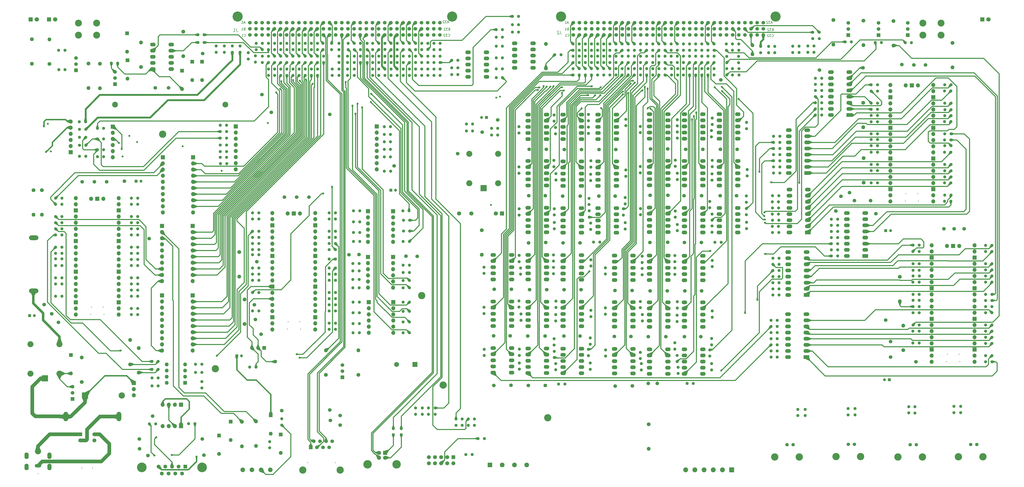
<source format=gbl>
%TF.GenerationSoftware,KiCad,Pcbnew,7.0.5*%
%TF.CreationDate,2025-02-05T20:13:30-05:00*%
%TF.ProjectId,Interconnect,496e7465-7263-46f6-9e6e-6563742e6b69,1.1*%
%TF.SameCoordinates,Original*%
%TF.FileFunction,Copper,L4,Bot*%
%TF.FilePolarity,Positive*%
%FSLAX46Y46*%
G04 Gerber Fmt 4.6, Leading zero omitted, Abs format (unit mm)*
G04 Created by KiCad (PCBNEW 7.0.5) date 2025-02-05 20:13:30*
%MOMM*%
%LPD*%
G01*
G04 APERTURE LIST*
%ADD10C,0.150000*%
%TA.AperFunction,NonConductor*%
%ADD11C,0.150000*%
%TD*%
%TA.AperFunction,ComponentPad*%
%ADD12C,1.300000*%
%TD*%
%TA.AperFunction,ComponentPad*%
%ADD13R,1.650000X1.650000*%
%TD*%
%TA.AperFunction,ComponentPad*%
%ADD14C,1.650000*%
%TD*%
%TA.AperFunction,ComponentPad*%
%ADD15C,1.500000*%
%TD*%
%TA.AperFunction,ComponentPad*%
%ADD16C,2.400000*%
%TD*%
%TA.AperFunction,ComponentPad*%
%ADD17O,2.400000X2.400000*%
%TD*%
%TA.AperFunction,ComponentPad*%
%ADD18R,2.400000X1.600000*%
%TD*%
%TA.AperFunction,ComponentPad*%
%ADD19O,2.400000X1.600000*%
%TD*%
%TA.AperFunction,ComponentPad*%
%ADD20C,1.600000*%
%TD*%
%TA.AperFunction,ComponentPad*%
%ADD21O,1.600000X1.600000*%
%TD*%
%TA.AperFunction,ComponentPad*%
%ADD22O,2.300000X1.600000*%
%TD*%
%TA.AperFunction,ComponentPad*%
%ADD23R,1.700000X1.700000*%
%TD*%
%TA.AperFunction,ComponentPad*%
%ADD24O,1.700000X1.700000*%
%TD*%
%TA.AperFunction,ComponentPad*%
%ADD25R,1.500000X1.500000*%
%TD*%
%TA.AperFunction,ComponentPad*%
%ADD26R,2.025000X2.025000*%
%TD*%
%TA.AperFunction,ComponentPad*%
%ADD27C,2.025000*%
%TD*%
%TA.AperFunction,ComponentPad*%
%ADD28R,1.600000X1.600000*%
%TD*%
%TA.AperFunction,ComponentPad*%
%ADD29C,3.000000*%
%TD*%
%TA.AperFunction,ComponentPad*%
%ADD30R,1.200000X1.200000*%
%TD*%
%TA.AperFunction,ComponentPad*%
%ADD31C,1.200000*%
%TD*%
%TA.AperFunction,ComponentPad*%
%ADD32C,4.200000*%
%TD*%
%TA.AperFunction,ComponentPad*%
%ADD33R,2.500000X2.500000*%
%TD*%
%TA.AperFunction,ComponentPad*%
%ADD34O,2.500000X2.500000*%
%TD*%
%TA.AperFunction,ComponentPad*%
%ADD35C,4.000000*%
%TD*%
%TA.AperFunction,ComponentPad*%
%ADD36C,1.905000*%
%TD*%
%TA.AperFunction,ComponentPad*%
%ADD37C,1.700000*%
%TD*%
%TA.AperFunction,ComponentPad*%
%ADD38C,3.500000*%
%TD*%
%TA.AperFunction,ComponentPad*%
%ADD39O,3.900000X1.950000*%
%TD*%
%TA.AperFunction,ComponentPad*%
%ADD40C,1.398000*%
%TD*%
%TA.AperFunction,ComponentPad*%
%ADD41C,3.015000*%
%TD*%
%TA.AperFunction,ComponentPad*%
%ADD42R,1.800000X1.800000*%
%TD*%
%TA.AperFunction,ComponentPad*%
%ADD43C,1.800000*%
%TD*%
%TA.AperFunction,ComponentPad*%
%ADD44R,2.600000X2.600000*%
%TD*%
%TA.AperFunction,ComponentPad*%
%ADD45O,2.600000X2.600000*%
%TD*%
%TA.AperFunction,ComponentPad*%
%ADD46C,2.850000*%
%TD*%
%TA.AperFunction,ComponentPad*%
%ADD47C,2.550000*%
%TD*%
%TA.AperFunction,ComponentPad*%
%ADD48O,2.700002X1.400000*%
%TD*%
%TA.AperFunction,ComponentPad*%
%ADD49O,1.750000X2.750000*%
%TD*%
%TA.AperFunction,ComponentPad*%
%ADD50R,1.950000X1.950000*%
%TD*%
%TA.AperFunction,ComponentPad*%
%ADD51C,1.950000*%
%TD*%
%TA.AperFunction,ComponentPad*%
%ADD52R,1.725000X1.725000*%
%TD*%
%TA.AperFunction,ComponentPad*%
%ADD53C,1.725000*%
%TD*%
%TA.AperFunction,ComponentPad*%
%ADD54O,1.950000X3.900000*%
%TD*%
%TA.AperFunction,ComponentPad*%
%ADD55R,2.000000X2.000000*%
%TD*%
%TA.AperFunction,ComponentPad*%
%ADD56C,2.000000*%
%TD*%
%TA.AperFunction,ViaPad*%
%ADD57C,0.800000*%
%TD*%
%TA.AperFunction,Conductor*%
%ADD58C,0.600000*%
%TD*%
%TA.AperFunction,Conductor*%
%ADD59C,0.400000*%
%TD*%
%TA.AperFunction,Conductor*%
%ADD60C,1.500000*%
%TD*%
%TA.AperFunction,Conductor*%
%ADD61C,0.800000*%
%TD*%
%TA.AperFunction,Conductor*%
%ADD62C,0.762000*%
%TD*%
%TA.AperFunction,Conductor*%
%ADD63C,1.000000*%
%TD*%
%ADD64C,0.350000*%
%ADD65O,2.005555X0.800000*%
%ADD66O,1.000000X2.000000*%
G04 APERTURE END LIST*
D10*
D11*
X226884285Y188260896D02*
X226408095Y188260896D01*
X226979523Y187975181D02*
X226646190Y188975181D01*
X226646190Y188975181D02*
X226312857Y187975181D01*
X225455714Y187975181D02*
X226027142Y187975181D01*
X225741428Y187975181D02*
X225741428Y188975181D01*
X225741428Y188975181D02*
X225836666Y188832324D01*
X225836666Y188832324D02*
X225931904Y188737086D01*
X225931904Y188737086D02*
X226027142Y188689467D01*
D10*
D11*
X311358275Y188317961D02*
X310882085Y188317961D01*
X311453513Y188032246D02*
X311120180Y189032246D01*
X311120180Y189032246D02*
X310786847Y188032246D01*
X310548751Y189032246D02*
X309929704Y189032246D01*
X309929704Y189032246D02*
X310263037Y188651294D01*
X310263037Y188651294D02*
X310120180Y188651294D01*
X310120180Y188651294D02*
X310024942Y188603675D01*
X310024942Y188603675D02*
X309977323Y188556056D01*
X309977323Y188556056D02*
X309929704Y188460818D01*
X309929704Y188460818D02*
X309929704Y188222723D01*
X309929704Y188222723D02*
X309977323Y188127485D01*
X309977323Y188127485D02*
X310024942Y188079865D01*
X310024942Y188079865D02*
X310120180Y188032246D01*
X310120180Y188032246D02*
X310405894Y188032246D01*
X310405894Y188032246D02*
X310501132Y188079865D01*
X310501132Y188079865D02*
X310548751Y188127485D01*
X309548751Y188937008D02*
X309501132Y188984627D01*
X309501132Y188984627D02*
X309405894Y189032246D01*
X309405894Y189032246D02*
X309167799Y189032246D01*
X309167799Y189032246D02*
X309072561Y188984627D01*
X309072561Y188984627D02*
X309024942Y188937008D01*
X309024942Y188937008D02*
X308977323Y188841770D01*
X308977323Y188841770D02*
X308977323Y188746532D01*
X308977323Y188746532D02*
X309024942Y188603675D01*
X309024942Y188603675D02*
X309596370Y188032246D01*
X309596370Y188032246D02*
X308977323Y188032246D01*
D10*
D11*
X226676361Y185730391D02*
X226533504Y185682772D01*
X226533504Y185682772D02*
X226485885Y185635153D01*
X226485885Y185635153D02*
X226438266Y185539915D01*
X226438266Y185539915D02*
X226438266Y185397058D01*
X226438266Y185397058D02*
X226485885Y185301820D01*
X226485885Y185301820D02*
X226533504Y185254200D01*
X226533504Y185254200D02*
X226628742Y185206581D01*
X226628742Y185206581D02*
X227009694Y185206581D01*
X227009694Y185206581D02*
X227009694Y186206581D01*
X227009694Y186206581D02*
X226676361Y186206581D01*
X226676361Y186206581D02*
X226581123Y186158962D01*
X226581123Y186158962D02*
X226533504Y186111343D01*
X226533504Y186111343D02*
X226485885Y186016105D01*
X226485885Y186016105D02*
X226485885Y185920867D01*
X226485885Y185920867D02*
X226533504Y185825629D01*
X226533504Y185825629D02*
X226581123Y185778010D01*
X226581123Y185778010D02*
X226676361Y185730391D01*
X226676361Y185730391D02*
X227009694Y185730391D01*
X225485885Y185206581D02*
X226057313Y185206581D01*
X225771599Y185206581D02*
X225771599Y186206581D01*
X225771599Y186206581D02*
X225866837Y186063724D01*
X225866837Y186063724D02*
X225962075Y185968486D01*
X225962075Y185968486D02*
X226057313Y185920867D01*
D10*
D11*
X92848485Y188292561D02*
X92372295Y188292561D01*
X92943723Y188006846D02*
X92610390Y189006846D01*
X92610390Y189006846D02*
X92277057Y188006846D01*
X91419914Y188006846D02*
X91991342Y188006846D01*
X91705628Y188006846D02*
X91705628Y189006846D01*
X91705628Y189006846D02*
X91800866Y188863989D01*
X91800866Y188863989D02*
X91896104Y188768751D01*
X91896104Y188768751D02*
X91991342Y188721132D01*
D10*
D11*
X311217057Y182564885D02*
X311264676Y182517265D01*
X311264676Y182517265D02*
X311407533Y182469646D01*
X311407533Y182469646D02*
X311502771Y182469646D01*
X311502771Y182469646D02*
X311645628Y182517265D01*
X311645628Y182517265D02*
X311740866Y182612504D01*
X311740866Y182612504D02*
X311788485Y182707742D01*
X311788485Y182707742D02*
X311836104Y182898218D01*
X311836104Y182898218D02*
X311836104Y183041075D01*
X311836104Y183041075D02*
X311788485Y183231551D01*
X311788485Y183231551D02*
X311740866Y183326789D01*
X311740866Y183326789D02*
X311645628Y183422027D01*
X311645628Y183422027D02*
X311502771Y183469646D01*
X311502771Y183469646D02*
X311407533Y183469646D01*
X311407533Y183469646D02*
X311264676Y183422027D01*
X311264676Y183422027D02*
X311217057Y183374408D01*
X310883723Y183469646D02*
X310264676Y183469646D01*
X310264676Y183469646D02*
X310598009Y183088694D01*
X310598009Y183088694D02*
X310455152Y183088694D01*
X310455152Y183088694D02*
X310359914Y183041075D01*
X310359914Y183041075D02*
X310312295Y182993456D01*
X310312295Y182993456D02*
X310264676Y182898218D01*
X310264676Y182898218D02*
X310264676Y182660123D01*
X310264676Y182660123D02*
X310312295Y182564885D01*
X310312295Y182564885D02*
X310359914Y182517265D01*
X310359914Y182517265D02*
X310455152Y182469646D01*
X310455152Y182469646D02*
X310740866Y182469646D01*
X310740866Y182469646D02*
X310836104Y182517265D01*
X310836104Y182517265D02*
X310883723Y182564885D01*
X309883723Y183374408D02*
X309836104Y183422027D01*
X309836104Y183422027D02*
X309740866Y183469646D01*
X309740866Y183469646D02*
X309502771Y183469646D01*
X309502771Y183469646D02*
X309407533Y183422027D01*
X309407533Y183422027D02*
X309359914Y183374408D01*
X309359914Y183374408D02*
X309312295Y183279170D01*
X309312295Y183279170D02*
X309312295Y183183932D01*
X309312295Y183183932D02*
X309359914Y183041075D01*
X309359914Y183041075D02*
X309931342Y182469646D01*
X309931342Y182469646D02*
X309312295Y182469646D01*
D10*
D11*
X226539866Y182685620D02*
X226587485Y182638000D01*
X226587485Y182638000D02*
X226730342Y182590381D01*
X226730342Y182590381D02*
X226825580Y182590381D01*
X226825580Y182590381D02*
X226968437Y182638000D01*
X226968437Y182638000D02*
X227063675Y182733239D01*
X227063675Y182733239D02*
X227111294Y182828477D01*
X227111294Y182828477D02*
X227158913Y183018953D01*
X227158913Y183018953D02*
X227158913Y183161810D01*
X227158913Y183161810D02*
X227111294Y183352286D01*
X227111294Y183352286D02*
X227063675Y183447524D01*
X227063675Y183447524D02*
X226968437Y183542762D01*
X226968437Y183542762D02*
X226825580Y183590381D01*
X226825580Y183590381D02*
X226730342Y183590381D01*
X226730342Y183590381D02*
X226587485Y183542762D01*
X226587485Y183542762D02*
X226539866Y183495143D01*
X225587485Y182590381D02*
X226158913Y182590381D01*
X225873199Y182590381D02*
X225873199Y183590381D01*
X225873199Y183590381D02*
X225968437Y183447524D01*
X225968437Y183447524D02*
X226063675Y183352286D01*
X226063675Y183352286D02*
X226158913Y183304667D01*
D10*
D11*
X92640561Y185762056D02*
X92497704Y185714437D01*
X92497704Y185714437D02*
X92450085Y185666818D01*
X92450085Y185666818D02*
X92402466Y185571580D01*
X92402466Y185571580D02*
X92402466Y185428723D01*
X92402466Y185428723D02*
X92450085Y185333485D01*
X92450085Y185333485D02*
X92497704Y185285865D01*
X92497704Y185285865D02*
X92592942Y185238246D01*
X92592942Y185238246D02*
X92973894Y185238246D01*
X92973894Y185238246D02*
X92973894Y186238246D01*
X92973894Y186238246D02*
X92640561Y186238246D01*
X92640561Y186238246D02*
X92545323Y186190627D01*
X92545323Y186190627D02*
X92497704Y186143008D01*
X92497704Y186143008D02*
X92450085Y186047770D01*
X92450085Y186047770D02*
X92450085Y185952532D01*
X92450085Y185952532D02*
X92497704Y185857294D01*
X92497704Y185857294D02*
X92545323Y185809675D01*
X92545323Y185809675D02*
X92640561Y185762056D01*
X92640561Y185762056D02*
X92973894Y185762056D01*
X91450085Y185238246D02*
X92021513Y185238246D01*
X91735799Y185238246D02*
X91735799Y186238246D01*
X91735799Y186238246D02*
X91831037Y186095389D01*
X91831037Y186095389D02*
X91926275Y186000151D01*
X91926275Y186000151D02*
X92021513Y185952532D01*
D10*
D11*
X92504066Y182717285D02*
X92551685Y182669665D01*
X92551685Y182669665D02*
X92694542Y182622046D01*
X92694542Y182622046D02*
X92789780Y182622046D01*
X92789780Y182622046D02*
X92932637Y182669665D01*
X92932637Y182669665D02*
X93027875Y182764904D01*
X93027875Y182764904D02*
X93075494Y182860142D01*
X93075494Y182860142D02*
X93123113Y183050618D01*
X93123113Y183050618D02*
X93123113Y183193475D01*
X93123113Y183193475D02*
X93075494Y183383951D01*
X93075494Y183383951D02*
X93027875Y183479189D01*
X93027875Y183479189D02*
X92932637Y183574427D01*
X92932637Y183574427D02*
X92789780Y183622046D01*
X92789780Y183622046D02*
X92694542Y183622046D01*
X92694542Y183622046D02*
X92551685Y183574427D01*
X92551685Y183574427D02*
X92504066Y183526808D01*
X91551685Y182622046D02*
X92123113Y182622046D01*
X91837399Y182622046D02*
X91837399Y183622046D01*
X91837399Y183622046D02*
X91932637Y183479189D01*
X91932637Y183479189D02*
X92027875Y183383951D01*
X92027875Y183383951D02*
X92123113Y183336332D01*
D10*
D11*
X223555332Y184900861D02*
X223555332Y183972289D01*
X223555332Y183972289D02*
X223617237Y183786575D01*
X223617237Y183786575D02*
X223741046Y183662765D01*
X223741046Y183662765D02*
X223926761Y183600861D01*
X223926761Y183600861D02*
X224050570Y183600861D01*
X222998189Y184777051D02*
X222936285Y184838956D01*
X222936285Y184838956D02*
X222812475Y184900861D01*
X222812475Y184900861D02*
X222502951Y184900861D01*
X222502951Y184900861D02*
X222379142Y184838956D01*
X222379142Y184838956D02*
X222317237Y184777051D01*
X222317237Y184777051D02*
X222255332Y184653242D01*
X222255332Y184653242D02*
X222255332Y184529432D01*
X222255332Y184529432D02*
X222317237Y184343718D01*
X222317237Y184343718D02*
X223060094Y183600861D01*
X223060094Y183600861D02*
X222255332Y183600861D01*
D10*
D11*
X177271675Y188495761D02*
X176795485Y188495761D01*
X177366913Y188210046D02*
X177033580Y189210046D01*
X177033580Y189210046D02*
X176700247Y188210046D01*
X176462151Y189210046D02*
X175843104Y189210046D01*
X175843104Y189210046D02*
X176176437Y188829094D01*
X176176437Y188829094D02*
X176033580Y188829094D01*
X176033580Y188829094D02*
X175938342Y188781475D01*
X175938342Y188781475D02*
X175890723Y188733856D01*
X175890723Y188733856D02*
X175843104Y188638618D01*
X175843104Y188638618D02*
X175843104Y188400523D01*
X175843104Y188400523D02*
X175890723Y188305285D01*
X175890723Y188305285D02*
X175938342Y188257665D01*
X175938342Y188257665D02*
X176033580Y188210046D01*
X176033580Y188210046D02*
X176319294Y188210046D01*
X176319294Y188210046D02*
X176414532Y188257665D01*
X176414532Y188257665D02*
X176462151Y188305285D01*
X175462151Y189114808D02*
X175414532Y189162427D01*
X175414532Y189162427D02*
X175319294Y189210046D01*
X175319294Y189210046D02*
X175081199Y189210046D01*
X175081199Y189210046D02*
X174985961Y189162427D01*
X174985961Y189162427D02*
X174938342Y189114808D01*
X174938342Y189114808D02*
X174890723Y189019570D01*
X174890723Y189019570D02*
X174890723Y188924332D01*
X174890723Y188924332D02*
X174938342Y188781475D01*
X174938342Y188781475D02*
X175509770Y188210046D01*
X175509770Y188210046D02*
X174890723Y188210046D01*
D10*
D11*
X177130457Y182742685D02*
X177178076Y182695065D01*
X177178076Y182695065D02*
X177320933Y182647446D01*
X177320933Y182647446D02*
X177416171Y182647446D01*
X177416171Y182647446D02*
X177559028Y182695065D01*
X177559028Y182695065D02*
X177654266Y182790304D01*
X177654266Y182790304D02*
X177701885Y182885542D01*
X177701885Y182885542D02*
X177749504Y183076018D01*
X177749504Y183076018D02*
X177749504Y183218875D01*
X177749504Y183218875D02*
X177701885Y183409351D01*
X177701885Y183409351D02*
X177654266Y183504589D01*
X177654266Y183504589D02*
X177559028Y183599827D01*
X177559028Y183599827D02*
X177416171Y183647446D01*
X177416171Y183647446D02*
X177320933Y183647446D01*
X177320933Y183647446D02*
X177178076Y183599827D01*
X177178076Y183599827D02*
X177130457Y183552208D01*
X176797123Y183647446D02*
X176178076Y183647446D01*
X176178076Y183647446D02*
X176511409Y183266494D01*
X176511409Y183266494D02*
X176368552Y183266494D01*
X176368552Y183266494D02*
X176273314Y183218875D01*
X176273314Y183218875D02*
X176225695Y183171256D01*
X176225695Y183171256D02*
X176178076Y183076018D01*
X176178076Y183076018D02*
X176178076Y182837923D01*
X176178076Y182837923D02*
X176225695Y182742685D01*
X176225695Y182742685D02*
X176273314Y182695065D01*
X176273314Y182695065D02*
X176368552Y182647446D01*
X176368552Y182647446D02*
X176654266Y182647446D01*
X176654266Y182647446D02*
X176749504Y182695065D01*
X176749504Y182695065D02*
X176797123Y182742685D01*
X175797123Y183552208D02*
X175749504Y183599827D01*
X175749504Y183599827D02*
X175654266Y183647446D01*
X175654266Y183647446D02*
X175416171Y183647446D01*
X175416171Y183647446D02*
X175320933Y183599827D01*
X175320933Y183599827D02*
X175273314Y183552208D01*
X175273314Y183552208D02*
X175225695Y183456970D01*
X175225695Y183456970D02*
X175225695Y183361732D01*
X175225695Y183361732D02*
X175273314Y183218875D01*
X175273314Y183218875D02*
X175844742Y182647446D01*
X175844742Y182647446D02*
X175225695Y182647446D01*
D10*
D11*
X177470152Y185685856D02*
X177327295Y185638237D01*
X177327295Y185638237D02*
X177279676Y185590618D01*
X177279676Y185590618D02*
X177232057Y185495380D01*
X177232057Y185495380D02*
X177232057Y185352523D01*
X177232057Y185352523D02*
X177279676Y185257285D01*
X177279676Y185257285D02*
X177327295Y185209665D01*
X177327295Y185209665D02*
X177422533Y185162046D01*
X177422533Y185162046D02*
X177803485Y185162046D01*
X177803485Y185162046D02*
X177803485Y186162046D01*
X177803485Y186162046D02*
X177470152Y186162046D01*
X177470152Y186162046D02*
X177374914Y186114427D01*
X177374914Y186114427D02*
X177327295Y186066808D01*
X177327295Y186066808D02*
X177279676Y185971570D01*
X177279676Y185971570D02*
X177279676Y185876332D01*
X177279676Y185876332D02*
X177327295Y185781094D01*
X177327295Y185781094D02*
X177374914Y185733475D01*
X177374914Y185733475D02*
X177470152Y185685856D01*
X177470152Y185685856D02*
X177803485Y185685856D01*
X176898723Y186162046D02*
X176279676Y186162046D01*
X176279676Y186162046D02*
X176613009Y185781094D01*
X176613009Y185781094D02*
X176470152Y185781094D01*
X176470152Y185781094D02*
X176374914Y185733475D01*
X176374914Y185733475D02*
X176327295Y185685856D01*
X176327295Y185685856D02*
X176279676Y185590618D01*
X176279676Y185590618D02*
X176279676Y185352523D01*
X176279676Y185352523D02*
X176327295Y185257285D01*
X176327295Y185257285D02*
X176374914Y185209665D01*
X176374914Y185209665D02*
X176470152Y185162046D01*
X176470152Y185162046D02*
X176755866Y185162046D01*
X176755866Y185162046D02*
X176851104Y185209665D01*
X176851104Y185209665D02*
X176898723Y185257285D01*
X175898723Y186066808D02*
X175851104Y186114427D01*
X175851104Y186114427D02*
X175755866Y186162046D01*
X175755866Y186162046D02*
X175517771Y186162046D01*
X175517771Y186162046D02*
X175422533Y186114427D01*
X175422533Y186114427D02*
X175374914Y186066808D01*
X175374914Y186066808D02*
X175327295Y185971570D01*
X175327295Y185971570D02*
X175327295Y185876332D01*
X175327295Y185876332D02*
X175374914Y185733475D01*
X175374914Y185733475D02*
X175946342Y185162046D01*
X175946342Y185162046D02*
X175327295Y185162046D01*
D10*
D11*
X311556752Y185508056D02*
X311413895Y185460437D01*
X311413895Y185460437D02*
X311366276Y185412818D01*
X311366276Y185412818D02*
X311318657Y185317580D01*
X311318657Y185317580D02*
X311318657Y185174723D01*
X311318657Y185174723D02*
X311366276Y185079485D01*
X311366276Y185079485D02*
X311413895Y185031865D01*
X311413895Y185031865D02*
X311509133Y184984246D01*
X311509133Y184984246D02*
X311890085Y184984246D01*
X311890085Y184984246D02*
X311890085Y185984246D01*
X311890085Y185984246D02*
X311556752Y185984246D01*
X311556752Y185984246D02*
X311461514Y185936627D01*
X311461514Y185936627D02*
X311413895Y185889008D01*
X311413895Y185889008D02*
X311366276Y185793770D01*
X311366276Y185793770D02*
X311366276Y185698532D01*
X311366276Y185698532D02*
X311413895Y185603294D01*
X311413895Y185603294D02*
X311461514Y185555675D01*
X311461514Y185555675D02*
X311556752Y185508056D01*
X311556752Y185508056D02*
X311890085Y185508056D01*
X310985323Y185984246D02*
X310366276Y185984246D01*
X310366276Y185984246D02*
X310699609Y185603294D01*
X310699609Y185603294D02*
X310556752Y185603294D01*
X310556752Y185603294D02*
X310461514Y185555675D01*
X310461514Y185555675D02*
X310413895Y185508056D01*
X310413895Y185508056D02*
X310366276Y185412818D01*
X310366276Y185412818D02*
X310366276Y185174723D01*
X310366276Y185174723D02*
X310413895Y185079485D01*
X310413895Y185079485D02*
X310461514Y185031865D01*
X310461514Y185031865D02*
X310556752Y184984246D01*
X310556752Y184984246D02*
X310842466Y184984246D01*
X310842466Y184984246D02*
X310937704Y185031865D01*
X310937704Y185031865D02*
X310985323Y185079485D01*
X309985323Y185889008D02*
X309937704Y185936627D01*
X309937704Y185936627D02*
X309842466Y185984246D01*
X309842466Y185984246D02*
X309604371Y185984246D01*
X309604371Y185984246D02*
X309509133Y185936627D01*
X309509133Y185936627D02*
X309461514Y185889008D01*
X309461514Y185889008D02*
X309413895Y185793770D01*
X309413895Y185793770D02*
X309413895Y185698532D01*
X309413895Y185698532D02*
X309461514Y185555675D01*
X309461514Y185555675D02*
X310032942Y184984246D01*
X310032942Y184984246D02*
X309413895Y184984246D01*
D10*
D11*
X89363332Y185946396D02*
X89363332Y185017824D01*
X89363332Y185017824D02*
X89425237Y184832110D01*
X89425237Y184832110D02*
X89549046Y184708300D01*
X89549046Y184708300D02*
X89734761Y184646396D01*
X89734761Y184646396D02*
X89858570Y184646396D01*
X88063332Y184646396D02*
X88806189Y184646396D01*
X88434761Y184646396D02*
X88434761Y185946396D01*
X88434761Y185946396D02*
X88558570Y185760681D01*
X88558570Y185760681D02*
X88682380Y185636872D01*
X88682380Y185636872D02*
X88806189Y185574967D01*
D12*
%TO.P,NT150,1,1*%
%TO.N,PR0_2*%
X122919000Y166536865D03*
%TO.P,NT150,2,2*%
%TO.N,Net-(J1-PadC12)*%
X122919000Y169136865D03*
%TD*%
D13*
%TO.P,J26,1,1*%
%TO.N,Net-(J26-Pad1)*%
X179240000Y8282500D03*
D14*
%TO.P,J26,2,2*%
%TO.N,Net-(J26-Pad2)*%
X179240000Y5742500D03*
%TO.P,J26,3,3*%
%TO.N,Net-(J26-Pad3)*%
X176700000Y8282500D03*
%TO.P,J26,4,4*%
%TO.N,Net-(J26-Pad4)*%
X176700000Y5742500D03*
%TO.P,J26,5,5*%
%TO.N,Net-(J26-Pad5)*%
X174160000Y8282500D03*
%TO.P,J26,6,6*%
%TO.N,Net-(J26-Pad6)*%
X174160000Y5742500D03*
%TO.P,J26,7,7*%
%TO.N,Net-(J26-Pad7)*%
X171620000Y8282500D03*
%TO.P,J26,8,8*%
%TO.N,Net-(J26-Pad8)*%
X171620000Y5742500D03*
%TO.P,J26,9,9*%
%TO.N,Net-(J26-Pad9)*%
X169080000Y8282500D03*
%TO.P,J26,10,10*%
%TO.N,Net-(J26-Pad10)*%
X169080000Y5742500D03*
%TD*%
D12*
%TO.P,NT125,1,1*%
%TO.N,Net-(J2-PadA20)*%
X277097000Y179550865D03*
%TO.P,NT125,2,2*%
%TO.N,B40_L*%
X277097000Y176950865D03*
%TD*%
%TO.P,NT346,1,1*%
%TO.N,B36_D*%
X369680000Y96160200D03*
%TO.P,NT346,2,2*%
%TO.N,Net-(U3-GPIO16)*%
X372280000Y96160200D03*
%TD*%
%TO.P,NT523,1,1*%
%TO.N,Net-(U18-O5)*%
X314480000Y136213865D03*
%TO.P,NT523,2,2*%
%TO.N,B44_R*%
X311880000Y136213865D03*
%TD*%
%TO.P,NT144,1,1*%
%TO.N,Net-(J2-PadC9)*%
X249157000Y169263865D03*
%TO.P,NT144,2,2*%
%TO.N,B25_H*%
X249157000Y166663865D03*
%TD*%
%TO.P,NT208,1,1*%
%TO.N,SSR1_POS*%
X161019000Y166536865D03*
%TO.P,NT208,2,2*%
%TO.N,Net-(J1-PadC27)*%
X161019000Y169136865D03*
%TD*%
D15*
%TO.P,TP41,1,1*%
%TO.N,Net-(U3-VBUS)*%
X370929200Y47824000D03*
%TD*%
D12*
%TO.P,NT75,1,1*%
%TO.N,JTAG_TDI*%
X155939000Y171870865D03*
%TO.P,NT75,2,2*%
%TO.N,Net-(J1-PadB25)*%
X155939000Y174470865D03*
%TD*%
%TO.P,NT237,1,1*%
%TO.N,SPI0_CLK*%
X130330744Y68874121D03*
%TO.P,NT237,2,2*%
%TO.N,Net-(U1-GPIO2)*%
X127730744Y68874121D03*
%TD*%
%TO.P,NT246,1,1*%
%TO.N,Net-(U2-ADC_VREF)*%
X17001000Y80088865D03*
%TO.P,NT246,2,2*%
%TO.N,Net-(NT246-Pad2)*%
X14401000Y80088865D03*
%TD*%
D16*
%TO.P,R29,1*%
%TO.N,PWR_RES_H*%
X38990000Y154360000D03*
D17*
%TO.P,R29,2*%
%TO.N,PWR_RES_L*%
X84710000Y154360000D03*
%TD*%
D12*
%TO.P,NT331,1,1*%
%TO.N,B41_D*%
X385432600Y149830400D03*
%TO.P,NT331,2,2*%
%TO.N,Net-(U4-GPIO11)*%
X382832600Y149830400D03*
%TD*%
D15*
%TO.P,TP28,1,1*%
%TO.N,Net-(NT238-Pad2)*%
X97153744Y65318121D03*
%TD*%
D18*
%TO.P,U14,1,I1*%
%TO.N,B27_D*%
X343279000Y150071865D03*
D19*
%TO.P,U14,2,I2*%
%TO.N,B2S_D*%
X343279000Y152611865D03*
%TO.P,U14,3,I3*%
%TO.N,B47_D*%
X343279000Y155151865D03*
%TO.P,U14,4,I4*%
%TO.N,B4S_D*%
X343279000Y157691865D03*
%TO.P,U14,5,I5*%
%TO.N,LPR2*%
X343279000Y160231865D03*
%TO.P,U14,6,I6*%
%TO.N,LPR1*%
X343279000Y162771865D03*
%TO.P,U14,7,I7*%
%TO.N,Net-(U14-I7)*%
X343279000Y165311865D03*
%TO.P,U14,8,GND*%
%TO.N,GND*%
X343279000Y167851865D03*
%TO.P,U14,9,COM*%
%TO.N,VCC*%
X335659000Y167851865D03*
%TO.P,U14,10,O7*%
%TO.N,Net-(U14-O7)*%
X335659000Y165311865D03*
%TO.P,U14,11,O6*%
%TO.N,Net-(U14-O6)*%
X335659000Y162771865D03*
%TO.P,U14,12,O5*%
%TO.N,Net-(U14-O5)*%
X335659000Y160231865D03*
%TO.P,U14,13,O4*%
%TO.N,Net-(U14-O4)*%
X335659000Y157691865D03*
%TO.P,U14,14,O3*%
%TO.N,Net-(U14-O3)*%
X335659000Y155151865D03*
%TO.P,U14,15,O2*%
%TO.N,Net-(U14-O2)*%
X335659000Y152611865D03*
%TO.P,U14,16,O1*%
%TO.N,Net-(U14-O1)*%
X335659000Y150071865D03*
%TD*%
D12*
%TO.P,NT353,1,1*%
%TO.N,/Relay_Bank2/BANK2_BUS_L*%
X235187000Y150310865D03*
%TO.P,NT353,2,2*%
%TO.N,/Relay_Bank2/B23_CL*%
X235187000Y147710865D03*
%TD*%
%TO.P,NT147,1,1*%
%TO.N,Net-(J2-PadC10)*%
X251697000Y169263865D03*
%TO.P,NT147,2,2*%
%TO.N,B25_L*%
X251697000Y166663865D03*
%TD*%
%TO.P,NT157,1,1*%
%TO.N,K1_LP_NC1*%
X166099000Y177204865D03*
%TO.P,NT157,2,2*%
%TO.N,Net-(J1-PadA29)*%
X166099000Y179804865D03*
%TD*%
D20*
%TO.P,R35,1*%
%TO.N,Net-(Q22-B)*%
X361552000Y189045865D03*
D21*
%TO.P,R35,2*%
%TO.N,S2_IO28*%
X361552000Y178885865D03*
%TD*%
D12*
%TO.P,NT117,1,1*%
%TO.N,Net-(J2-PadA18)*%
X272015587Y179550865D03*
%TO.P,NT117,2,2*%
%TO.N,B36_L*%
X272015587Y176950865D03*
%TD*%
D22*
%TO.P,K25,1*%
%TO.N,VCC*%
X217788000Y120835105D03*
%TO.P,K25,2*%
%TO.N,Net-(K25-Pad2)*%
X217788000Y123375105D03*
%TO.P,K25,3*%
%TO.N,/Relay_Bank2/B21_CL*%
X217788000Y125915105D03*
%TO.P,K25,4*%
%TO.N,B21_L*%
X217788000Y128455105D03*
%TO.P,K25,5*%
%TO.N,N/C*%
X217788000Y130995105D03*
%TO.P,K25,6*%
X210168000Y130995105D03*
%TO.P,K25,7*%
%TO.N,B21_H*%
X210168000Y128455105D03*
%TO.P,K25,8*%
%TO.N,/Relay_Bank2/B21_CH*%
X210168000Y125915105D03*
%TO.P,K25,9*%
%TO.N,Net-(K25-Pad9)*%
X210168000Y123375105D03*
%TO.P,K25,10*%
%TO.N,B21_R*%
X210168000Y120835105D03*
%TD*%
D12*
%TO.P,NT406,1,1*%
%TO.N,Net-(K20-Pad4)*%
X206261000Y190950865D03*
%TO.P,NT406,2,2*%
%TO.N,K1_LP_NO2*%
X203661000Y190950865D03*
%TD*%
D22*
%TO.P,K38,1*%
%TO.N,VCC*%
X268103300Y42830105D03*
%TO.P,K38,2*%
%TO.N,Net-(K38-Pad2)*%
X268103300Y45370105D03*
%TO.P,K38,3*%
%TO.N,/Relay_Bank3/B35_CL*%
X268103300Y47910105D03*
%TO.P,K38,4*%
%TO.N,B35_L*%
X268103300Y50450105D03*
%TO.P,K38,5*%
%TO.N,N/C*%
X268103300Y52990105D03*
%TO.P,K38,6*%
X260483300Y52990105D03*
%TO.P,K38,7*%
%TO.N,B35_H*%
X260483300Y50450105D03*
%TO.P,K38,8*%
%TO.N,/Relay_Bank3/B35_CH*%
X260483300Y47910105D03*
%TO.P,K38,9*%
%TO.N,Net-(K38-Pad9)*%
X260483300Y45370105D03*
%TO.P,K38,10*%
%TO.N,B35_R*%
X260483300Y42830105D03*
%TD*%
D23*
%TO.P,J31,1,Pin_1*%
%TO.N,/i2c_device/DAC_V*%
X38083000Y145230865D03*
D24*
%TO.P,J31,2,Pin_2*%
%TO.N,GND*%
X38083000Y142690865D03*
%TO.P,J31,3,Pin_3*%
%TO.N,/i2c_device/DAC_SCL*%
X38083000Y140150865D03*
%TO.P,J31,4,Pin_4*%
%TO.N,/i2c_device/DAC_SDA*%
X38083000Y137610865D03*
%TO.P,J31,5,Pin_5*%
%TO.N,/i2c_device/DAC_VCC*%
X38083000Y135070865D03*
%TO.P,J31,6,Pin_6*%
%TO.N,GND*%
X38083000Y132530865D03*
%TD*%
D23*
%TO.P,J32,1,Pin_1*%
%TO.N,Net-(J32-Pin_1)*%
X89010000Y145360000D03*
D24*
%TO.P,J32,2,Pin_2*%
%TO.N,Net-(J32-Pin_2)*%
X89010000Y142820000D03*
%TO.P,J32,3,Pin_3*%
%TO.N,Net-(J32-Pin_3)*%
X89010000Y140280000D03*
%TO.P,J32,4,Pin_4*%
%TO.N,Net-(J32-Pin_4)*%
X89010000Y137740000D03*
%TO.P,J32,5,Pin_5*%
%TO.N,Net-(J32-Pin_5)*%
X89010000Y135200000D03*
%TO.P,J32,6,Pin_6*%
%TO.N,Net-(J32-Pin_6)*%
X89010000Y132660000D03*
%TO.P,J32,7,Pin_7*%
%TO.N,Net-(J32-Pin_7)*%
X89010000Y130120000D03*
%TO.P,J32,8,Pin_8*%
%TO.N,GND*%
X89010000Y127580000D03*
%TD*%
D12*
%TO.P,NT182,1,1*%
%TO.N,Net-(J2-PadB3)*%
X233940190Y174440865D03*
%TO.P,NT182,2,2*%
%TO.N,B14_H*%
X233940190Y171840865D03*
%TD*%
D22*
%TO.P,K29,1*%
%TO.N,VCC*%
X232266000Y101350385D03*
%TO.P,K29,2*%
%TO.N,Net-(K29-Pad2)*%
X232266000Y103890385D03*
%TO.P,K29,3*%
%TO.N,/Relay_Bank2/B25_CL*%
X232266000Y106430385D03*
%TO.P,K29,4*%
%TO.N,B25_L*%
X232266000Y108970385D03*
%TO.P,K29,5*%
%TO.N,N/C*%
X232266000Y111510385D03*
%TO.P,K29,6*%
X224646000Y111510385D03*
%TO.P,K29,7*%
%TO.N,B25_H*%
X224646000Y108970385D03*
%TO.P,K29,8*%
%TO.N,/Relay_Bank2/B25_CH*%
X224646000Y106430385D03*
%TO.P,K29,9*%
%TO.N,Net-(K29-Pad9)*%
X224646000Y103890385D03*
%TO.P,K29,10*%
%TO.N,B25_R*%
X224646000Y101350385D03*
%TD*%
D12*
%TO.P,NT273,1,1*%
%TO.N,P1_1*%
X48370000Y102948865D03*
%TO.P,NT273,2,2*%
%TO.N,Net-(U2-GPIO11)*%
X45770000Y102948865D03*
%TD*%
%TO.P,NT269,1,1*%
%TO.N,P1_0*%
X48370000Y100399865D03*
%TO.P,NT269,2,2*%
%TO.N,Net-(U2-GPIO10)*%
X45770000Y100399865D03*
%TD*%
%TO.P,NT14,1,1*%
%TO.N,/Relay_Bank1/BANK1_BUS_L*%
X221598000Y44484865D03*
%TO.P,NT14,2,2*%
%TO.N,/Relay_Bank1/B15_CL*%
X221598000Y47084865D03*
%TD*%
%TO.P,NT193,1,1*%
%TO.N,PS1_OUT_HI1*%
X150859000Y166536865D03*
%TO.P,NT193,2,2*%
%TO.N,Net-(J1-PadC23)*%
X150859000Y169136865D03*
%TD*%
%TO.P,NT450,1,1*%
%TO.N,AWG+*%
X321941000Y28111000D03*
%TO.P,NT450,2,2*%
%TO.N,Net-(J21-In)*%
X321941000Y25511000D03*
%TD*%
%TO.P,NT283,1,1*%
%TO.N,UART0-CTS*%
X130330744Y106974121D03*
%TO.P,NT283,2,2*%
%TO.N,Net-(U1-GPIO14)*%
X127730744Y106974121D03*
%TD*%
%TO.P,NT424,1,1*%
%TO.N,Net-(NT424-Pad1)*%
X137547278Y88491120D03*
%TO.P,NT424,2,2*%
%TO.N,/Communication/M3_LV1*%
X140147278Y88491120D03*
%TD*%
%TO.P,NT291,1,1*%
%TO.N,B10_D*%
X402379000Y47824000D03*
%TO.P,NT291,2,2*%
%TO.N,Net-(U3-GPIO0)*%
X399779000Y47824000D03*
%TD*%
D15*
%TO.P,TP119,1,1*%
%TO.N,Net-(K37-Pad9)*%
X260028200Y58185065D03*
%TD*%
D20*
%TO.P,R1,1*%
%TO.N,GND*%
X365646000Y52650000D03*
D21*
%TO.P,R1,2*%
%TO.N,/Pico_master/S2_I2C_ID1*%
X365646000Y62810000D03*
%TD*%
D15*
%TO.P,TP72,1,1*%
%TO.N,Net-(K19-Pad2)*%
X61210000Y161380000D03*
%TD*%
D12*
%TO.P,NT440,1,1*%
%TO.N,UART0-CTS*%
X137801278Y105827609D03*
%TO.P,NT440,2,2*%
%TO.N,/Communication/M2_LV2*%
X140401278Y105827609D03*
%TD*%
%TO.P,NT58,1,1*%
%TO.N,Net-(J2-PadA3)*%
X233894422Y179550865D03*
%TO.P,NT58,2,2*%
%TO.N,B13_H*%
X233894422Y176950865D03*
%TD*%
%TO.P,NT80,1,1*%
%TO.N,Net-(J2-PadA8)*%
X246601477Y179550865D03*
%TO.P,NT80,2,2*%
%TO.N,B20_L*%
X246601477Y176950865D03*
%TD*%
D25*
%TO.P,Q1,1,E*%
%TO.N,GND*%
X22817600Y168651800D03*
D15*
%TO.P,Q1,2,B*%
%TO.N,Net-(Q1-B)*%
X22817600Y171191800D03*
%TO.P,Q1,3,C*%
%TO.N,Net-(Q1-C)*%
X22817600Y173731800D03*
%TD*%
D12*
%TO.P,NT7,1,1*%
%TO.N,/Relay_Bank1/BANK1_BUS_L*%
X206597000Y47338865D03*
%TO.P,NT7,2,2*%
%TO.N,/Relay_Bank1/B12_CL*%
X206597000Y44738865D03*
%TD*%
D26*
%TO.P,J20,1,1*%
%TO.N,DVM_I*%
X294510000Y3000000D03*
D27*
%TO.P,J20,2,2*%
%TO.N,DVM_H*%
X290700000Y3000000D03*
%TO.P,J20,3,3*%
%TO.N,DVM_L*%
X286890000Y3000000D03*
%TO.P,J20,4,4*%
%TO.N,DVM_TRIG*%
X283080000Y3000000D03*
%TO.P,J20,5,5*%
%TO.N,DVM_SENSE_H*%
X279270000Y3000000D03*
%TO.P,J20,6,6*%
%TO.N,DVM_SENSE_L*%
X275460000Y3000000D03*
%TD*%
D12*
%TO.P,NT405,1,1*%
%TO.N,K3_HP_C2*%
X184611000Y146373865D03*
%TO.P,NT405,2,2*%
%TO.N,Net-(K21-Pad1)*%
X187211000Y146373865D03*
%TD*%
D20*
%TO.P,R15,1*%
%TO.N,1WIRE*%
X217560000Y169400000D03*
D21*
%TO.P,R15,2*%
%TO.N,MSR_3V3*%
X217560000Y179560000D03*
%TD*%
D12*
%TO.P,NT180,1,1*%
%TO.N,GND*%
X100059000Y171870865D03*
%TO.P,NT180,2,2*%
%TO.N,Net-(J1-PadB3)*%
X100059000Y174470865D03*
%TD*%
D15*
%TO.P,TP116,1,1*%
%TO.N,Net-(K34-Pad2)*%
X252789200Y58317545D03*
%TD*%
D12*
%TO.P,NT184,1,1*%
%TO.N,DAC_VOUT*%
X102599000Y171870865D03*
%TO.P,NT184,2,2*%
%TO.N,Net-(J1-PadB4)*%
X102599000Y174470865D03*
%TD*%
%TO.P,NT59,1,1*%
%TO.N,Net-(J2-PadB20)*%
X277101405Y174440865D03*
%TO.P,NT59,2,2*%
%TO.N,B41_L*%
X277101405Y171840865D03*
%TD*%
%TO.P,NT98,1,1*%
%TO.N,CMOD_6*%
X128761000Y177204865D03*
%TO.P,NT98,2,2*%
%TO.N,Net-(J1-PadA14)*%
X128761000Y179804865D03*
%TD*%
%TO.P,NT476,1,1*%
%TO.N,DAC_VOUT*%
X31703000Y144611865D03*
%TO.P,NT476,2,2*%
%TO.N,/i2c_device/DAC_V*%
X34303000Y144611865D03*
%TD*%
D20*
%TO.P,R2,1*%
%TO.N,Net-(Q1-B)*%
X27960000Y171390000D03*
D21*
%TO.P,R2,2*%
%TO.N,ERROR_LED*%
X27960000Y161230000D03*
%TD*%
D15*
%TO.P,TP2,1,1*%
%TO.N,Net-(K2-Pad9)*%
X195918600Y58596945D03*
%TD*%
D12*
%TO.P,NT115,1,1*%
%TO.N,Net-(NT115-Pad1)*%
X97138000Y171997865D03*
%TO.P,NT115,2,2*%
%TO.N,Net-(J1-PadC3)*%
X97138000Y174597865D03*
%TD*%
%TO.P,NT302,1,1*%
%TO.N,Net-(U3-ADC_VREF)*%
X372229200Y60524000D03*
%TO.P,NT302,2,2*%
%TO.N,Net-(NT302-Pad2)*%
X369629200Y60524000D03*
%TD*%
%TO.P,NT535,1,1*%
%TO.N,Net-(U12-VCC)*%
X56909000Y37788865D03*
%TO.P,NT535,2,2*%
%TO.N,MSR_3V3*%
X54309000Y37788865D03*
%TD*%
D28*
%TO.P,D23,1,K*%
%TO.N,VCC*%
X66785000Y168474000D03*
D21*
%TO.P,D23,2,A*%
%TO.N,Net-(D23-A)*%
X66785000Y160854000D03*
%TD*%
D12*
%TO.P,NT525,1,1*%
%TO.N,Net-(U18-O7)*%
X314480000Y141293865D03*
%TO.P,NT525,2,2*%
%TO.N,B46_R*%
X311880000Y141293865D03*
%TD*%
%TO.P,NT317,1,1*%
%TO.N,LPR1*%
X402379000Y73224000D03*
%TO.P,NT317,2,2*%
%TO.N,Net-(U3-GPIO8)*%
X399779000Y73224000D03*
%TD*%
D25*
%TO.P,Q24,1,E*%
%TO.N,GND*%
X355435000Y183206000D03*
D15*
%TO.P,Q24,2,B*%
%TO.N,Net-(Q24-B)*%
X355435000Y185746000D03*
%TO.P,Q24,3,C*%
%TO.N,Net-(Q24-C)*%
X355435000Y188286000D03*
%TD*%
D12*
%TO.P,NT91,1,1*%
%TO.N,K2_LP_NO2*%
X166099000Y171870865D03*
%TO.P,NT91,2,2*%
%TO.N,Net-(J1-PadB29)*%
X166099000Y174470865D03*
%TD*%
%TO.P,NT313,1,1*%
%TO.N,B17_D*%
X402379000Y70684000D03*
%TO.P,NT313,2,2*%
%TO.N,Net-(U3-GPIO7)*%
X399779000Y70684000D03*
%TD*%
%TO.P,NT176,1,1*%
%TO.N,Net-(NT176-Pad1)*%
X94217000Y173267865D03*
%TO.P,NT176,2,2*%
%TO.N,Net-(J1-PadB2)*%
X94217000Y175867865D03*
%TD*%
%TO.P,NT390,1,1*%
%TO.N,Net-(U13-O1)*%
X313449000Y49726865D03*
%TO.P,NT390,2,2*%
%TO.N,B10_R*%
X310849000Y49726865D03*
%TD*%
%TO.P,NT235,1,1*%
%TO.N,M1_IO1*%
X130330744Y63794121D03*
%TO.P,NT235,2,2*%
%TO.N,Net-(U1-GPIO1)*%
X127730744Y63794121D03*
%TD*%
%TO.P,NT348,1,1*%
%TO.N,B46_D*%
X352352600Y162632000D03*
%TO.P,NT348,2,2*%
%TO.N,Net-(U4-GPIO16)*%
X354952600Y162632000D03*
%TD*%
%TO.P,NT76,1,1*%
%TO.N,Net-(J2-PadA7)*%
X244060066Y179550865D03*
%TO.P,NT76,2,2*%
%TO.N,B20_H*%
X244060066Y176950865D03*
%TD*%
D15*
%TO.P,TP39,1,1*%
%TO.N,Net-(TP39-Pad1)*%
X114283000Y116020865D03*
%TD*%
%TO.P,TP106,1,1*%
%TO.N,Net-(K31-Pad9)*%
X239505000Y116503465D03*
%TD*%
D12*
%TO.P,NT398,1,1*%
%TO.N,Net-(D23-A)*%
X40090000Y171550000D03*
%TO.P,NT398,2,2*%
%TO.N,Net-(Q3-C)*%
X37490000Y171550000D03*
%TD*%
%TO.P,NT250,1,1*%
%TO.N,S1_IO28*%
X14401000Y82619865D03*
%TO.P,NT250,2,2*%
%TO.N,Net-(U2-GPIO28_ADC2)*%
X17001000Y82619865D03*
%TD*%
D15*
%TO.P,TP62,1,1*%
%TO.N,Net-(K13-Pad2)*%
X282608800Y135878585D03*
%TD*%
D20*
%TO.P,R16,1*%
%TO.N,GND*%
X349040000Y155160000D03*
D21*
%TO.P,R16,2*%
%TO.N,/Pico_master/S3_I2C_ID0*%
X349040000Y145000000D03*
%TD*%
D15*
%TO.P,TP49,1,1*%
%TO.N,Net-(U3-SWDIO)*%
X382507000Y102942000D03*
%TD*%
D12*
%TO.P,NT429,1,1*%
%TO.N,Net-(NT429-Pad1)*%
X161005278Y84808120D03*
%TO.P,NT429,2,2*%
%TO.N,/Communication/M3_HV2*%
X158405278Y84808120D03*
%TD*%
D29*
%TO.P,TP86,1,1*%
%TO.N,VCC*%
X174963600Y38146600D03*
%TD*%
D12*
%TO.P,NT153,1,1*%
%TO.N,K1_LP_C1*%
X163559000Y177204865D03*
%TO.P,NT153,2,2*%
%TO.N,Net-(J1-PadA28)*%
X163559000Y179804865D03*
%TD*%
D15*
%TO.P,TP29,1,1*%
%TO.N,Net-(NT240-Pad2)*%
X12759200Y67686800D03*
%TD*%
D12*
%TO.P,NT47,1,1*%
%TO.N,/Relay_Bank2/BANK2_BUS_H*%
X206485000Y111194865D03*
%TO.P,NT47,2,2*%
%TO.N,/Relay_Bank2/B22_CH*%
X206485000Y108594865D03*
%TD*%
D20*
%TO.P,R8,1*%
%TO.N,Net-(U12-SDA)*%
X45270000Y46730000D03*
D21*
%TO.P,R8,2*%
%TO.N,MSR_3V3*%
X45270000Y56890000D03*
%TD*%
D12*
%TO.P,NT207,1,1*%
%TO.N,PFLAG*%
X117839000Y171870865D03*
%TO.P,NT207,2,2*%
%TO.N,Net-(J1-PadB10)*%
X117839000Y174470865D03*
%TD*%
D15*
%TO.P,TP10,1,1*%
%TO.N,Net-(K6-Pad9)*%
X210295000Y37968105D03*
%TD*%
D12*
%TO.P,NT529,1,1*%
%TO.N,GND*%
X187943000Y24102865D03*
%TO.P,NT529,2,2*%
%TO.N,Net-(J26-Pad2)*%
X187943000Y21502865D03*
%TD*%
%TO.P,NT503,1,1*%
%TO.N,Net-(U16-O3)*%
X314069000Y106480865D03*
%TO.P,NT503,2,2*%
%TO.N,B22_R*%
X311469000Y106480865D03*
%TD*%
%TO.P,NT89,1,1*%
%TO.N,Net-(J2-PadA11)*%
X254225710Y179550865D03*
%TO.P,NT89,2,2*%
%TO.N,B26_H*%
X254225710Y176950865D03*
%TD*%
%TO.P,NT299,1,1*%
%TO.N,B13_D*%
X402379000Y57984000D03*
%TO.P,NT299,2,2*%
%TO.N,Net-(U3-GPIO3)*%
X399779000Y57984000D03*
%TD*%
D22*
%TO.P,K14,1*%
%TO.N,VCC*%
X282566300Y120841385D03*
%TO.P,K14,2*%
%TO.N,Net-(K14-Pad2)*%
X282566300Y123381385D03*
%TO.P,K14,3*%
%TO.N,/Relay_Bank4/B44_CL*%
X282566300Y125921385D03*
%TO.P,K14,4*%
%TO.N,B44_L*%
X282566300Y128461385D03*
%TO.P,K14,5*%
%TO.N,N/C*%
X282566300Y131001385D03*
%TO.P,K14,6*%
X274946300Y131001385D03*
%TO.P,K14,7*%
%TO.N,B44_H*%
X274946300Y128461385D03*
%TO.P,K14,8*%
%TO.N,/Relay_Bank4/B44_CH*%
X274946300Y125921385D03*
%TO.P,K14,9*%
%TO.N,Net-(K14-Pad9)*%
X274946300Y123381385D03*
%TO.P,K14,10*%
%TO.N,B44_R*%
X274946300Y120841385D03*
%TD*%
D15*
%TO.P,TP75,1,1*%
%TO.N,Net-(K21-Pad4)*%
X180958000Y134054865D03*
%TD*%
D30*
%TO.P,C19,1*%
%TO.N,MSR_3V3*%
X89430401Y50234865D03*
D31*
%TO.P,C19,2*%
%TO.N,GND*%
X91430401Y50234865D03*
%TD*%
D15*
%TO.P,TP57,1,1*%
%TO.N,Net-(K12-Pad9)*%
X260637800Y97230345D03*
%TD*%
D12*
%TO.P,NT255,1,1*%
%TO.N,I2C1_SCL*%
X130330744Y84114121D03*
%TO.P,NT255,2,2*%
%TO.N,Net-(U1-GPIO7)*%
X127730744Y84114121D03*
%TD*%
D20*
%TO.P,R28,1*%
%TO.N,ADC1*%
X67290000Y184650000D03*
D21*
%TO.P,R28,2*%
%TO.N,Net-(K19-Pad3)*%
X67290000Y174490000D03*
%TD*%
D15*
%TO.P,TP102,1,1*%
%TO.N,Net-(K27-Pad2)*%
X232316800Y135739825D03*
%TD*%
D12*
%TO.P,NT430,1,1*%
%TO.N,SPI0_TX*%
X137671278Y63662120D03*
%TO.P,NT430,2,2*%
%TO.N,/Communication/M1_LV3*%
X140271278Y63662120D03*
%TD*%
%TO.P,NT92,1,1*%
%TO.N,Net-(J2-PadB28)*%
X297417000Y174343865D03*
%TO.P,NT92,2,2*%
%TO.N,DVM_TRIG*%
X297417000Y171743865D03*
%TD*%
%TO.P,NT109,1,1*%
%TO.N,Net-(J2-PadA16)*%
X266932765Y179550865D03*
%TO.P,NT109,2,2*%
%TO.N,B33_L*%
X266932765Y176950865D03*
%TD*%
%TO.P,NT389,1,1*%
%TO.N,Net-(K41-Pad2)*%
X286256000Y47025585D03*
%TO.P,NT389,2,2*%
%TO.N,/Relay_Bank3/BANK3_BUS_H*%
X286256000Y44425585D03*
%TD*%
D15*
%TO.P,TP34,1,1*%
%TO.N,Net-(NT260-Pad2)*%
X97743000Y89290865D03*
%TD*%
D12*
%TO.P,NT31,1,1*%
%TO.N,/Relay_Bank4/BANK4_BUS_H*%
X271128000Y131399625D03*
%TO.P,NT31,2,2*%
%TO.N,/Relay_Bank4/B44_CH*%
X271128000Y128799625D03*
%TD*%
%TO.P,NT15,1,1*%
%TO.N,/Relay_Bank1/BANK1_BUS_L*%
X236203000Y90073585D03*
%TO.P,NT15,2,2*%
%TO.N,/Relay_Bank1/B16_CL*%
X236203000Y87473585D03*
%TD*%
%TO.P,NT170,1,1*%
%TO.N,SCOPE_CH2+*%
X326097830Y176061865D03*
%TO.P,NT170,2,2*%
%TO.N,/Front_connector/SH2+*%
X326097830Y178661865D03*
%TD*%
D15*
%TO.P,TP50,1,1*%
%TO.N,Net-(U4-SWDIO)*%
X365082600Y170988600D03*
%TD*%
D12*
%TO.P,NT300,1,1*%
%TO.N,B23_D*%
X385432600Y124430400D03*
%TO.P,NT300,2,2*%
%TO.N,Net-(U4-GPIO3)*%
X382832600Y124430400D03*
%TD*%
D28*
%TO.P,D33,1,K*%
%TO.N,M1_IO0*%
X107660000Y17680000D03*
D21*
%TO.P,D33,2,A*%
%TO.N,GND*%
X107660000Y10060000D03*
%TD*%
D12*
%TO.P,NT444,1,1*%
%TO.N,UART0-TX*%
X137801278Y97699609D03*
%TO.P,NT444,2,2*%
%TO.N,/Communication/M2_LV4*%
X140401278Y97699609D03*
%TD*%
%TO.P,NT113,1,1*%
%TO.N,Net-(J2-PadA17)*%
X269474176Y179550865D03*
%TO.P,NT113,2,2*%
%TO.N,B36_H*%
X269474176Y176950865D03*
%TD*%
D15*
%TO.P,TP32,1,1*%
%TO.N,Net-(U1-ADC_VREF)*%
X105390000Y47860000D03*
%TD*%
D12*
%TO.P,NT168,1,1*%
%TO.N,K1_LP_NC2*%
X173719000Y177204865D03*
%TO.P,NT168,2,2*%
%TO.N,Net-(J1-PadA32)*%
X173719000Y179804865D03*
%TD*%
D15*
%TO.P,J2,A1,A1*%
%TO.N,Net-(J2-PadA1)*%
X228887800Y188334665D03*
%TO.P,J2,A2,A2*%
%TO.N,Net-(J2-PadA2)*%
X231427800Y188334665D03*
%TO.P,J2,A3,A3*%
%TO.N,Net-(J2-PadA3)*%
X233967800Y188334665D03*
%TO.P,J2,A4,A4*%
%TO.N,Net-(J2-PadA4)*%
X236507800Y188334665D03*
%TO.P,J2,A5,A5*%
%TO.N,Net-(J2-PadA5)*%
X239047800Y188334665D03*
%TO.P,J2,A6,A6*%
%TO.N,Net-(J2-PadA6)*%
X241587800Y188334665D03*
%TO.P,J2,A7,A7*%
%TO.N,Net-(J2-PadA7)*%
X244127800Y188334665D03*
%TO.P,J2,A8,A8*%
%TO.N,Net-(J2-PadA8)*%
X246667800Y188334665D03*
%TO.P,J2,A9,A9*%
%TO.N,Net-(J2-PadA9)*%
X249207800Y188334665D03*
%TO.P,J2,A10,A10*%
%TO.N,Net-(J2-PadA10)*%
X251747800Y188334665D03*
%TO.P,J2,A11,A11*%
%TO.N,Net-(J2-PadA11)*%
X254287800Y188334665D03*
%TO.P,J2,A12,A12*%
%TO.N,Net-(J2-PadA12)*%
X256827800Y188334665D03*
%TO.P,J2,A13,A13*%
%TO.N,Net-(J2-PadA13)*%
X259367800Y188334665D03*
%TO.P,J2,A14,A14*%
%TO.N,Net-(J2-PadA14)*%
X261907800Y188334665D03*
%TO.P,J2,A15,A15*%
%TO.N,Net-(J2-PadA15)*%
X264447800Y188334665D03*
%TO.P,J2,A16,A16*%
%TO.N,Net-(J2-PadA16)*%
X266987800Y188334665D03*
%TO.P,J2,A17,A17*%
%TO.N,Net-(J2-PadA17)*%
X269527800Y188334665D03*
%TO.P,J2,A18,A18*%
%TO.N,Net-(J2-PadA18)*%
X272067800Y188334665D03*
%TO.P,J2,A19,A19*%
%TO.N,Net-(J2-PadA19)*%
X274607800Y188334665D03*
%TO.P,J2,A20,A20*%
%TO.N,Net-(J2-PadA20)*%
X277147800Y188334665D03*
%TO.P,J2,A21,A21*%
%TO.N,Net-(J2-PadA21)*%
X279687800Y188334665D03*
%TO.P,J2,A22,A22*%
%TO.N,Net-(J2-PadA22)*%
X282227800Y188334665D03*
%TO.P,J2,A23,A23*%
%TO.N,Net-(J2-PadA23)*%
X284767800Y188334665D03*
%TO.P,J2,A24,A24*%
%TO.N,Net-(J2-PadA24)*%
X287307800Y188334665D03*
%TO.P,J2,A25,A25*%
%TO.N,Earth*%
X289847800Y188334665D03*
%TO.P,J2,A26,A26*%
%TO.N,Net-(J2-PadA26)*%
X292387800Y188334665D03*
%TO.P,J2,A27,A27*%
%TO.N,Net-(J2-PadA27)*%
X294927800Y188334665D03*
%TO.P,J2,A28,A28*%
%TO.N,Net-(J2-PadA28)*%
X297467800Y188334665D03*
%TO.P,J2,A29,A29*%
%TO.N,/Front_connector/SH1+*%
X300007800Y188334665D03*
%TO.P,J2,A30,A30*%
%TO.N,/Front_connector/SH1-*%
X302547800Y188334665D03*
%TO.P,J2,A31,A31*%
%TO.N,/Front_connector/SH2+*%
X305087800Y188334665D03*
%TO.P,J2,A32,A32*%
%TO.N,/Front_connector/SH2-*%
X307627800Y188334665D03*
%TO.P,J2,B1,B1*%
%TO.N,Net-(J2-PadB1)*%
X228887800Y185794665D03*
%TO.P,J2,B2,B2*%
%TO.N,Net-(J2-PadB2)*%
X231427800Y185794665D03*
%TO.P,J2,B3,B3*%
%TO.N,Net-(J2-PadB3)*%
X233967800Y185794665D03*
%TO.P,J2,B4,B4*%
%TO.N,Net-(J2-PadB4)*%
X236507800Y185794665D03*
%TO.P,J2,B5,B5*%
%TO.N,Net-(J2-PadB5)*%
X239047800Y185794665D03*
%TO.P,J2,B6,B6*%
%TO.N,Net-(J2-PadB6)*%
X241587800Y185794665D03*
%TO.P,J2,B7,B7*%
%TO.N,Net-(J2-PadB7)*%
X244127800Y185794665D03*
%TO.P,J2,B8,B8*%
%TO.N,Net-(J2-PadB8)*%
X246667800Y185794665D03*
%TO.P,J2,B9,B9*%
%TO.N,Net-(J2-PadB9)*%
X249207800Y185794665D03*
%TO.P,J2,B10,B10*%
%TO.N,Net-(J2-PadB10)*%
X251747800Y185794665D03*
%TO.P,J2,B11,B11*%
%TO.N,Net-(J2-PadB11)*%
X254287800Y185794665D03*
%TO.P,J2,B12,B12*%
%TO.N,Net-(J2-PadB12)*%
X256827800Y185794665D03*
%TO.P,J2,B13,B13*%
%TO.N,Net-(J2-PadB13)*%
X259367800Y185794665D03*
%TO.P,J2,B14,B14*%
%TO.N,Net-(J2-PadB14)*%
X261907800Y185794665D03*
%TO.P,J2,B15,B15*%
%TO.N,Net-(J2-PadB15)*%
X264447800Y185794665D03*
%TO.P,J2,B16,B16*%
%TO.N,Net-(J2-PadB16)*%
X266987800Y185794665D03*
%TO.P,J2,B17,B17*%
%TO.N,Net-(J2-PadB17)*%
X269527800Y185794665D03*
%TO.P,J2,B18,B18*%
%TO.N,Net-(J2-PadB18)*%
X272067800Y185794665D03*
%TO.P,J2,B19,B19*%
%TO.N,Net-(J2-PadB19)*%
X274607800Y185794665D03*
%TO.P,J2,B20,B20*%
%TO.N,Net-(J2-PadB20)*%
X277147800Y185794665D03*
%TO.P,J2,B21,B21*%
%TO.N,Net-(J2-PadB21)*%
X279687800Y185794665D03*
%TO.P,J2,B22,B22*%
%TO.N,Net-(J2-PadB22)*%
X282227800Y185794665D03*
%TO.P,J2,B23,B23*%
%TO.N,Net-(J2-PadB23)*%
X284767800Y185794665D03*
%TO.P,J2,B24,B24*%
%TO.N,Net-(J2-PadB24)*%
X287307800Y185794665D03*
%TO.P,J2,B25,B25*%
%TO.N,/Front_connector/1W_J2*%
X289847800Y185794665D03*
%TO.P,J2,B26,B26*%
%TO.N,Net-(J2-PadB26)*%
X292387800Y185794665D03*
%TO.P,J2,B27,B27*%
%TO.N,Net-(J2-PadB27)*%
X294927800Y185794665D03*
%TO.P,J2,B28,B28*%
%TO.N,Net-(J2-PadB28)*%
X297467800Y185794665D03*
%TO.P,J2,B29,B29*%
%TO.N,/Front_connector/IT+*%
X300007800Y185794665D03*
%TO.P,J2,B30,B30*%
%TO.N,/Front_connector/IT-*%
X302547800Y185794665D03*
%TO.P,J2,B31,B31*%
%TO.N,/Front_connector/W+*%
X305087800Y185794665D03*
%TO.P,J2,B32,B32*%
%TO.N,/Front_connector/W-*%
X307627800Y185794665D03*
%TO.P,J2,C1,C1*%
%TO.N,Net-(J2-PadC1)*%
X228887800Y183254665D03*
%TO.P,J2,C2,C2*%
%TO.N,Net-(J2-PadC2)*%
X231427800Y183254665D03*
%TO.P,J2,C3,C3*%
%TO.N,Net-(J2-PadC3)*%
X233967800Y183254665D03*
%TO.P,J2,C4,C4*%
%TO.N,Net-(J2-PadC4)*%
X236507800Y183254665D03*
%TO.P,J2,C5,C5*%
%TO.N,Net-(J2-PadC5)*%
X239047800Y183254665D03*
%TO.P,J2,C6,C6*%
%TO.N,Net-(J2-PadC6)*%
X241587800Y183254665D03*
%TO.P,J2,C7,C7*%
%TO.N,Net-(J2-PadC7)*%
X244127800Y183254665D03*
%TO.P,J2,C8,C8*%
%TO.N,Net-(J2-PadC8)*%
X246667800Y183254665D03*
%TO.P,J2,C9,C9*%
%TO.N,Net-(J2-PadC9)*%
X249207800Y183254665D03*
%TO.P,J2,C10,C10*%
%TO.N,Net-(J2-PadC10)*%
X251747800Y183254665D03*
%TO.P,J2,C11,C11*%
%TO.N,Net-(J2-PadC11)*%
X254287800Y183254665D03*
%TO.P,J2,C12,C12*%
%TO.N,Net-(J2-PadC12)*%
X256827800Y183254665D03*
%TO.P,J2,C13,C13*%
%TO.N,Net-(J2-PadC13)*%
X259367800Y183254665D03*
%TO.P,J2,C14,C14*%
%TO.N,Net-(J2-PadC14)*%
X261907800Y183254665D03*
%TO.P,J2,C15,C15*%
%TO.N,Net-(J2-PadC15)*%
X264447800Y183254665D03*
%TO.P,J2,C16,C16*%
%TO.N,Net-(J2-PadC16)*%
X266987800Y183254665D03*
%TO.P,J2,C17,C17*%
%TO.N,Net-(J2-PadC17)*%
X269527800Y183254665D03*
%TO.P,J2,C18,C18*%
%TO.N,Net-(J2-PadC18)*%
X272067800Y183254665D03*
%TO.P,J2,C19,C19*%
%TO.N,Net-(J2-PadC19)*%
X274607800Y183254665D03*
%TO.P,J2,C20,C20*%
%TO.N,Net-(J2-PadC20)*%
X277147800Y183254665D03*
%TO.P,J2,C21,C21*%
%TO.N,Net-(J2-PadC21)*%
X279687800Y183254665D03*
%TO.P,J2,C22,C22*%
%TO.N,Net-(J2-PadC22)*%
X282227800Y183254665D03*
%TO.P,J2,C23,C23*%
%TO.N,Net-(J2-PadC23)*%
X284767800Y183254665D03*
%TO.P,J2,C24,C24*%
%TO.N,Net-(J2-PadC24)*%
X287307800Y183254665D03*
%TO.P,J2,C25,C25*%
%TO.N,Net-(J2-PadC25)*%
X289847800Y183254665D03*
%TO.P,J2,C26,C26*%
%TO.N,Net-(J2-PadC26)*%
X292387800Y183254665D03*
%TO.P,J2,C27,C27*%
%TO.N,Net-(J2-PadC27)*%
X294927800Y183254665D03*
%TO.P,J2,C28,C28*%
%TO.N,Net-(J2-PadC28)*%
X297467800Y183254665D03*
%TO.P,J2,C29,C29*%
%TO.N,GND*%
X300007800Y183254665D03*
%TO.P,J2,C30,C30*%
%TO.N,Net-(J2-PadC30)*%
X302547800Y183254665D03*
%TO.P,J2,C31,C31*%
%TO.N,GND*%
X305087800Y183254665D03*
%TO.P,J2,C32,C32*%
%TO.N,Net-(J2-PadC32)*%
X307627800Y183254665D03*
D32*
%TO.P,J2,MH1,MH1*%
%TO.N,Earth*%
X223807800Y190874665D03*
%TO.P,J2,MH2,MH2*%
X312707800Y190874665D03*
%TD*%
D12*
%TO.P,NT363,1,1*%
%TO.N,B2_COM_L*%
X235553000Y107770145D03*
%TO.P,NT363,2,2*%
%TO.N,Net-(K32-Pad8)*%
X235553000Y110370145D03*
%TD*%
%TO.P,NT42,1,1*%
%TO.N,Net-(K18-Pad4)*%
X300592000Y113958865D03*
%TO.P,NT42,2,2*%
%TO.N,/Relay_Bank4/BANK4_BUS_L*%
X300592000Y116558865D03*
%TD*%
%TO.P,NT426,1,1*%
%TO.N,SPI0_RX*%
X137671278Y68107120D03*
%TO.P,NT426,2,2*%
%TO.N,/Communication/M1_LV2*%
X140271278Y68107120D03*
%TD*%
%TO.P,NT463,1,1*%
%TO.N,GND*%
X192050000Y16000000D03*
%TO.P,NT463,2,2*%
%TO.N,Net-(J26-Pad6)*%
X189450000Y16000000D03*
%TD*%
%TO.P,NT66,1,1*%
%TO.N,Net-(J2-PadA5)*%
X238977244Y179550865D03*
%TO.P,NT66,2,2*%
%TO.N,B16_H*%
X238977244Y176950865D03*
%TD*%
%TO.P,NT90,1,1*%
%TO.N,PR0_4*%
X122919000Y177204865D03*
%TO.P,NT90,2,2*%
%TO.N,Net-(J1-PadA12)*%
X122919000Y179804865D03*
%TD*%
%TO.P,NT312,1,1*%
%TO.N,Net-(U4-GPIO27_ADC1)*%
X354952600Y134692000D03*
%TO.P,NT312,2,2*%
%TO.N,/Pico_master/S3_I2C_ID1*%
X352352600Y134692000D03*
%TD*%
%TO.P,NT410,1,1*%
%TO.N,Net-(U13-O4)*%
X313449000Y57346865D03*
%TO.P,NT410,2,2*%
%TO.N,B13_R*%
X310849000Y57346865D03*
%TD*%
D22*
%TO.P,K9,1*%
%TO.N,VCC*%
X232281000Y43028585D03*
%TO.P,K9,2*%
%TO.N,Net-(K9-Pad2)*%
X232281000Y45568585D03*
%TO.P,K9,3*%
%TO.N,Net-(K9-Pad3)*%
X232281000Y48108585D03*
%TO.P,K9,4*%
%TO.N,Net-(K9-Pad4)*%
X232281000Y50648585D03*
%TO.P,K9,5*%
%TO.N,N/C*%
X232281000Y53188585D03*
%TO.P,K9,6*%
X224661000Y53188585D03*
%TO.P,K9,7*%
%TO.N,Net-(K9-Pad7)*%
X224661000Y50648585D03*
%TO.P,K9,8*%
%TO.N,Net-(K9-Pad8)*%
X224661000Y48108585D03*
%TO.P,K9,9*%
%TO.N,Net-(K9-Pad9)*%
X224661000Y45568585D03*
%TO.P,K9,10*%
%TO.N,B1S_R*%
X224661000Y43028585D03*
%TD*%
D12*
%TO.P,NT391,1,1*%
%TO.N,Net-(U14-O1)*%
X331864000Y150056865D03*
%TO.P,NT391,2,2*%
%TO.N,B27_R*%
X329264000Y150056865D03*
%TD*%
D23*
%TO.P,J12,1,Pin_1*%
%TO.N,/Communication/M1_HV1*%
X154308278Y72552120D03*
D24*
%TO.P,J12,2,Pin_2*%
%TO.N,/Communication/M1_HV2*%
X154308278Y70012120D03*
%TO.P,J12,3,Pin_3*%
%TO.N,DIG_PWR_IN*%
X154308278Y67472120D03*
%TO.P,J12,4,Pin_4*%
%TO.N,GND*%
X154308278Y64932120D03*
%TO.P,J12,5,Pin_5*%
%TO.N,/Communication/M1_HV3*%
X154308278Y62392120D03*
%TO.P,J12,6,Pin_6*%
%TO.N,/Communication/M1_HV4*%
X154308278Y59852120D03*
%TD*%
D12*
%TO.P,NT196,1,1*%
%TO.N,PS1_OUT_HI2*%
X153399000Y166536865D03*
%TO.P,NT196,2,2*%
%TO.N,Net-(J1-PadC24)*%
X153399000Y169136865D03*
%TD*%
%TO.P,NT251,1,1*%
%TO.N,I2C1_SDA*%
X130330744Y81574121D03*
%TO.P,NT251,2,2*%
%TO.N,Net-(U1-GPIO6)*%
X127730744Y81574121D03*
%TD*%
%TO.P,NT138,1,1*%
%TO.N,PS1_IO9*%
X115299000Y166536865D03*
%TO.P,NT138,2,2*%
%TO.N,Net-(J1-PadC9)*%
X115299000Y169136865D03*
%TD*%
%TO.P,NT502,1,1*%
%TO.N,Net-(U15-O3)*%
X338453000Y96731865D03*
%TO.P,NT502,2,2*%
%TO.N,B37_R*%
X335853000Y96731865D03*
%TD*%
%TO.P,NT81,1,1*%
%TO.N,Net-(J2-PadA9)*%
X249142888Y179550865D03*
%TO.P,NT81,2,2*%
%TO.N,B23_H*%
X249142888Y176950865D03*
%TD*%
D15*
%TO.P,TP84,1,1*%
%TO.N,Net-(J28-Pad7)*%
X75823482Y9142000D03*
%TD*%
D12*
%TO.P,NT469,1,1*%
%TO.N,Net-(U9-T1IN)*%
X53230000Y22080000D03*
%TO.P,NT469,2,2*%
%TO.N,UART1_TX*%
X55830000Y22080000D03*
%TD*%
%TO.P,NT449,1,1*%
%TO.N,SCOPE_CH2-*%
X370442000Y29182865D03*
%TO.P,NT449,2,2*%
%TO.N,Net-(J19-Ext)*%
X370442000Y26582865D03*
%TD*%
%TO.P,NT202,1,1*%
%TO.N,Net-(J2-PadB7)*%
X244095770Y174440865D03*
%TO.P,NT202,2,2*%
%TO.N,B21_H*%
X244095770Y171840865D03*
%TD*%
D15*
%TO.P,TP40,1,1*%
%TO.N,Net-(U1-SWCLK)*%
X119363000Y116020865D03*
%TD*%
D12*
%TO.P,NT433,1,1*%
%TO.N,I2C_SCL*%
X161005278Y81506120D03*
%TO.P,NT433,2,2*%
%TO.N,/Communication/M3_HV3*%
X158405278Y81506120D03*
%TD*%
D15*
%TO.P,TP9,1,1*%
%TO.N,Net-(K5-Pad9)*%
X210015600Y58464465D03*
%TD*%
D28*
%TO.P,D32,1,K*%
%TO.N,MSR_3V3*%
X103536000Y25610000D03*
D21*
%TO.P,D32,2,A*%
%TO.N,M1_IO0*%
X103536000Y17990000D03*
%TD*%
D12*
%TO.P,NT224,1,1*%
%TO.N,K3_HP_NO1*%
X171179000Y166536865D03*
%TO.P,NT224,2,2*%
%TO.N,Net-(J1-PadC31)*%
X171179000Y169136865D03*
%TD*%
%TO.P,NT490,1,1*%
%TO.N,EXT_17*%
X82620000Y137620000D03*
%TO.P,NT490,2,2*%
%TO.N,Net-(J32-Pin_4)*%
X85220000Y137620000D03*
%TD*%
D22*
%TO.P,K32,1*%
%TO.N,VCC*%
X246760600Y101284385D03*
%TO.P,K32,2*%
%TO.N,Net-(K32-Pad2)*%
X246760600Y103824385D03*
%TO.P,K32,3*%
%TO.N,Net-(K32-Pad3)*%
X246760600Y106364385D03*
%TO.P,K32,4*%
%TO.N,Net-(K32-Pad4)*%
X246760600Y108904385D03*
%TO.P,K32,5*%
%TO.N,N/C*%
X246760600Y111444385D03*
%TO.P,K32,6*%
X239140600Y111444385D03*
%TO.P,K32,7*%
%TO.N,Net-(K32-Pad7)*%
X239140600Y108904385D03*
%TO.P,K32,8*%
%TO.N,Net-(K32-Pad8)*%
X239140600Y106364385D03*
%TO.P,K32,9*%
%TO.N,Net-(K32-Pad9)*%
X239140600Y103824385D03*
%TO.P,K32,10*%
%TO.N,B2S_R*%
X239140600Y101284385D03*
%TD*%
D12*
%TO.P,NT277,1,1*%
%TO.N,P1_2*%
X48370000Y105488865D03*
%TO.P,NT277,2,2*%
%TO.N,Net-(U2-GPIO12)*%
X45770000Y105488865D03*
%TD*%
%TO.P,NT94,1,1*%
%TO.N,PR0_1*%
X125205000Y177204865D03*
%TO.P,NT94,2,2*%
%TO.N,Net-(J1-PadA13)*%
X125205000Y179804865D03*
%TD*%
D29*
%TO.P,TP88,1,1*%
%TO.N,SLV1_3V3*%
X58733200Y142083400D03*
%TD*%
D20*
%TO.P,R6,1*%
%TO.N,Net-(D35-A)*%
X4510000Y181470000D03*
D21*
%TO.P,R6,2*%
%TO.N,PWR_5V*%
X4510000Y171310000D03*
%TD*%
D20*
%TO.P,R14,1*%
%TO.N,GND*%
X364240000Y83030000D03*
D21*
%TO.P,R14,2*%
%TO.N,/Pico_master/S2_I2C_ID0*%
X364240000Y72870000D03*
%TD*%
D12*
%TO.P,NT77,1,1*%
%TO.N,Net-(J2-PadB24)*%
X287257000Y174440865D03*
%TO.P,NT77,2,2*%
%TO.N,B47_L*%
X287257000Y171840865D03*
%TD*%
%TO.P,NT189,1,1*%
%TO.N,CMOD_4*%
X148319000Y166536865D03*
%TO.P,NT189,2,2*%
%TO.N,Net-(J1-PadC22)*%
X148319000Y169136865D03*
%TD*%
%TO.P,NT510,1,1*%
%TO.N,Net-(U15-O7)*%
X338468000Y106891865D03*
%TO.P,NT510,2,2*%
%TO.N,Net-(NT510-Pad2)*%
X335868000Y106891865D03*
%TD*%
%TO.P,NT245,1,1*%
%TO.N,P0_4*%
X48370000Y80079865D03*
%TO.P,NT245,2,2*%
%TO.N,Net-(U2-GPIO4)*%
X45770000Y80079865D03*
%TD*%
%TO.P,NT259,1,1*%
%TO.N,UART1_TX*%
X130330744Y86654121D03*
%TO.P,NT259,2,2*%
%TO.N,Net-(U1-GPIO8)*%
X127730744Y86654121D03*
%TD*%
%TO.P,NT220,1,1*%
%TO.N,K3_HP_C2*%
X168639000Y166536865D03*
%TO.P,NT220,2,2*%
%TO.N,Net-(J1-PadC30)*%
X168639000Y169136865D03*
%TD*%
%TO.P,NT226,1,1*%
%TO.N,Net-(J2-PadB15)*%
X264406930Y174440865D03*
%TO.P,NT226,2,2*%
%TO.N,B34_H*%
X264406930Y171840865D03*
%TD*%
%TO.P,NT28,1,1*%
%TO.N,/Relay_Bank4/BANK4_BUS_L*%
X272017000Y123338625D03*
%TO.P,NT28,2,2*%
%TO.N,/Relay_Bank4/B41_CL*%
X272017000Y125938625D03*
%TD*%
%TO.P,NT442,1,1*%
%TO.N,UART0-RX*%
X137801278Y101382609D03*
%TO.P,NT442,2,2*%
%TO.N,/Communication/M2_LV3*%
X140401278Y101382609D03*
%TD*%
%TO.P,NT336,1,1*%
%TO.N,B2S_D*%
X352352600Y152472000D03*
%TO.P,NT336,2,2*%
%TO.N,Net-(U4-GPIO19)*%
X354952600Y152472000D03*
%TD*%
%TO.P,NT451,1,1*%
%TO.N,AWG-*%
X324989000Y28111000D03*
%TO.P,NT451,2,2*%
%TO.N,Net-(J21-Ext)*%
X324989000Y25511000D03*
%TD*%
%TO.P,NT178,1,1*%
%TO.N,Net-(J2-PadB2)*%
X231401295Y174440865D03*
%TO.P,NT178,2,2*%
%TO.N,B11_L*%
X231401295Y171840865D03*
%TD*%
%TO.P,NT301,1,1*%
%TO.N,B14_D*%
X402379000Y60524000D03*
%TO.P,NT301,2,2*%
%TO.N,Net-(U3-GPIO4)*%
X399779000Y60524000D03*
%TD*%
%TO.P,NT211,1,1*%
%TO.N,PR0_6*%
X120379000Y171870865D03*
%TO.P,NT211,2,2*%
%TO.N,Net-(J1-PadB11)*%
X120379000Y174470865D03*
%TD*%
%TO.P,NT435,1,1*%
%TO.N,USPI0_CLK*%
X161002278Y59852120D03*
%TO.P,NT435,2,2*%
%TO.N,/Communication/M1_HV4*%
X158402278Y59852120D03*
%TD*%
%TO.P,NT134,1,1*%
%TO.N,PM1_IO1*%
X112759000Y166536865D03*
%TO.P,NT134,2,2*%
%TO.N,Net-(J1-PadC8)*%
X112759000Y169136865D03*
%TD*%
%TO.P,NT379,1,1*%
%TO.N,/Relay_Bank3/BANK3_BUS_H*%
X272032000Y72679585D03*
%TO.P,NT379,2,2*%
%TO.N,/Relay_Bank3/B37_CH*%
X272032000Y70079585D03*
%TD*%
D25*
%TO.P,J24,1*%
%TO.N,ETH_TX+*%
X120125000Y12339000D03*
D15*
%TO.P,J24,2*%
%TO.N,ETH_TX-*%
X121395000Y14879000D03*
%TO.P,J24,3*%
%TO.N,ETH_RX+*%
X122665000Y12339000D03*
%TO.P,J24,4*%
%TO.N,Net-(J24-Pad4)*%
X123935000Y14879000D03*
%TO.P,J24,5*%
%TO.N,Net-(J24-Pad5)*%
X125205000Y12339000D03*
%TO.P,J24,6*%
%TO.N,ETH_RX-*%
X126475000Y14879000D03*
%TO.P,J24,7*%
%TO.N,Net-(J24-Pad7)*%
X127745000Y12339000D03*
%TO.P,J24,8*%
%TO.N,Net-(J24-Pad8)*%
X129015000Y14879000D03*
D29*
%TO.P,J24,SH*%
%TO.N,N/C*%
X116800000Y2939000D03*
X132340000Y2939000D03*
%TD*%
D12*
%TO.P,NT143,1,1*%
%TO.N,Net-(J2-PadA24)*%
X287257000Y179550865D03*
%TO.P,NT143,2,2*%
%TO.N,B46_L*%
X287257000Y176950865D03*
%TD*%
%TO.P,NT222,1,1*%
%TO.N,Net-(J2-PadB13)*%
X259317000Y174440865D03*
%TO.P,NT222,2,2*%
%TO.N,B31_H*%
X259317000Y171840865D03*
%TD*%
%TO.P,NT50,1,1*%
%TO.N,Net-(J2-PadA1)*%
X228811600Y179550865D03*
%TO.P,NT50,2,2*%
%TO.N,B10_H*%
X228811600Y176950865D03*
%TD*%
%TO.P,NT257,1,1*%
%TO.N,P0_7*%
X48370000Y90239865D03*
%TO.P,NT257,2,2*%
%TO.N,Net-(U2-GPIO7)*%
X45770000Y90239865D03*
%TD*%
%TO.P,NT386,1,1*%
%TO.N,Net-(K41-Pad9)*%
X278643000Y38790865D03*
%TO.P,NT386,2,2*%
%TO.N,/Relay_Bank3/BANK3_BUS_L*%
X276043000Y38790865D03*
%TD*%
D30*
%TO.P,C18,1*%
%TO.N,SLV1_3V3*%
X47759000Y122624865D03*
D31*
%TO.P,C18,2*%
%TO.N,GND*%
X49759000Y122624865D03*
%TD*%
D12*
%TO.P,NT417,1,1*%
%TO.N,K2_LP_C2*%
X199560000Y169233865D03*
%TO.P,NT417,2,2*%
%TO.N,/OtherRessource/K2C2*%
X196960000Y169233865D03*
%TD*%
%TO.P,NT461,1,1*%
%TO.N,GND*%
X182863000Y24102865D03*
%TO.P,NT461,2,2*%
%TO.N,Net-(J26-Pad4)*%
X182863000Y21502865D03*
%TD*%
%TO.P,NT366,1,1*%
%TO.N,B2_COM_H*%
X249665000Y111189385D03*
%TO.P,NT366,2,2*%
%TO.N,Net-(K32-Pad3)*%
X249665000Y108589385D03*
%TD*%
%TO.P,NT35,1,1*%
%TO.N,/Relay_Bank4/BANK4_BUS_L*%
X286368000Y123084625D03*
%TO.P,NT35,2,2*%
%TO.N,/Relay_Bank4/B44_CL*%
X286368000Y125684625D03*
%TD*%
%TO.P,NT324,1,1*%
%TO.N,Net-(U4-GPIO22)*%
X354952600Y142312000D03*
%TO.P,NT324,2,2*%
%TO.N,/Pico_master/SYNC*%
X352352600Y142312000D03*
%TD*%
D15*
%TO.P,TP19,1,1*%
%TO.N,Net-(NT428-Pad1)*%
X135960000Y92130000D03*
%TD*%
D12*
%TO.P,NT378,1,1*%
%TO.N,/Relay_Bank3/BANK3_BUS_H*%
X271016000Y84044105D03*
%TO.P,NT378,2,2*%
%TO.N,/Relay_Bank3/B36_CH*%
X271016000Y86644105D03*
%TD*%
%TO.P,NT455,1,1*%
%TO.N,Net-(J32-Pin_7)*%
X85300000Y129910000D03*
%TO.P,NT455,2,2*%
%TO.N,CMOD_5*%
X82700000Y129910000D03*
%TD*%
%TO.P,NT123,1,1*%
%TO.N,DIG_PWR_IN*%
X105139000Y166536865D03*
%TO.P,NT123,2,2*%
%TO.N,Net-(J1-PadC5)*%
X105139000Y169136865D03*
%TD*%
%TO.P,NT295,1,1*%
%TO.N,B12_D*%
X402379000Y55444000D03*
%TO.P,NT295,2,2*%
%TO.N,Net-(U3-GPIO2)*%
X399779000Y55444000D03*
%TD*%
%TO.P,NT376,1,1*%
%TO.N,/Relay_Bank3/BANK3_BUS_H*%
X256665000Y72806585D03*
%TO.P,NT376,2,2*%
%TO.N,/Relay_Bank3/B34_CH*%
X256665000Y70206585D03*
%TD*%
%TO.P,NT383,1,1*%
%TO.N,/Relay_Bank3/BANK3_BUS_L*%
X286510000Y66269585D03*
%TO.P,NT383,2,2*%
%TO.N,/Relay_Bank3/B37_CL*%
X286510000Y68869585D03*
%TD*%
%TO.P,NT38,1,1*%
%TO.N,/Relay_Bank4/BANK4_BUS_L*%
X300973000Y124862625D03*
%TO.P,NT38,2,2*%
%TO.N,/Relay_Bank4/B47_CL*%
X300973000Y127462625D03*
%TD*%
%TO.P,NT213,1,1*%
%TO.N,Net-(J2-PadB10)*%
X251712455Y174440865D03*
%TO.P,NT213,2,2*%
%TO.N,B24_L*%
X251712455Y171840865D03*
%TD*%
%TO.P,NT112,1,1*%
%TO.N,Net-(J2-PadC1)*%
X228837000Y169263865D03*
%TO.P,NT112,2,2*%
%TO.N,B12_H*%
X228837000Y166663865D03*
%TD*%
D30*
%TO.P,C20,1*%
%TO.N,DIG_PWR_IN*%
X153277401Y118920000D03*
D31*
%TO.P,C20,2*%
%TO.N,GND*%
X155277401Y118920000D03*
%TD*%
D15*
%TO.P,TP93,1,1*%
%TO.N,Net-(K27-Pad9)*%
X225204800Y135739825D03*
%TD*%
D12*
%TO.P,NT215,1,1*%
%TO.N,PR0_3*%
X122919000Y171870865D03*
%TO.P,NT215,2,2*%
%TO.N,Net-(J1-PadB12)*%
X122919000Y174470865D03*
%TD*%
%TO.P,NT401,1,1*%
%TO.N,K3_HP_C1*%
X184611000Y143452865D03*
%TO.P,NT401,2,2*%
%TO.N,Net-(K21-Pad1)*%
X187211000Y143452865D03*
%TD*%
%TO.P,NT82,1,1*%
%TO.N,PS1_IO8*%
X117839000Y177204865D03*
%TO.P,NT82,2,2*%
%TO.N,Net-(J1-PadA10)*%
X117839000Y179804865D03*
%TD*%
D15*
%TO.P,TP127,1,1*%
%TO.N,Net-(J2-PadB27)*%
X303132000Y175202865D03*
%TD*%
D33*
%TO.P,K21,1*%
%TO.N,Net-(K21-Pad1)*%
X191783000Y119800865D03*
D34*
%TO.P,K21,2*%
%TO.N,HPR1_R*%
X197783000Y121800865D03*
%TO.P,K21,3*%
%TO.N,Net-(K21-Pad3)*%
X197783000Y134000865D03*
%TO.P,K21,4*%
%TO.N,Net-(K21-Pad4)*%
X185783000Y134000865D03*
%TO.P,K21,5*%
%TO.N,VCC*%
X185783000Y121800865D03*
%TD*%
D22*
%TO.P,K40,1*%
%TO.N,VCC*%
X282589600Y62248345D03*
%TO.P,K40,2*%
%TO.N,Net-(K40-Pad2)*%
X282589600Y64788345D03*
%TO.P,K40,3*%
%TO.N,/Relay_Bank3/B37_CL*%
X282589600Y67328345D03*
%TO.P,K40,4*%
%TO.N,B37_L*%
X282589600Y69868345D03*
%TO.P,K40,5*%
%TO.N,N/C*%
X282589600Y72408345D03*
%TO.P,K40,6*%
X274969600Y72408345D03*
%TO.P,K40,7*%
%TO.N,B37_H*%
X274969600Y69868345D03*
%TO.P,K40,8*%
%TO.N,/Relay_Bank3/B37_CH*%
X274969600Y67328345D03*
%TO.P,K40,9*%
%TO.N,Net-(K40-Pad9)*%
X274969600Y64788345D03*
%TO.P,K40,10*%
%TO.N,B37_R*%
X274969600Y62248345D03*
%TD*%
D12*
%TO.P,NT297,1,1*%
%TO.N,B22_D*%
X385351800Y121966600D03*
%TO.P,NT297,2,2*%
%TO.N,Net-(U4-GPIO2)*%
X382751800Y121966600D03*
%TD*%
%TO.P,NT361,1,1*%
%TO.N,/Relay_Bank2/BANK2_BUS_L*%
X250681000Y124723865D03*
%TO.P,NT361,2,2*%
%TO.N,/Relay_Bank2/B27_CL*%
X250681000Y127323865D03*
%TD*%
%TO.P,NT261,1,1*%
%TO.N,S1_IO8*%
X48370000Y92788865D03*
%TO.P,NT261,2,2*%
%TO.N,Net-(U2-GPIO8)*%
X45770000Y92788865D03*
%TD*%
D28*
%TO.P,D31,1,K*%
%TO.N,M1_IO1*%
X82073000Y17228000D03*
D21*
%TO.P,D31,2,A*%
%TO.N,GND*%
X82073000Y9608000D03*
%TD*%
D15*
%TO.P,TP130,1,1*%
%TO.N,Net-(U15-I7)*%
X354313000Y109162865D03*
%TD*%
D22*
%TO.P,K36,1*%
%TO.N,VCC*%
X268103300Y81666585D03*
%TO.P,K36,2*%
%TO.N,Net-(K36-Pad2)*%
X268103300Y84206585D03*
%TO.P,K36,3*%
%TO.N,/Relay_Bank3/B33_CL*%
X268103300Y86746585D03*
%TO.P,K36,4*%
%TO.N,B33_L*%
X268103300Y89286585D03*
%TO.P,K36,5*%
%TO.N,N/C*%
X268103300Y91826585D03*
%TO.P,K36,6*%
X260483300Y91826585D03*
%TO.P,K36,7*%
%TO.N,B33_H*%
X260483300Y89286585D03*
%TO.P,K36,8*%
%TO.N,/Relay_Bank3/B33_CH*%
X260483300Y86746585D03*
%TO.P,K36,9*%
%TO.N,Net-(K36-Pad9)*%
X260483300Y84206585D03*
%TO.P,K36,10*%
%TO.N,B33_R*%
X260483300Y81666585D03*
%TD*%
D12*
%TO.P,NT172,1,1*%
%TO.N,PWR_RES_L*%
X84311000Y176061865D03*
%TO.P,NT172,2,2*%
%TO.N,Net-(J1-PadB1)*%
X84311000Y178661865D03*
%TD*%
%TO.P,NT36,1,1*%
%TO.N,/Relay_Bank4/BANK4_BUS_L*%
X286368000Y101494625D03*
%TO.P,NT36,2,2*%
%TO.N,/Relay_Bank4/B45_CL*%
X286368000Y104094625D03*
%TD*%
%TO.P,NT272,1,1*%
%TO.N,I2C0_SDA*%
X95980744Y96814121D03*
%TO.P,NT272,2,2*%
%TO.N,Net-(U1-GPIO20)*%
X98580744Y96814121D03*
%TD*%
%TO.P,NT141,1,1*%
%TO.N,GND*%
X155939000Y177204865D03*
%TO.P,NT141,2,2*%
%TO.N,Net-(J1-PadA25)*%
X155939000Y179804865D03*
%TD*%
D28*
%TO.P,D1,1,K*%
%TO.N,VCC*%
X20760200Y50567200D03*
D21*
%TO.P,D1,2,A*%
%TO.N,Net-(D1-A)*%
X20760200Y42947200D03*
%TD*%
D12*
%TO.P,NT46,1,1*%
%TO.N,/Relay_Bank2/BANK2_BUS_H*%
X206358000Y128593865D03*
%TO.P,NT46,2,2*%
%TO.N,/Relay_Bank2/B21_CH*%
X206358000Y125993865D03*
%TD*%
D15*
%TO.P,TP30,1,1*%
%TO.N,MSR_3V3*%
X96757000Y71443865D03*
%TD*%
D12*
%TO.P,NT74,1,1*%
%TO.N,Net-(NT74-Pad1)*%
X112759000Y177204865D03*
%TO.P,NT74,2,2*%
%TO.N,Net-(J1-PadA8)*%
X112759000Y179804865D03*
%TD*%
%TO.P,NT287,1,1*%
%TO.N,UART0-RTS*%
X130330744Y109514121D03*
%TO.P,NT287,2,2*%
%TO.N,Net-(U1-GPIO15)*%
X127730744Y109514121D03*
%TD*%
D15*
%TO.P,J1,A1,A1*%
%TO.N,Net-(J1-PadA1)*%
X94852000Y188334665D03*
%TO.P,J1,A2,A2*%
%TO.N,Net-(J1-PadA2)*%
X97392000Y188334665D03*
%TO.P,J1,A3,A3*%
%TO.N,Net-(J1-PadA3)*%
X99932000Y188334665D03*
%TO.P,J1,A4,A4*%
%TO.N,Net-(J1-PadA4)*%
X102472000Y188334665D03*
%TO.P,J1,A5,A5*%
%TO.N,Net-(J1-PadA5)*%
X105012000Y188334665D03*
%TO.P,J1,A6,A6*%
%TO.N,Net-(J1-PadA6)*%
X107552000Y188334665D03*
%TO.P,J1,A7,A7*%
%TO.N,Net-(J1-PadA7)*%
X110092000Y188334665D03*
%TO.P,J1,A8,A8*%
%TO.N,Net-(J1-PadA8)*%
X112632000Y188334665D03*
%TO.P,J1,A9,A9*%
%TO.N,Net-(J1-PadA9)*%
X115172000Y188334665D03*
%TO.P,J1,A10,A10*%
%TO.N,Net-(J1-PadA10)*%
X117712000Y188334665D03*
%TO.P,J1,A11,A11*%
%TO.N,Net-(J1-PadA11)*%
X120252000Y188334665D03*
%TO.P,J1,A12,A12*%
%TO.N,Net-(J1-PadA12)*%
X122792000Y188334665D03*
%TO.P,J1,A13,A13*%
%TO.N,Net-(J1-PadA13)*%
X125332000Y188334665D03*
%TO.P,J1,A14,A14*%
%TO.N,Net-(J1-PadA14)*%
X127872000Y188334665D03*
%TO.P,J1,A15,A15*%
%TO.N,Net-(J1-PadA15)*%
X130412000Y188334665D03*
%TO.P,J1,A16,A16*%
%TO.N,Net-(J1-PadA16)*%
X132952000Y188334665D03*
%TO.P,J1,A17,A17*%
%TO.N,Net-(J1-PadA17)*%
X135492000Y188334665D03*
%TO.P,J1,A18,A18*%
%TO.N,Net-(J1-PadA18)*%
X138032000Y188334665D03*
%TO.P,J1,A19,A19*%
%TO.N,Net-(J1-PadA19)*%
X140572000Y188334665D03*
%TO.P,J1,A20,A20*%
%TO.N,Net-(J1-PadA20)*%
X143112000Y188334665D03*
%TO.P,J1,A21,A21*%
%TO.N,Net-(J1-PadA21)*%
X145652000Y188334665D03*
%TO.P,J1,A22,A22*%
%TO.N,Net-(J1-PadA22)*%
X148192000Y188334665D03*
%TO.P,J1,A23,A23*%
%TO.N,Net-(J1-PadA23)*%
X150732000Y188334665D03*
%TO.P,J1,A24,A24*%
%TO.N,Net-(J1-PadA24)*%
X153272000Y188334665D03*
%TO.P,J1,A25,A25*%
%TO.N,Net-(J1-PadA25)*%
X155812000Y188334665D03*
%TO.P,J1,A26,A26*%
%TO.N,Net-(J1-PadA26)*%
X158352000Y188334665D03*
%TO.P,J1,A27,A27*%
%TO.N,Net-(J1-PadA27)*%
X160892000Y188334665D03*
%TO.P,J1,A28,A28*%
%TO.N,Net-(J1-PadA28)*%
X163432000Y188334665D03*
%TO.P,J1,A29,A29*%
%TO.N,Net-(J1-PadA29)*%
X165972000Y188334665D03*
%TO.P,J1,A30,A30*%
%TO.N,Net-(J1-PadA30)*%
X168512000Y188334665D03*
%TO.P,J1,A31,A31*%
%TO.N,Net-(J1-PadA31)*%
X171052000Y188334665D03*
%TO.P,J1,A32,A32*%
%TO.N,Net-(J1-PadA32)*%
X173592000Y188334665D03*
%TO.P,J1,B1,B1*%
%TO.N,Net-(J1-PadB1)*%
X94852000Y185794665D03*
%TO.P,J1,B2,B2*%
%TO.N,Net-(J1-PadB2)*%
X97392000Y185794665D03*
%TO.P,J1,B3,B3*%
%TO.N,Net-(J1-PadB3)*%
X99932000Y185794665D03*
%TO.P,J1,B4,B4*%
%TO.N,Net-(J1-PadB4)*%
X102472000Y185794665D03*
%TO.P,J1,B5,B5*%
%TO.N,Net-(J1-PadB5)*%
X105012000Y185794665D03*
%TO.P,J1,B6,B6*%
%TO.N,Net-(J1-PadB6)*%
X107552000Y185794665D03*
%TO.P,J1,B7,B7*%
%TO.N,Net-(J1-PadB7)*%
X110092000Y185794665D03*
%TO.P,J1,B8,B8*%
%TO.N,Net-(J1-PadB8)*%
X112632000Y185794665D03*
%TO.P,J1,B9,B9*%
%TO.N,Net-(J1-PadB9)*%
X115172000Y185794665D03*
%TO.P,J1,B10,B10*%
%TO.N,Net-(J1-PadB10)*%
X117712000Y185794665D03*
%TO.P,J1,B11,B11*%
%TO.N,Net-(J1-PadB11)*%
X120252000Y185794665D03*
%TO.P,J1,B12,B12*%
%TO.N,Net-(J1-PadB12)*%
X122792000Y185794665D03*
%TO.P,J1,B13,B13*%
%TO.N,Net-(J1-PadB13)*%
X125332000Y185794665D03*
%TO.P,J1,B14,B14*%
%TO.N,Net-(J1-PadB14)*%
X127872000Y185794665D03*
%TO.P,J1,B15,B15*%
%TO.N,Net-(J1-PadB15)*%
X130412000Y185794665D03*
%TO.P,J1,B16,B16*%
%TO.N,Net-(J1-PadB16)*%
X132952000Y185794665D03*
%TO.P,J1,B17,B17*%
%TO.N,Net-(J1-PadB17)*%
X135492000Y185794665D03*
%TO.P,J1,B18,B18*%
%TO.N,Net-(J1-PadB18)*%
X138032000Y185794665D03*
%TO.P,J1,B19,B19*%
%TO.N,Net-(J1-PadB19)*%
X140572000Y185794665D03*
%TO.P,J1,B20,B20*%
%TO.N,Net-(J1-PadB20)*%
X143112000Y185794665D03*
%TO.P,J1,B21,B21*%
%TO.N,Net-(J1-PadB21)*%
X145652000Y185794665D03*
%TO.P,J1,B22,B22*%
%TO.N,Net-(J1-PadB22)*%
X148192000Y185794665D03*
%TO.P,J1,B23,B23*%
%TO.N,Net-(J1-PadB23)*%
X150732000Y185794665D03*
%TO.P,J1,B24,B24*%
%TO.N,Net-(J1-PadB24)*%
X153272000Y185794665D03*
%TO.P,J1,B25,B25*%
%TO.N,Net-(J1-PadB25)*%
X155812000Y185794665D03*
%TO.P,J1,B26,B26*%
%TO.N,Net-(J1-PadB26)*%
X158352000Y185794665D03*
%TO.P,J1,B27,B27*%
%TO.N,Net-(J1-PadB27)*%
X160892000Y185794665D03*
%TO.P,J1,B28,B28*%
%TO.N,Net-(J1-PadB28)*%
X163432000Y185794665D03*
%TO.P,J1,B29,B29*%
%TO.N,Net-(J1-PadB29)*%
X165972000Y185794665D03*
%TO.P,J1,B30,B30*%
%TO.N,Net-(J1-PadB30)*%
X168512000Y185794665D03*
%TO.P,J1,B31,B31*%
%TO.N,Net-(J1-PadB31)*%
X171052000Y185794665D03*
%TO.P,J1,B32,B32*%
%TO.N,Net-(J1-PadB32)*%
X173592000Y185794665D03*
%TO.P,J1,C1,C1*%
%TO.N,Net-(J1-PadC1)*%
X94852000Y183254665D03*
%TO.P,J1,C2,C2*%
%TO.N,Net-(J1-PadC2)*%
X97392000Y183254665D03*
%TO.P,J1,C3,C3*%
%TO.N,Net-(J1-PadC3)*%
X99932000Y183254665D03*
%TO.P,J1,C4,C4*%
%TO.N,Net-(J1-PadC4)*%
X102472000Y183254665D03*
%TO.P,J1,C5,C5*%
%TO.N,Net-(J1-PadC5)*%
X105012000Y183254665D03*
%TO.P,J1,C6,C6*%
%TO.N,Net-(J1-PadC6)*%
X107552000Y183254665D03*
%TO.P,J1,C7,C7*%
%TO.N,Net-(J1-PadC7)*%
X110092000Y183254665D03*
%TO.P,J1,C8,C8*%
%TO.N,Net-(J1-PadC8)*%
X112632000Y183254665D03*
%TO.P,J1,C9,C9*%
%TO.N,Net-(J1-PadC9)*%
X115172000Y183254665D03*
%TO.P,J1,C10,C10*%
%TO.N,Net-(J1-PadC10)*%
X117712000Y183254665D03*
%TO.P,J1,C11,C11*%
%TO.N,Net-(J1-PadC11)*%
X120252000Y183254665D03*
%TO.P,J1,C12,C12*%
%TO.N,Net-(J1-PadC12)*%
X122792000Y183254665D03*
%TO.P,J1,C13,C13*%
%TO.N,ETH_TX+*%
X125332000Y183254665D03*
%TO.P,J1,C14,C14*%
%TO.N,ETH_TX-*%
X127872000Y183254665D03*
%TO.P,J1,C15,C15*%
%TO.N,GND*%
X130412000Y183254665D03*
%TO.P,J1,C16,C16*%
%TO.N,ETH_RX+*%
X132952000Y183254665D03*
%TO.P,J1,C17,C17*%
%TO.N,ETH_RX-*%
X135492000Y183254665D03*
%TO.P,J1,C18,C18*%
%TO.N,/Front_connector/1W_J1*%
X138032000Y183254665D03*
%TO.P,J1,C19,C19*%
%TO.N,USB_D+*%
X140572000Y183254665D03*
%TO.P,J1,C20,C20*%
%TO.N,USB_D-*%
X143112000Y183254665D03*
%TO.P,J1,C21,C21*%
%TO.N,Net-(J1-PadC21)*%
X145652000Y183254665D03*
%TO.P,J1,C22,C22*%
%TO.N,Net-(J1-PadC22)*%
X148192000Y183254665D03*
%TO.P,J1,C23,C23*%
%TO.N,Net-(J1-PadC23)*%
X150732000Y183254665D03*
%TO.P,J1,C24,C24*%
%TO.N,Net-(J1-PadC24)*%
X153272000Y183254665D03*
%TO.P,J1,C25,C25*%
%TO.N,Net-(J1-PadC25)*%
X155812000Y183254665D03*
%TO.P,J1,C26,C26*%
%TO.N,Net-(J1-PadC26)*%
X158352000Y183254665D03*
%TO.P,J1,C27,C27*%
%TO.N,Net-(J1-PadC27)*%
X160892000Y183254665D03*
%TO.P,J1,C28,C28*%
%TO.N,Net-(J1-PadC28)*%
X163432000Y183254665D03*
%TO.P,J1,C29,C29*%
%TO.N,Net-(J1-PadC29)*%
X165972000Y183254665D03*
%TO.P,J1,C30,C30*%
%TO.N,Net-(J1-PadC30)*%
X168512000Y183254665D03*
%TO.P,J1,C31,C31*%
%TO.N,Net-(J1-PadC31)*%
X171052000Y183254665D03*
%TO.P,J1,C32,C32*%
%TO.N,Net-(J1-PadC32)*%
X173592000Y183254665D03*
D32*
%TO.P,J1,MH1,MH1*%
%TO.N,Earth*%
X89772000Y190874665D03*
%TO.P,J1,MH2,MH2*%
X178672000Y190874665D03*
%TD*%
D12*
%TO.P,NT399,1,1*%
%TO.N,Net-(K21-Pad3)*%
X197625000Y141801865D03*
%TO.P,NT399,2,2*%
%TO.N,K3_HP_NO1*%
X195025000Y141801865D03*
%TD*%
%TO.P,NT354,1,1*%
%TO.N,/Relay_Bank2/BANK2_BUS_H*%
X220836000Y131260865D03*
%TO.P,NT354,2,2*%
%TO.N,/Relay_Bank2/B24_CH*%
X220836000Y128660865D03*
%TD*%
%TO.P,NT13,1,1*%
%TO.N,/Relay_Bank1/BANK1_BUS_L*%
X221598000Y64740585D03*
%TO.P,NT13,2,2*%
%TO.N,/Relay_Bank1/B14_CL*%
X221598000Y67340585D03*
%TD*%
%TO.P,NT370,1,1*%
%TO.N,/Relay_Bank3/BANK3_BUS_H*%
X242314000Y52740585D03*
%TO.P,NT370,2,2*%
%TO.N,/Relay_Bank3/B32_CH*%
X242314000Y50140585D03*
%TD*%
D15*
%TO.P,TP76,1,1*%
%TO.N,Net-(NT424-Pad1)*%
X140110000Y92280000D03*
%TD*%
D12*
%TO.P,NT101,1,1*%
%TO.N,Net-(J2-PadA14)*%
X261849943Y179550865D03*
%TO.P,NT101,2,2*%
%TO.N,B30_L*%
X261849943Y176950865D03*
%TD*%
%TO.P,NT289,1,1*%
%TO.N,P1_5*%
X48370000Y115639865D03*
%TO.P,NT289,2,2*%
%TO.N,Net-(U2-GPIO15)*%
X45770000Y115639865D03*
%TD*%
D28*
%TO.P,D19,1,K*%
%TO.N,MSR_3V3*%
X44179000Y172789865D03*
D21*
%TO.P,D19,2,A*%
%TO.N,ADC0*%
X44179000Y165169865D03*
%TD*%
D12*
%TO.P,NT458,1,1*%
%TO.N,1WIRE*%
X221210000Y175080000D03*
%TO.P,NT458,2,2*%
%TO.N,/Front_connector/1W_J2*%
X223810000Y175080000D03*
%TD*%
%TO.P,NT408,1,1*%
%TO.N,Net-(K20-Pad2)*%
X206261000Y184473865D03*
%TO.P,NT408,2,2*%
%TO.N,K1_LP_NC2*%
X203661000Y184473865D03*
%TD*%
D15*
%TO.P,TP25,1,1*%
%TO.N,Net-(NT429-Pad1)*%
X164260000Y91530000D03*
%TD*%
D12*
%TO.P,NT51,1,1*%
%TO.N,Net-(J2-PadB18)*%
X272023615Y174440865D03*
%TO.P,NT51,2,2*%
%TO.N,B37_L*%
X272023615Y171840865D03*
%TD*%
%TO.P,NT483,1,1*%
%TO.N,I2C0_SCL*%
X54309000Y44646865D03*
%TO.P,NT483,2,2*%
%TO.N,Net-(U12-SCL)*%
X56909000Y44646865D03*
%TD*%
D15*
%TO.P,TP27,1,1*%
%TO.N,Net-(U2-VBUS)*%
X15527800Y64156200D03*
%TD*%
D12*
%TO.P,NT288,1,1*%
%TO.N,EXT_16*%
X95980744Y109514121D03*
%TO.P,NT288,2,2*%
%TO.N,Net-(U1-GPIO16)*%
X98580744Y109514121D03*
%TD*%
%TO.P,NT470,1,1*%
%TO.N,Net-(NT470-Pad1)*%
X15701000Y168852865D03*
%TO.P,NT470,2,2*%
%TO.N,ERR_LED*%
X18301000Y168852865D03*
%TD*%
D23*
%TO.P,J14,1,Pin_1*%
%TO.N,/Communication/M3_HV1*%
X154275778Y91221120D03*
D24*
%TO.P,J14,2,Pin_2*%
%TO.N,/Communication/M3_HV2*%
X154275778Y88681120D03*
%TO.P,J14,3,Pin_3*%
%TO.N,DIG_PWR_IN*%
X154275778Y86141120D03*
%TO.P,J14,4,Pin_4*%
%TO.N,GND*%
X154275778Y83601120D03*
%TO.P,J14,5,Pin_5*%
%TO.N,/Communication/M3_HV3*%
X154275778Y81061120D03*
%TO.P,J14,6,Pin_6*%
%TO.N,/Communication/M3_HV4*%
X154275778Y78521120D03*
%TD*%
D12*
%TO.P,NT495,1,1*%
%TO.N,Net-(U14-O6)*%
X331864000Y162756865D03*
%TO.P,NT495,2,2*%
%TO.N,LPR1_R*%
X329264000Y162756865D03*
%TD*%
D15*
%TO.P,TP91,1,1*%
%TO.N,Net-(K26-Pad9)*%
X210345800Y97091585D03*
%TD*%
D12*
%TO.P,NT96,1,1*%
%TO.N,INST+*%
X328151000Y181776865D03*
%TO.P,NT96,2,2*%
%TO.N,/Front_connector/IT+*%
X328151000Y184376865D03*
%TD*%
%TO.P,NT453,1,1*%
%TO.N,INST-*%
X389450000Y29350000D03*
%TO.P,NT453,2,2*%
%TO.N,Net-(J22-Ext)*%
X389450000Y26750000D03*
%TD*%
%TO.P,NT146,1,1*%
%TO.N,PR0_5*%
X120379000Y166536865D03*
%TO.P,NT146,2,2*%
%TO.N,Net-(J1-PadC11)*%
X120379000Y169136865D03*
%TD*%
%TO.P,NT335,1,1*%
%TO.N,B42_D*%
X385483400Y152319600D03*
%TO.P,NT335,2,2*%
%TO.N,Net-(U4-GPIO12)*%
X382883400Y152319600D03*
%TD*%
D15*
%TO.P,TP43,1,1*%
%TO.N,Net-(NT296-Pad2)*%
X360409000Y49729000D03*
%TD*%
D23*
%TO.P,J6,1,Pin_1*%
%TO.N,DIG_PWR_IN*%
X71149000Y75297365D03*
D24*
%TO.P,J6,2,Pin_2*%
%TO.N,PR0_7*%
X71149000Y72757365D03*
%TO.P,J6,3,Pin_3*%
%TO.N,PR0_6*%
X71149000Y70217365D03*
%TO.P,J6,4,Pin_4*%
%TO.N,PR0_5*%
X71149000Y67677365D03*
%TO.P,J6,5,Pin_5*%
%TO.N,PR0_4*%
X71149000Y65137365D03*
%TO.P,J6,6,Pin_6*%
%TO.N,PR0_3*%
X71149000Y62597365D03*
%TO.P,J6,7,Pin_7*%
%TO.N,PR0_2*%
X71149000Y60057365D03*
%TO.P,J6,8,Pin_8*%
%TO.N,PR0_1*%
X71149000Y57517365D03*
%TO.P,J6,9,Pin_9*%
%TO.N,PR0_0*%
X71149000Y54977365D03*
%TO.P,J6,10,Pin_10*%
%TO.N,GND*%
X71149000Y52437365D03*
%TD*%
D12*
%TO.P,NT6,1,1*%
%TO.N,/Relay_Bank1/BANK1_BUS_L*%
X207247000Y64994585D03*
%TO.P,NT6,2,2*%
%TO.N,/Relay_Bank1/B11_CL*%
X207247000Y67594585D03*
%TD*%
%TO.P,NT477,1,1*%
%TO.N,CUR_SENS_L*%
X26897400Y144151465D03*
%TO.P,NT477,2,2*%
%TO.N,/i2c_device/VIN-*%
X24297400Y144151465D03*
%TD*%
D25*
%TO.P,Q22,1,E*%
%TO.N,GND*%
X367495600Y183206000D03*
D15*
%TO.P,Q22,2,B*%
%TO.N,Net-(Q22-B)*%
X367495600Y185746000D03*
%TO.P,Q22,3,C*%
%TO.N,Net-(Q22-C)*%
X367495600Y188286000D03*
%TD*%
D12*
%TO.P,NT23,1,1*%
%TO.N,/Relay_Bank4/BANK4_BUS_H*%
X256650000Y142769625D03*
%TO.P,NT23,2,2*%
%TO.N,/Relay_Bank4/B40_CH*%
X256650000Y145369625D03*
%TD*%
D22*
%TO.P,K4,1*%
%TO.N,VCC*%
X217796300Y81915585D03*
%TO.P,K4,2*%
%TO.N,Net-(K4-Pad2)*%
X217796300Y84455585D03*
%TO.P,K4,3*%
%TO.N,/Relay_Bank1/B13_CL*%
X217796300Y86995585D03*
%TO.P,K4,4*%
%TO.N,B13_L*%
X217796300Y89535585D03*
%TO.P,K4,5*%
%TO.N,N/C*%
X217796300Y92075585D03*
%TO.P,K4,6*%
X210176300Y92075585D03*
%TO.P,K4,7*%
%TO.N,B13_H*%
X210176300Y89535585D03*
%TO.P,K4,8*%
%TO.N,/Relay_Bank1/B13_CH*%
X210176300Y86995585D03*
%TO.P,K4,9*%
%TO.N,Net-(K4-Pad9)*%
X210176300Y84455585D03*
%TO.P,K4,10*%
%TO.N,B13_R*%
X210176300Y81915585D03*
%TD*%
D12*
%TO.P,NT248,1,1*%
%TO.N,OE*%
X95980744Y76494121D03*
%TO.P,NT248,2,2*%
%TO.N,Net-(U1-GPIO28_ADC2)*%
X98580744Y76494121D03*
%TD*%
%TO.P,NT12,1,1*%
%TO.N,/Relay_Bank1/BANK1_BUS_H*%
X221725000Y72928585D03*
%TO.P,NT12,2,2*%
%TO.N,/Relay_Bank1/B17_CH*%
X221725000Y70328585D03*
%TD*%
%TO.P,NT337,1,1*%
%TO.N,B33_D*%
X402379000Y88464000D03*
%TO.P,NT337,2,2*%
%TO.N,Net-(U3-GPIO13)*%
X399779000Y88464000D03*
%TD*%
D35*
%TO.P,J28,0,PAD*%
%TO.N,Earth*%
X50091000Y4052331D03*
X75091000Y4052331D03*
D28*
%TO.P,J28,1,1*%
%TO.N,unconnected-(J28-Pad1)*%
X68131000Y4352331D03*
D20*
%TO.P,J28,2,2*%
%TO.N,/MainInput/RXD*%
X65361000Y4352331D03*
%TO.P,J28,3,3*%
%TO.N,/MainInput/TXD*%
X62591000Y4352331D03*
%TO.P,J28,4,4*%
%TO.N,unconnected-(J28-Pad4)*%
X59821000Y4352331D03*
%TO.P,J28,5,5*%
%TO.N,GND*%
X57051000Y4352331D03*
%TO.P,J28,6,6*%
%TO.N,unconnected-(J28-Pad6)*%
X66746000Y1512331D03*
%TO.P,J28,7,7*%
%TO.N,Net-(J28-Pad7)*%
X63976000Y1512331D03*
%TO.P,J28,8,8*%
%TO.N,Net-(J28-Pad8)*%
X61206000Y1512331D03*
%TO.P,J28,9,9*%
%TO.N,unconnected-(J28-Pad9)*%
X58436000Y1512331D03*
%TD*%
D12*
%TO.P,NT311,1,1*%
%TO.N,B26_D*%
X385381800Y134666600D03*
%TO.P,NT311,2,2*%
%TO.N,Net-(U4-GPIO6)*%
X382781800Y134666600D03*
%TD*%
D15*
%TO.P,TP118,1,1*%
%TO.N,Net-(K36-Pad2)*%
X267902200Y77209665D03*
%TD*%
%TO.P,TP58,1,1*%
%TO.N,Net-(K13-Pad9)*%
X275496800Y135878585D03*
%TD*%
D12*
%TO.P,NT181,1,1*%
%TO.N,Net-(J32-Pin_6)*%
X85230000Y132520000D03*
%TO.P,NT181,2,2*%
%TO.N,CMOD_6*%
X82630000Y132520000D03*
%TD*%
%TO.P,NT465,1,1*%
%TO.N,JTAG_TMS*%
X171687000Y28674865D03*
%TO.P,NT465,2,2*%
%TO.N,Net-(J26-Pad7)*%
X171687000Y26074865D03*
%TD*%
%TO.P,NT448,1,1*%
%TO.N,SCOPE_CH2+*%
X367930000Y29200000D03*
%TO.P,NT448,2,2*%
%TO.N,Net-(J19-In)*%
X367930000Y26600000D03*
%TD*%
%TO.P,NT351,1,1*%
%TO.N,/Relay_Bank2/BANK2_BUS_L*%
X221725000Y123199865D03*
%TO.P,NT351,2,2*%
%TO.N,/Relay_Bank2/B21_CL*%
X221725000Y125799865D03*
%TD*%
%TO.P,NT100,1,1*%
%TO.N,INST-*%
X330818000Y181776865D03*
%TO.P,NT100,2,2*%
%TO.N,/Front_connector/IT-*%
X330818000Y184376865D03*
%TD*%
D20*
%TO.P,R4,1*%
%TO.N,GND*%
X260143000Y21930865D03*
D21*
%TO.P,R4,2*%
%TO.N,Earth*%
X260143000Y11770865D03*
%TD*%
D12*
%TO.P,NT352,1,1*%
%TO.N,/Relay_Bank2/BANK2_BUS_L*%
X221075000Y105544145D03*
%TO.P,NT352,2,2*%
%TO.N,/Relay_Bank2/B22_CL*%
X221075000Y102944145D03*
%TD*%
%TO.P,NT296,1,1*%
%TO.N,Net-(U3-3V3_EN)*%
X372250000Y55571000D03*
%TO.P,NT296,2,2*%
%TO.N,Net-(NT296-Pad2)*%
X369650000Y55571000D03*
%TD*%
%TO.P,NT148,1,1*%
%TO.N,OC1_OUT*%
X292337000Y176950865D03*
%TO.P,NT148,2,2*%
%TO.N,Net-(J2-PadA26)*%
X292337000Y179550865D03*
%TD*%
%TO.P,NT387,1,1*%
%TO.N,Net-(K41-Pad4)*%
X286256000Y54834105D03*
%TO.P,NT387,2,2*%
%TO.N,/Relay_Bank3/BANK3_BUS_L*%
X286256000Y57434105D03*
%TD*%
%TO.P,NT407,1,1*%
%TO.N,K1_LP_C2*%
X203660000Y187480000D03*
%TO.P,NT407,2,2*%
%TO.N,/OtherRessource/K1C2*%
X206260000Y187480000D03*
%TD*%
%TO.P,NT519,1,1*%
%TO.N,Net-(U18-O1)*%
X314480000Y126068865D03*
%TO.P,NT519,2,2*%
%TO.N,B40_R*%
X311880000Y126068865D03*
%TD*%
D20*
%TO.P,R10,1*%
%TO.N,I2C0_SCL*%
X92693000Y63442865D03*
D21*
%TO.P,R10,2*%
%TO.N,MSR_3V3*%
X92693000Y73602865D03*
%TD*%
D12*
%TO.P,NT203,1,1*%
%TO.N,PERR_LED*%
X115299000Y171870865D03*
%TO.P,NT203,2,2*%
%TO.N,Net-(J1-PadB9)*%
X115299000Y174470865D03*
%TD*%
D23*
%TO.P,J34,1,Pin_1*%
%TO.N,GND*%
X66353000Y30035000D03*
D24*
%TO.P,J34,2,Pin_2*%
%TO.N,UART1_TX*%
X63813000Y30035000D03*
%TO.P,J34,3,Pin_3*%
%TO.N,UART1_RX*%
X61273000Y30035000D03*
%TO.P,J34,4,Pin_4*%
%TO.N,/MainInput/SVCC*%
X58733000Y30035000D03*
%TD*%
D12*
%TO.P,NT231,1,1*%
%TO.N,I2C_SCL*%
X135365000Y171870865D03*
%TO.P,NT231,2,2*%
%TO.N,Net-(J1-PadB17)*%
X135365000Y174470865D03*
%TD*%
%TO.P,NT437,1,1*%
%TO.N,I2C_SDA*%
X161005278Y78458120D03*
%TO.P,NT437,2,2*%
%TO.N,/Communication/M3_HV4*%
X158405278Y78458120D03*
%TD*%
D20*
%TO.P,R18,1*%
%TO.N,Net-(D37-A)*%
X386037600Y179954800D03*
D21*
%TO.P,R18,2*%
%TO.N,VCC*%
X386037600Y169794800D03*
%TD*%
D12*
%TO.P,NT240,1,1*%
%TO.N,Net-(U2-3V3_EN)*%
X17001000Y75008865D03*
%TO.P,NT240,2,2*%
%TO.N,Net-(NT240-Pad2)*%
X14401000Y75008865D03*
%TD*%
D22*
%TO.P,K6,1*%
%TO.N,VCC*%
X217788000Y43145105D03*
%TO.P,K6,2*%
%TO.N,Net-(K6-Pad2)*%
X217788000Y45685105D03*
%TO.P,K6,3*%
%TO.N,/Relay_Bank1/B15_CL*%
X217788000Y48225105D03*
%TO.P,K6,4*%
%TO.N,B15_L*%
X217788000Y50765105D03*
%TO.P,K6,5*%
%TO.N,N/C*%
X217788000Y53305105D03*
%TO.P,K6,6*%
X210168000Y53305105D03*
%TO.P,K6,7*%
%TO.N,B15_H*%
X210168000Y50765105D03*
%TO.P,K6,8*%
%TO.N,/Relay_Bank1/B15_CH*%
X210168000Y48225105D03*
%TO.P,K6,9*%
%TO.N,Net-(K6-Pad9)*%
X210168000Y45685105D03*
%TO.P,K6,10*%
%TO.N,B15_R*%
X210168000Y43145105D03*
%TD*%
D15*
%TO.P,TP128,1,1*%
%TO.N,Net-(U14-I7)*%
X348979000Y169617000D03*
%TD*%
D22*
%TO.P,K7,1*%
%TO.N,VCC*%
X232266000Y81857865D03*
%TO.P,K7,2*%
%TO.N,Net-(K7-Pad2)*%
X232266000Y84397865D03*
%TO.P,K7,3*%
%TO.N,/Relay_Bank1/B16_CL*%
X232266000Y86937865D03*
%TO.P,K7,4*%
%TO.N,B16_L*%
X232266000Y89477865D03*
%TO.P,K7,5*%
%TO.N,N/C*%
X232266000Y92017865D03*
%TO.P,K7,6*%
X224646000Y92017865D03*
%TO.P,K7,7*%
%TO.N,B16_H*%
X224646000Y89477865D03*
%TO.P,K7,8*%
%TO.N,/Relay_Bank1/B16_CH*%
X224646000Y86937865D03*
%TO.P,K7,9*%
%TO.N,Net-(K7-Pad9)*%
X224646000Y84397865D03*
%TO.P,K7,10*%
%TO.N,B16_R*%
X224646000Y81857865D03*
%TD*%
D12*
%TO.P,NT104,1,1*%
%TO.N,/Front_connector/W+*%
X309863000Y178534865D03*
%TO.P,NT104,2,2*%
%TO.N,AWG+*%
X309863000Y175934865D03*
%TD*%
%TO.P,NT21,1,1*%
%TO.N,B1_COM_H*%
X235187000Y52984105D03*
%TO.P,NT21,2,2*%
%TO.N,Net-(K9-Pad3)*%
X235187000Y50384105D03*
%TD*%
%TO.P,NT328,1,1*%
%TO.N,Net-(U4-GPIO21)*%
X354952600Y147315800D03*
%TO.P,NT328,2,2*%
%TO.N,I2C0_SCL*%
X352352600Y147315800D03*
%TD*%
%TO.P,NT501,1,1*%
%TO.N,Net-(U16-O2)*%
X313957000Y103955865D03*
%TO.P,NT501,2,2*%
%TO.N,B21_R*%
X311357000Y103955865D03*
%TD*%
D15*
%TO.P,TP94,1,1*%
%TO.N,Net-(U9-R1IN)*%
X75154000Y15790000D03*
%TD*%
D12*
%TO.P,NT218,1,1*%
%TO.N,Net-(J2-PadC28)*%
X297544000Y169263865D03*
%TO.P,NT218,2,2*%
%TO.N,DVM_SENSE_H*%
X297544000Y166663865D03*
%TD*%
D22*
%TO.P,K20,1*%
%TO.N,VCC*%
X212264500Y169619865D03*
%TO.P,K20,2*%
%TO.N,Net-(K20-Pad2)*%
X212264500Y172159865D03*
%TO.P,K20,3*%
%TO.N,/OtherRessource/K1C2*%
X212264500Y174699865D03*
%TO.P,K20,4*%
%TO.N,Net-(K20-Pad4)*%
X212264500Y177239865D03*
%TO.P,K20,5*%
%TO.N,N/C*%
X212264500Y179779865D03*
%TO.P,K20,6*%
X204644500Y179779865D03*
%TO.P,K20,7*%
%TO.N,Net-(K20-Pad7)*%
X204644500Y177239865D03*
%TO.P,K20,8*%
%TO.N,/OtherRessource/K1C1*%
X204644500Y174699865D03*
%TO.P,K20,9*%
%TO.N,Net-(K20-Pad9)*%
X204644500Y172159865D03*
%TO.P,K20,10*%
%TO.N,LPR1_R*%
X204644500Y169619865D03*
%TD*%
D12*
%TO.P,NT512,1,1*%
%TO.N,Net-(U17-O1)*%
X314211000Y75507865D03*
%TO.P,NT512,2,2*%
%TO.N,B30_R*%
X311611000Y75507865D03*
%TD*%
%TO.P,NT409,1,1*%
%TO.N,Net-(Q19-C)*%
X344183000Y180409865D03*
%TO.P,NT409,2,2*%
%TO.N,OC1_OUT*%
X341583000Y180409865D03*
%TD*%
D24*
%TO.P,U2,1,GPIO0*%
%TO.N,Net-(U2-GPIO0)*%
X40567200Y67338865D03*
%TO.P,U2,2,GPIO1*%
%TO.N,Net-(U2-GPIO1)*%
X40567200Y69878865D03*
D23*
%TO.P,U2,3,GND*%
%TO.N,GND*%
X40567200Y72418865D03*
D24*
%TO.P,U2,4,GPIO2*%
%TO.N,Net-(U2-GPIO2)*%
X40567200Y74958865D03*
%TO.P,U2,5,GPIO3*%
%TO.N,Net-(U2-GPIO3)*%
X40567200Y77498865D03*
%TO.P,U2,6,GPIO4*%
%TO.N,Net-(U2-GPIO4)*%
X40567200Y80038865D03*
%TO.P,U2,7,GPIO5*%
%TO.N,Net-(U2-GPIO5)*%
X40567200Y82578865D03*
D23*
%TO.P,U2,8,GND*%
%TO.N,GND*%
X40567200Y85118865D03*
D24*
%TO.P,U2,9,GPIO6*%
%TO.N,Net-(U2-GPIO6)*%
X40567200Y87658865D03*
%TO.P,U2,10,GPIO7*%
%TO.N,Net-(U2-GPIO7)*%
X40567200Y90198865D03*
%TO.P,U2,11,GPIO8*%
%TO.N,Net-(U2-GPIO8)*%
X40567200Y92738865D03*
%TO.P,U2,12,GPIO9*%
%TO.N,Net-(U2-GPIO9)*%
X40567200Y95278865D03*
D23*
%TO.P,U2,13,GND*%
%TO.N,GND*%
X40567200Y97818865D03*
D24*
%TO.P,U2,14,GPIO10*%
%TO.N,Net-(U2-GPIO10)*%
X40567200Y100358865D03*
%TO.P,U2,15,GPIO11*%
%TO.N,Net-(U2-GPIO11)*%
X40567200Y102898865D03*
%TO.P,U2,16,GPIO12*%
%TO.N,Net-(U2-GPIO12)*%
X40567200Y105438865D03*
%TO.P,U2,17,GPIO13*%
%TO.N,Net-(U2-GPIO13)*%
X40567200Y107978865D03*
D23*
%TO.P,U2,18,GND*%
%TO.N,GND*%
X40567200Y110518865D03*
D24*
%TO.P,U2,19,GPIO14*%
%TO.N,Net-(U2-GPIO14)*%
X40567200Y113058865D03*
%TO.P,U2,20,GPIO15*%
%TO.N,Net-(U2-GPIO15)*%
X40567200Y115598865D03*
%TO.P,U2,21,GPIO16*%
%TO.N,Net-(U2-GPIO16)*%
X22787200Y115598865D03*
%TO.P,U2,22,GPIO17*%
%TO.N,Net-(U2-GPIO17)*%
X22787200Y113058865D03*
D23*
%TO.P,U2,23,GND*%
%TO.N,GND*%
X22787200Y110518865D03*
D24*
%TO.P,U2,24,GPIO18*%
%TO.N,Net-(U2-GPIO18)*%
X22787200Y107978865D03*
%TO.P,U2,25,GPIO19*%
%TO.N,Net-(U2-GPIO19)*%
X22787200Y105438865D03*
%TO.P,U2,26,GPIO20*%
%TO.N,Net-(U2-GPIO20)*%
X22787200Y102898865D03*
%TO.P,U2,27,GPIO21*%
%TO.N,Net-(U2-GPIO21)*%
X22787200Y100358865D03*
D23*
%TO.P,U2,28,GND*%
%TO.N,GND*%
X22787200Y97818865D03*
D24*
%TO.P,U2,29,GPIO22*%
%TO.N,Net-(U2-GPIO22)*%
X22787200Y95278865D03*
%TO.P,U2,30,RUN*%
%TO.N,Net-(U2-RUN)*%
X22787200Y92738865D03*
%TO.P,U2,31,GPIO26_ADC0*%
%TO.N,Net-(U2-GPIO26_ADC0)*%
X22787200Y90198865D03*
%TO.P,U2,32,GPIO27_ADC1*%
%TO.N,Net-(U2-GPIO27_ADC1)*%
X22787200Y87658865D03*
D23*
%TO.P,U2,33,AGND*%
%TO.N,GND*%
X22787200Y85118865D03*
D24*
%TO.P,U2,34,GPIO28_ADC2*%
%TO.N,Net-(U2-GPIO28_ADC2)*%
X22787200Y82578865D03*
%TO.P,U2,35,ADC_VREF*%
%TO.N,Net-(U2-ADC_VREF)*%
X22787200Y80038865D03*
%TO.P,U2,36,3V3*%
%TO.N,SLV1_3V3*%
X22787200Y77498865D03*
%TO.P,U2,37,3V3_EN*%
%TO.N,Net-(U2-3V3_EN)*%
X22787200Y74958865D03*
D23*
%TO.P,U2,38,GND*%
%TO.N,GND*%
X22787200Y72418865D03*
D24*
%TO.P,U2,39,VSYS*%
%TO.N,VCC*%
X22787200Y69878865D03*
%TO.P,U2,40,VBUS*%
%TO.N,Net-(U2-VBUS)*%
X22787200Y67338865D03*
%TO.P,U2,41,SWCLK*%
%TO.N,Net-(U2-SWCLK)*%
X34217200Y115368865D03*
D23*
%TO.P,U2,42,GND*%
%TO.N,Net-(TP36-Pad1)*%
X31677200Y115368865D03*
D24*
%TO.P,U2,43,SWDIO*%
%TO.N,Net-(U2-SWDIO)*%
X29137200Y115368865D03*
%TD*%
D12*
%TO.P,NT229,1,1*%
%TO.N,Net-(J2-PadB16)*%
X266945825Y174440865D03*
%TO.P,NT229,2,2*%
%TO.N,B34_L*%
X266945825Y171840865D03*
%TD*%
%TO.P,NT164,1,1*%
%TO.N,K1_LP_C2*%
X171179000Y177204865D03*
%TO.P,NT164,2,2*%
%TO.N,Net-(J1-PadA31)*%
X171179000Y179804865D03*
%TD*%
%TO.P,NT73,1,1*%
%TO.N,Net-(J2-PadB23)*%
X284718090Y174440865D03*
%TO.P,NT73,2,2*%
%TO.N,B47_H*%
X284718090Y171840865D03*
%TD*%
D20*
%TO.P,R31,1*%
%TO.N,Net-(Q19-B)*%
X336660000Y189426865D03*
D21*
%TO.P,R31,2*%
%TO.N,S1_IO28*%
X336660000Y179266865D03*
%TD*%
D12*
%TO.P,NT327,1,1*%
%TO.N,B40_D*%
X385381800Y147366600D03*
%TO.P,NT327,2,2*%
%TO.N,Net-(U4-GPIO10)*%
X382781800Y147366600D03*
%TD*%
%TO.P,NT107,1,1*%
%TO.N,CUR_SENS_H*%
X87613000Y176061865D03*
%TO.P,NT107,2,2*%
%TO.N,Net-(J1-PadC1)*%
X87613000Y178661865D03*
%TD*%
%TO.P,NT460,1,1*%
%TO.N,JTAG_TRST*%
X185403000Y24102865D03*
%TO.P,NT460,2,2*%
%TO.N,Net-(J26-Pad1)*%
X185403000Y21502865D03*
%TD*%
D15*
%TO.P,TP13,1,1*%
%TO.N,Net-(K5-Pad2)*%
X217254600Y58464465D03*
%TD*%
D12*
%TO.P,NT34,1,1*%
%TO.N,/Relay_Bank4/BANK4_BUS_H*%
X286495000Y131272625D03*
%TO.P,NT34,2,2*%
%TO.N,/Relay_Bank4/B47_CH*%
X286495000Y128672625D03*
%TD*%
D22*
%TO.P,K28,1*%
%TO.N,VCC*%
X232274300Y120702625D03*
%TO.P,K28,2*%
%TO.N,Net-(K28-Pad2)*%
X232274300Y123242625D03*
%TO.P,K28,3*%
%TO.N,/Relay_Bank2/B24_CL*%
X232274300Y125782625D03*
%TO.P,K28,4*%
%TO.N,B24_L*%
X232274300Y128322625D03*
%TO.P,K28,5*%
%TO.N,N/C*%
X232274300Y130862625D03*
%TO.P,K28,6*%
X224654300Y130862625D03*
%TO.P,K28,7*%
%TO.N,B24_H*%
X224654300Y128322625D03*
%TO.P,K28,8*%
%TO.N,/Relay_Bank2/B24_CH*%
X224654300Y125782625D03*
%TO.P,K28,9*%
%TO.N,Net-(K28-Pad9)*%
X224654300Y123242625D03*
%TO.P,K28,10*%
%TO.N,B24_R*%
X224654300Y120702625D03*
%TD*%
%TO.P,K2,1*%
%TO.N,VCC*%
X203310000Y62629825D03*
%TO.P,K2,2*%
%TO.N,Net-(K2-Pad2)*%
X203310000Y65169825D03*
%TO.P,K2,3*%
%TO.N,/Relay_Bank1/B11_CL*%
X203310000Y67709825D03*
%TO.P,K2,4*%
%TO.N,B11_L*%
X203310000Y70249825D03*
%TO.P,K2,5*%
%TO.N,N/C*%
X203310000Y72789825D03*
%TO.P,K2,6*%
X195690000Y72789825D03*
%TO.P,K2,7*%
%TO.N,B11_H*%
X195690000Y70249825D03*
%TO.P,K2,8*%
%TO.N,/Relay_Bank1/B11_CH*%
X195690000Y67709825D03*
%TO.P,K2,9*%
%TO.N,Net-(K2-Pad9)*%
X195690000Y65169825D03*
%TO.P,K2,10*%
%TO.N,B11_R*%
X195690000Y62629825D03*
%TD*%
D12*
%TO.P,NT473,1,1*%
%TO.N,I2C0_SCL*%
X26897400Y137547465D03*
%TO.P,NT473,2,2*%
%TO.N,/i2c_device/I_SCL*%
X24297400Y137547465D03*
%TD*%
%TO.P,NT304,1,1*%
%TO.N,Net-(U4-ADC_VREF)*%
X354952600Y127072000D03*
%TO.P,NT304,2,2*%
%TO.N,Net-(NT304-Pad2)*%
X352352600Y127072000D03*
%TD*%
D28*
%TO.P,D20,1,K*%
%TO.N,ADC0*%
X44020000Y183950000D03*
D21*
%TO.P,D20,2,A*%
%TO.N,GND*%
X44020000Y176330000D03*
%TD*%
D15*
%TO.P,TP3,1,1*%
%TO.N,Net-(K3-Pad9)*%
X195944000Y37973585D03*
%TD*%
D12*
%TO.P,NT441,1,1*%
%TO.N,SERIAL_CTS*%
X161132278Y106462609D03*
%TO.P,NT441,2,2*%
%TO.N,/Communication/M2_HV2*%
X158532278Y106462609D03*
%TD*%
D15*
%TO.P,TP131,1,1*%
%TO.N,Net-(NT510-Pad2)*%
X337676000Y110305865D03*
%TD*%
D12*
%TO.P,NT397,1,1*%
%TO.N,PR_ADC1*%
X75959000Y180155865D03*
%TO.P,NT397,2,2*%
%TO.N,Net-(K19-Pad4)*%
X73359000Y180155865D03*
%TD*%
%TO.P,NT151,1,1*%
%TO.N,B2_COM_L*%
X254237000Y166693865D03*
%TO.P,NT151,2,2*%
%TO.N,Net-(J2-PadC11)*%
X254237000Y169293865D03*
%TD*%
%TO.P,NT156,1,1*%
%TO.N,Net-(J2-PadA28)*%
X297459332Y179550865D03*
%TO.P,NT156,2,2*%
%TO.N,DVM_H*%
X297459332Y176950865D03*
%TD*%
%TO.P,NT212,1,1*%
%TO.N,SSR1_NEG*%
X163559000Y166536865D03*
%TO.P,NT212,2,2*%
%TO.N,Net-(J1-PadC28)*%
X163559000Y169136865D03*
%TD*%
%TO.P,NT479,1,1*%
%TO.N,I2C0_SDA*%
X54309000Y47948865D03*
%TO.P,NT479,2,2*%
%TO.N,Net-(U12-SDA)*%
X56909000Y47948865D03*
%TD*%
D23*
%TO.P,J15,1,Pin_1*%
%TO.N,/Communication/M2_LV1*%
X143856022Y110242865D03*
D24*
%TO.P,J15,2,Pin_2*%
%TO.N,/Communication/M2_LV2*%
X143856022Y107702865D03*
%TO.P,J15,3,Pin_3*%
%TO.N,MSR_3V3*%
X143856022Y105162865D03*
%TO.P,J15,4,Pin_4*%
%TO.N,GND*%
X143856022Y102622865D03*
%TO.P,J15,5,Pin_5*%
%TO.N,/Communication/M2_LV3*%
X143856022Y100082865D03*
%TO.P,J15,6,Pin_6*%
%TO.N,/Communication/M2_LV4*%
X143856022Y97542865D03*
%TD*%
D12*
%TO.P,NT43,1,1*%
%TO.N,B4_COM_H*%
X300592000Y111328145D03*
%TO.P,NT43,2,2*%
%TO.N,Net-(K18-Pad3)*%
X300592000Y108728145D03*
%TD*%
%TO.P,NT275,1,1*%
%TO.N,UART0-TX*%
X130330744Y99354121D03*
%TO.P,NT275,2,2*%
%TO.N,Net-(U1-GPIO12)*%
X127730744Y99354121D03*
%TD*%
%TO.P,NT162,1,1*%
%TO.N,I2C0_SDA*%
X82620000Y140510000D03*
%TO.P,NT162,2,2*%
%TO.N,Net-(J32-Pin_3)*%
X85220000Y140510000D03*
%TD*%
D15*
%TO.P,TP99,1,1*%
%TO.N,Net-(K26-Pad2)*%
X217457800Y97218585D03*
%TD*%
D12*
%TO.P,NT11,1,1*%
%TO.N,/Relay_Bank1/BANK1_BUS_H*%
X220709000Y84293105D03*
%TO.P,NT11,2,2*%
%TO.N,/Relay_Bank1/B16_CH*%
X220709000Y86893105D03*
%TD*%
%TO.P,NT421,1,1*%
%TO.N,Net-(U14-O5)*%
X331864000Y160216865D03*
%TO.P,NT421,2,2*%
%TO.N,LPR2_R*%
X329264000Y160216865D03*
%TD*%
%TO.P,NT534,1,1*%
%TO.N,/i2c_device/DAC_VCC*%
X34303000Y132784865D03*
%TO.P,NT534,2,2*%
%TO.N,MSR_3V3*%
X31703000Y132784865D03*
%TD*%
%TO.P,NT365,1,1*%
%TO.N,Net-(K32-Pad4)*%
X250427000Y113288385D03*
%TO.P,NT365,2,2*%
%TO.N,/Relay_Bank2/BANK2_BUS_L*%
X250427000Y115888385D03*
%TD*%
%TO.P,NT78,1,1*%
%TO.N,DIG_SPARE*%
X115299000Y177204865D03*
%TO.P,NT78,2,2*%
%TO.N,Net-(J1-PadA9)*%
X115299000Y179804865D03*
%TD*%
%TO.P,NT528,1,1*%
%TO.N,Net-(Q1-C)*%
X18240000Y176930000D03*
%TO.P,NT528,2,2*%
%TO.N,Net-(NT470-Pad1)*%
X15640000Y176930000D03*
%TD*%
D20*
%TO.P,R7,1*%
%TO.N,Net-(Q5-B)*%
X25250000Y39420000D03*
D21*
%TO.P,R7,2*%
%TO.N,OE*%
X25250000Y49580000D03*
%TD*%
D15*
%TO.P,TP48,1,1*%
%TO.N,Net-(NT304-Pad2)*%
X339835000Y116401865D03*
%TD*%
%TO.P,TP15,1,1*%
%TO.N,Net-(K7-Pad2)*%
X232113600Y77692265D03*
%TD*%
%TO.P,TP80,1,1*%
%TO.N,Net-(J24-Pad7)*%
X132336480Y25533020D03*
%TD*%
D12*
%TO.P,NT506,1,1*%
%TO.N,Net-(U15-O5)*%
X338453000Y101811865D03*
%TO.P,NT506,2,2*%
%TO.N,SSR1_R*%
X335853000Y101811865D03*
%TD*%
%TO.P,NT32,1,1*%
%TO.N,/Relay_Bank4/BANK4_BUS_H*%
X271128000Y110317625D03*
%TO.P,NT32,2,2*%
%TO.N,/Relay_Bank4/B45_CH*%
X271128000Y107717625D03*
%TD*%
%TO.P,NT518,1,1*%
%TO.N,Net-(U17-O7)*%
X314211000Y90747865D03*
%TO.P,NT518,2,2*%
%TO.N,B36_R*%
X311611000Y90747865D03*
%TD*%
%TO.P,NT258,1,1*%
%TO.N,Net-(U2-GPIO26_ADC0)*%
X17001000Y90493865D03*
%TO.P,NT258,2,2*%
%TO.N,/Pico_master/S1_I2C_ID0*%
X14401000Y90493865D03*
%TD*%
%TO.P,NT22,1,1*%
%TO.N,Net-(K9-Pad2)*%
X235949000Y44674585D03*
%TO.P,NT22,2,2*%
%TO.N,/Relay_Bank1/BANK1_BUS_H*%
X235949000Y47274585D03*
%TD*%
%TO.P,NT40,1,1*%
%TO.N,B4_COM_L*%
X286368000Y106447625D03*
%TO.P,NT40,2,2*%
%TO.N,Net-(K18-Pad8)*%
X286368000Y109047625D03*
%TD*%
%TO.P,NT431,1,1*%
%TO.N,USPI0_TX*%
X161002278Y64297120D03*
%TO.P,NT431,2,2*%
%TO.N,/Communication/M1_HV3*%
X158402278Y64297120D03*
%TD*%
D15*
%TO.P,TP98,1,1*%
%TO.N,Net-(U9-T2IN)*%
X49139000Y11718331D03*
%TD*%
D12*
%TO.P,NT400,1,1*%
%TO.N,Net-(K20-Pad7)*%
X199560000Y185489865D03*
%TO.P,NT400,2,2*%
%TO.N,K1_LP_NO1*%
X196960000Y185489865D03*
%TD*%
D22*
%TO.P,K16,1*%
%TO.N,VCC*%
X297052600Y140259625D03*
%TO.P,K16,2*%
%TO.N,Net-(K16-Pad2)*%
X297052600Y142799625D03*
%TO.P,K16,3*%
%TO.N,/Relay_Bank4/B46_CL*%
X297052600Y145339625D03*
%TO.P,K16,4*%
%TO.N,B46_L*%
X297052600Y147879625D03*
%TO.P,K16,5*%
%TO.N,N/C*%
X297052600Y150419625D03*
%TO.P,K16,6*%
X289432600Y150419625D03*
%TO.P,K16,7*%
%TO.N,B46_H*%
X289432600Y147879625D03*
%TO.P,K16,8*%
%TO.N,/Relay_Bank4/B46_CH*%
X289432600Y145339625D03*
%TO.P,K16,9*%
%TO.N,Net-(K16-Pad9)*%
X289432600Y142799625D03*
%TO.P,K16,10*%
%TO.N,B46_R*%
X289432600Y140259625D03*
%TD*%
D12*
%TO.P,NT344,1,1*%
%TO.N,B47_D*%
X352352600Y160015800D03*
%TO.P,NT344,2,2*%
%TO.N,Net-(U4-GPIO17)*%
X354952600Y160015800D03*
%TD*%
%TO.P,NT270,1,1*%
%TO.N,Net-(U2-GPIO21)*%
X17001000Y100399865D03*
%TO.P,NT270,2,2*%
%TO.N,I2C0_SCL*%
X14401000Y100399865D03*
%TD*%
D15*
%TO.P,TP60,1,1*%
%TO.N,Net-(K11-Pad2)*%
X268080000Y116774705D03*
%TD*%
D22*
%TO.P,K5,1*%
%TO.N,VCC*%
X217796300Y62497345D03*
%TO.P,K5,2*%
%TO.N,Net-(K5-Pad2)*%
X217796300Y65037345D03*
%TO.P,K5,3*%
%TO.N,/Relay_Bank1/B14_CL*%
X217796300Y67577345D03*
%TO.P,K5,4*%
%TO.N,B14_L*%
X217796300Y70117345D03*
%TO.P,K5,5*%
%TO.N,N/C*%
X217796300Y72657345D03*
%TO.P,K5,6*%
X210176300Y72657345D03*
%TO.P,K5,7*%
%TO.N,B14_H*%
X210176300Y70117345D03*
%TO.P,K5,8*%
%TO.N,/Relay_Bank1/B14_CH*%
X210176300Y67577345D03*
%TO.P,K5,9*%
%TO.N,Net-(K5-Pad9)*%
X210176300Y65037345D03*
%TO.P,K5,10*%
%TO.N,B14_R*%
X210176300Y62497345D03*
%TD*%
D12*
%TO.P,NT308,1,1*%
%TO.N,S3_IO28*%
X352352600Y129612000D03*
%TO.P,NT308,2,2*%
%TO.N,Net-(U4-GPIO28_ADC2)*%
X354952600Y129612000D03*
%TD*%
D20*
%TO.P,R5,1*%
%TO.N,Net-(Q3-B)*%
X32774400Y171369600D03*
D21*
%TO.P,R5,2*%
%TO.N,OE*%
X32774400Y161209600D03*
%TD*%
D25*
%TO.P,Q19,1,E*%
%TO.N,GND*%
X342883000Y183206000D03*
D15*
%TO.P,Q19,2,B*%
%TO.N,Net-(Q19-B)*%
X342883000Y185746000D03*
%TO.P,Q19,3,C*%
%TO.N,Net-(Q19-C)*%
X342883000Y188286000D03*
%TD*%
D12*
%TO.P,NT121,1,1*%
%TO.N,Net-(J2-PadA19)*%
X274557000Y179550865D03*
%TO.P,NT121,2,2*%
%TO.N,B40_H*%
X274557000Y176950865D03*
%TD*%
D20*
%TO.P,R3,1*%
%TO.N,Net-(Q2-B)*%
X126400000Y42400000D03*
D21*
%TO.P,R3,2*%
%TO.N,BEEPER*%
X126400000Y52560000D03*
%TD*%
D22*
%TO.P,K12,1*%
%TO.N,VCC*%
X268080000Y101555625D03*
%TO.P,K12,2*%
%TO.N,Net-(K12-Pad2)*%
X268080000Y104095625D03*
%TO.P,K12,3*%
%TO.N,/Relay_Bank4/B42_CL*%
X268080000Y106635625D03*
%TO.P,K12,4*%
%TO.N,B42_L*%
X268080000Y109175625D03*
%TO.P,K12,5*%
%TO.N,N/C*%
X268080000Y111715625D03*
%TO.P,K12,6*%
X260460000Y111715625D03*
%TO.P,K12,7*%
%TO.N,B42_H*%
X260460000Y109175625D03*
%TO.P,K12,8*%
%TO.N,/Relay_Bank4/B42_CH*%
X260460000Y106635625D03*
%TO.P,K12,9*%
%TO.N,Net-(K12-Pad9)*%
X260460000Y104095625D03*
%TO.P,K12,10*%
%TO.N,B42_R*%
X260460000Y101555625D03*
%TD*%
D12*
%TO.P,NT342,1,1*%
%TO.N,B37_D*%
X369629200Y93544000D03*
%TO.P,NT342,2,2*%
%TO.N,Net-(U3-GPIO17)*%
X372229200Y93544000D03*
%TD*%
%TO.P,NT60,1,1*%
%TO.N,PR_ADC1*%
X102599000Y177204865D03*
%TO.P,NT60,2,2*%
%TO.N,Net-(J1-PadA4)*%
X102599000Y179804865D03*
%TD*%
D22*
%TO.P,K22,1*%
%TO.N,VCC*%
X192960500Y165936865D03*
%TO.P,K22,2*%
%TO.N,Net-(K22-Pad2)*%
X192960500Y168476865D03*
%TO.P,K22,3*%
%TO.N,/OtherRessource/K2C2*%
X192960500Y171016865D03*
%TO.P,K22,4*%
%TO.N,Net-(K22-Pad4)*%
X192960500Y173556865D03*
%TO.P,K22,5*%
%TO.N,N/C*%
X192960500Y176096865D03*
%TO.P,K22,6*%
X185340500Y176096865D03*
%TO.P,K22,7*%
%TO.N,Net-(K22-Pad7)*%
X185340500Y173556865D03*
%TO.P,K22,8*%
%TO.N,/OtherRessource/K2C1*%
X185340500Y171016865D03*
%TO.P,K22,9*%
%TO.N,Net-(K22-Pad9)*%
X185340500Y168476865D03*
%TO.P,K22,10*%
%TO.N,LPR2_R*%
X185340500Y165936865D03*
%TD*%
D15*
%TO.P,TP37,1,1*%
%TO.N,Net-(U1-SWDIO)*%
X109203000Y116020865D03*
%TD*%
D12*
%TO.P,NT49,1,1*%
%TO.N,SERIAL_RTS*%
X138159000Y171870865D03*
%TO.P,NT49,2,2*%
%TO.N,Net-(J1-PadB18)*%
X138159000Y174470865D03*
%TD*%
%TO.P,NT61,1,1*%
%TO.N,CMOD_2*%
X145779000Y171870865D03*
%TO.P,NT61,2,2*%
%TO.N,Net-(J1-PadB21)*%
X145779000Y174470865D03*
%TD*%
%TO.P,NT414,1,1*%
%TO.N,K2_LP_C1*%
X178515000Y169614865D03*
%TO.P,NT414,2,2*%
%TO.N,/OtherRessource/K2C1*%
X181115000Y169614865D03*
%TD*%
D15*
%TO.P,TP104,1,1*%
%TO.N,Net-(K29-Pad9)*%
X224696800Y97086105D03*
%TD*%
D12*
%TO.P,NT39,1,1*%
%TO.N,Net-(K18-Pad7)*%
X285479000Y111649145D03*
%TO.P,NT39,2,2*%
%TO.N,/Relay_Bank4/BANK4_BUS_H*%
X285479000Y114249145D03*
%TD*%
%TO.P,NT357,1,1*%
%TO.N,/Relay_Bank2/BANK2_BUS_H*%
X236203000Y131133865D03*
%TO.P,NT357,2,2*%
%TO.N,/Relay_Bank2/B27_CH*%
X236203000Y128533865D03*
%TD*%
D30*
%TO.P,C17,1*%
%TO.N,VCC*%
X192910000Y149030000D03*
D31*
%TO.P,C17,2*%
%TO.N,GND*%
X190910000Y149030000D03*
%TD*%
D12*
%TO.P,NT52,1,1*%
%TO.N,Net-(NT52-Pad1)*%
X97519000Y177204865D03*
%TO.P,NT52,2,2*%
%TO.N,Net-(J1-PadA2)*%
X97519000Y179804865D03*
%TD*%
%TO.P,NT384,1,1*%
%TO.N,Net-(K41-Pad7)*%
X271016000Y53056105D03*
%TO.P,NT384,2,2*%
%TO.N,/Relay_Bank3/BANK3_BUS_H*%
X271016000Y55656105D03*
%TD*%
%TO.P,NT360,1,1*%
%TO.N,/Relay_Bank2/BANK2_BUS_L*%
X250681000Y148278865D03*
%TO.P,NT360,2,2*%
%TO.N,/Relay_Bank2/B26_CL*%
X250681000Y145678865D03*
%TD*%
D15*
%TO.P,TP5,1,1*%
%TO.N,Net-(K1-Pad2)*%
X203284600Y77824745D03*
%TD*%
D12*
%TO.P,NT136,1,1*%
%TO.N,Net-(J2-PadC7)*%
X244077000Y169263865D03*
%TO.P,NT136,2,2*%
%TO.N,B22_H*%
X244077000Y166663865D03*
%TD*%
%TO.P,NT498,1,1*%
%TO.N,Net-(U15-O1)*%
X338468000Y91636865D03*
%TO.P,NT498,2,2*%
%TO.N,B17_R*%
X335868000Y91636865D03*
%TD*%
%TO.P,NT439,1,1*%
%TO.N,SERIAL_RTS*%
X160878278Y110399609D03*
%TO.P,NT439,2,2*%
%TO.N,/Communication/M2_HV1*%
X158278278Y110399609D03*
%TD*%
%TO.P,NT427,1,1*%
%TO.N,USPI0_RX*%
X161002278Y68742120D03*
%TO.P,NT427,2,2*%
%TO.N,/Communication/M1_HV2*%
X158402278Y68742120D03*
%TD*%
%TO.P,NT201,1,1*%
%TO.N,B4_COM_L*%
X284717000Y166663865D03*
%TO.P,NT201,2,2*%
%TO.N,Net-(J2-PadC23)*%
X284717000Y169263865D03*
%TD*%
%TO.P,NT321,1,1*%
%TO.N,LPR2*%
X402379000Y75764000D03*
%TO.P,NT321,2,2*%
%TO.N,Net-(U3-GPIO9)*%
X399779000Y75764000D03*
%TD*%
%TO.P,NT175,1,1*%
%TO.N,SCOPE_CH2-*%
X328659000Y176061865D03*
%TO.P,NT175,2,2*%
%TO.N,/Front_connector/SH2-*%
X328659000Y178661865D03*
%TD*%
D15*
%TO.P,TP65,1,1*%
%TO.N,Net-(K16-Pad9)*%
X289847800Y135883665D03*
%TD*%
D12*
%TO.P,NT356,1,1*%
%TO.N,/Relay_Bank2/BANK2_BUS_H*%
X235187000Y142498385D03*
%TO.P,NT356,2,2*%
%TO.N,/Relay_Bank2/B26_CH*%
X235187000Y145098385D03*
%TD*%
%TO.P,NT183,1,1*%
%TO.N,Net-(J2-PadC18)*%
X272144000Y169263865D03*
%TO.P,NT183,2,2*%
%TO.N,B3_COM_H*%
X272144000Y166663865D03*
%TD*%
D22*
%TO.P,K3,1*%
%TO.N,VCC*%
X203310000Y43302105D03*
%TO.P,K3,2*%
%TO.N,Net-(K3-Pad2)*%
X203310000Y45842105D03*
%TO.P,K3,3*%
%TO.N,/Relay_Bank1/B12_CL*%
X203310000Y48382105D03*
%TO.P,K3,4*%
%TO.N,B12_L*%
X203310000Y50922105D03*
%TO.P,K3,5*%
%TO.N,N/C*%
X203310000Y53462105D03*
%TO.P,K3,6*%
X195690000Y53462105D03*
%TO.P,K3,7*%
%TO.N,B12_H*%
X195690000Y50922105D03*
%TO.P,K3,8*%
%TO.N,/Relay_Bank1/B12_CH*%
X195690000Y48382105D03*
%TO.P,K3,9*%
%TO.N,Net-(K3-Pad9)*%
X195690000Y45842105D03*
%TO.P,K3,10*%
%TO.N,B12_R*%
X195690000Y43302105D03*
%TD*%
D12*
%TO.P,NT252,1,1*%
%TO.N,ADC1*%
X95980744Y81574121D03*
%TO.P,NT252,2,2*%
%TO.N,Net-(U1-GPIO27_ADC1)*%
X98580744Y81574121D03*
%TD*%
D15*
%TO.P,TP18,1,1*%
%TO.N,Net-(NT74-Pad1)*%
X127999000Y150310865D03*
%TD*%
D12*
%TO.P,NT263,1,1*%
%TO.N,UART1_RX*%
X130330744Y90360865D03*
%TO.P,NT263,2,2*%
%TO.N,Net-(U1-GPIO9)*%
X127730744Y90360865D03*
%TD*%
D15*
%TO.P,TP92,1,1*%
%TO.N,Net-(U9-R2OUT)*%
X49060000Y15780000D03*
%TD*%
D12*
%TO.P,NT318,1,1*%
%TO.N,Net-(U3-RUN)*%
X372280000Y73300200D03*
%TO.P,NT318,2,2*%
%TO.N,RUN*%
X369680000Y73300200D03*
%TD*%
D15*
%TO.P,TP100,1,1*%
%TO.N,Net-(J33-Pin_6)*%
X154690000Y129010000D03*
%TD*%
D12*
%TO.P,NT204,1,1*%
%TO.N,PS1_OUT_LO2*%
X158479000Y166536865D03*
%TO.P,NT204,2,2*%
%TO.N,Net-(J1-PadC26)*%
X158479000Y169136865D03*
%TD*%
%TO.P,NT230,1,1*%
%TO.N,I2C_SDA*%
X131809000Y171870865D03*
%TO.P,NT230,2,2*%
%TO.N,Net-(J1-PadB16)*%
X131809000Y174470865D03*
%TD*%
%TO.P,NT438,1,1*%
%TO.N,UART0-RTS*%
X137801278Y110399609D03*
%TO.P,NT438,2,2*%
%TO.N,/Communication/M2_LV1*%
X140401278Y110399609D03*
%TD*%
%TO.P,NT225,1,1*%
%TO.N,Net-(J2-PadB14)*%
X261868035Y174440865D03*
%TO.P,NT225,2,2*%
%TO.N,B31_L*%
X261868035Y171840865D03*
%TD*%
D15*
%TO.P,TP123,1,1*%
%TO.N,Net-(K37-Pad2)*%
X267267200Y58185065D03*
%TD*%
D18*
%TO.P,U15,1,I1*%
%TO.N,B17_D*%
X349883000Y91651865D03*
D19*
%TO.P,U15,2,I2*%
%TO.N,B1S_D*%
X349883000Y94191865D03*
%TO.P,U15,3,I3*%
%TO.N,B37_D*%
X349883000Y96731865D03*
%TO.P,U15,4,I4*%
%TO.N,B3S_D*%
X349883000Y99271865D03*
%TO.P,U15,5,I5*%
%TO.N,SSR1*%
X349883000Y101811865D03*
%TO.P,U15,6,I6*%
%TO.N,HPR1*%
X349883000Y104351865D03*
%TO.P,U15,7,I7*%
%TO.N,Net-(U15-I7)*%
X349883000Y106891865D03*
%TO.P,U15,8,GND*%
%TO.N,GND*%
X349883000Y109431865D03*
%TO.P,U15,9,COM*%
%TO.N,VCC*%
X342263000Y109431865D03*
%TO.P,U15,10,O7*%
%TO.N,Net-(U15-O7)*%
X342263000Y106891865D03*
%TO.P,U15,11,O6*%
%TO.N,Net-(U15-O6)*%
X342263000Y104351865D03*
%TO.P,U15,12,O5*%
%TO.N,Net-(U15-O5)*%
X342263000Y101811865D03*
%TO.P,U15,13,O4*%
%TO.N,Net-(U15-O4)*%
X342263000Y99271865D03*
%TO.P,U15,14,O3*%
%TO.N,Net-(U15-O3)*%
X342263000Y96731865D03*
%TO.P,U15,15,O2*%
%TO.N,Net-(U15-O2)*%
X342263000Y94191865D03*
%TO.P,U15,16,O1*%
%TO.N,Net-(U15-O1)*%
X342263000Y91651865D03*
%TD*%
D15*
%TO.P,TP129,1,1*%
%TO.N,Net-(NT497-Pad2)*%
X330945000Y168725865D03*
%TD*%
D12*
%TO.P,NT166,1,1*%
%TO.N,/Front_connector/SH1-*%
X322436000Y178631865D03*
%TO.P,NT166,2,2*%
%TO.N,SCOPE_CH1-*%
X322436000Y176031865D03*
%TD*%
%TO.P,NT234,1,1*%
%TO.N,P0_0*%
X48370000Y67388865D03*
%TO.P,NT234,2,2*%
%TO.N,Net-(U2-GPIO0)*%
X45770000Y67388865D03*
%TD*%
D15*
%TO.P,TP83,1,1*%
%TO.N,Net-(NT52-Pad1)*%
X75294000Y175586000D03*
%TD*%
D12*
%TO.P,NT185,1,1*%
%TO.N,CMOD_3*%
X145779000Y166536865D03*
%TO.P,NT185,2,2*%
%TO.N,Net-(J1-PadC21)*%
X145779000Y169136865D03*
%TD*%
D23*
%TO.P,J9,1,Pin_1*%
%TO.N,SLV1_3V3*%
X58784000Y132530865D03*
D24*
%TO.P,J9,2,Pin_2*%
%TO.N,P1_7*%
X58784000Y129990865D03*
%TO.P,J9,3,Pin_3*%
%TO.N,P1_6*%
X58784000Y127450865D03*
%TO.P,J9,4,Pin_4*%
%TO.N,P1_5*%
X58784000Y124910865D03*
%TO.P,J9,5,Pin_5*%
%TO.N,P1_4*%
X58784000Y122370865D03*
%TO.P,J9,6,Pin_6*%
%TO.N,P1_3*%
X58784000Y119830865D03*
%TO.P,J9,7,Pin_7*%
%TO.N,P1_2*%
X58784000Y117290865D03*
%TO.P,J9,8,Pin_8*%
%TO.N,P1_1*%
X58784000Y114750865D03*
%TO.P,J9,9,Pin_9*%
%TO.N,P1_0*%
X58784000Y112210865D03*
%TO.P,J9,10,Pin_10*%
%TO.N,OE*%
X58784000Y109670865D03*
%TD*%
D12*
%TO.P,NT268,1,1*%
%TO.N,I2C0_SCL*%
X95980744Y94274121D03*
%TO.P,NT268,2,2*%
%TO.N,Net-(U1-GPIO21)*%
X98580744Y94274121D03*
%TD*%
D36*
%TO.P,J23,1,1*%
%TO.N,Net-(J23-Pad1)*%
X91897000Y3047000D03*
%TO.P,J23,2,2*%
%TO.N,Net-(J23-Pad2)*%
X95707000Y3047000D03*
%TO.P,J23,3,3*%
%TO.N,Net-(J23-Pad3)*%
X99517000Y3047000D03*
%TO.P,J23,4,4*%
%TO.N,Net-(J23-Pad4)*%
X103327000Y3047000D03*
%TD*%
D12*
%TO.P,NT120,1,1*%
%TO.N,Net-(J2-PadC3)*%
X233917000Y169263865D03*
%TO.P,NT120,2,2*%
%TO.N,B15_H*%
X233917000Y166663865D03*
%TD*%
%TO.P,NT294,1,1*%
%TO.N,B21_D*%
X385432600Y116886600D03*
%TO.P,NT294,2,2*%
%TO.N,Net-(U4-GPIO1)*%
X382832600Y116886600D03*
%TD*%
%TO.P,NT474,1,1*%
%TO.N,I2C0_SCL*%
X31703000Y140166865D03*
%TO.P,NT474,2,2*%
%TO.N,/i2c_device/DAC_SCL*%
X34303000Y140166865D03*
%TD*%
D22*
%TO.P,K19,1*%
%TO.N,VCC*%
X62277500Y169111865D03*
%TO.P,K19,2*%
%TO.N,Net-(K19-Pad2)*%
X62277500Y171651865D03*
%TO.P,K19,3*%
%TO.N,Net-(K19-Pad3)*%
X62277500Y174191865D03*
%TO.P,K19,4*%
%TO.N,Net-(K19-Pad4)*%
X62277500Y176731865D03*
%TO.P,K19,5*%
%TO.N,N/C*%
X62277500Y179271865D03*
%TO.P,K19,6*%
X54657500Y179271865D03*
%TO.P,K19,7*%
%TO.N,Net-(K19-Pad7)*%
X54657500Y176731865D03*
%TO.P,K19,8*%
%TO.N,Net-(K19-Pad8)*%
X54657500Y174191865D03*
%TO.P,K19,9*%
%TO.N,Net-(K19-Pad9)*%
X54657500Y171651865D03*
%TO.P,K19,10*%
%TO.N,Net-(D23-A)*%
X54657500Y169111865D03*
%TD*%
D12*
%TO.P,NT266,1,1*%
%TO.N,Net-(U2-GPIO22)*%
X17001000Y95328865D03*
%TO.P,NT266,2,2*%
%TO.N,/Pico_master/SYNC*%
X14401000Y95328865D03*
%TD*%
D15*
%TO.P,TP96,1,1*%
%TO.N,Net-(K25-Pad2)*%
X217280000Y116635945D03*
%TD*%
D20*
%TO.P,R11,1*%
%TO.N,I2C0_SDA*%
X90460000Y93287865D03*
D21*
%TO.P,R11,2*%
%TO.N,MSR_3V3*%
X90460000Y83127865D03*
%TD*%
D22*
%TO.P,K1,1*%
%TO.N,VCC*%
X203310000Y81915585D03*
%TO.P,K1,2*%
%TO.N,Net-(K1-Pad2)*%
X203310000Y84455585D03*
%TO.P,K1,3*%
%TO.N,/Relay_Bank1/B10_CL*%
X203310000Y86995585D03*
%TO.P,K1,4*%
%TO.N,B10_L*%
X203310000Y89535585D03*
%TO.P,K1,5*%
%TO.N,N/C*%
X203310000Y92075585D03*
%TO.P,K1,6*%
X195690000Y92075585D03*
%TO.P,K1,7*%
%TO.N,B10_H*%
X195690000Y89535585D03*
%TO.P,K1,8*%
%TO.N,/Relay_Bank1/B10_CH*%
X195690000Y86995585D03*
%TO.P,K1,9*%
%TO.N,Net-(K1-Pad9)*%
X195690000Y84455585D03*
%TO.P,K1,10*%
%TO.N,B10_R*%
X195690000Y81915585D03*
%TD*%
D12*
%TO.P,NT16,1,1*%
%TO.N,/Relay_Bank1/BANK1_BUS_L*%
X236203000Y66518585D03*
%TO.P,NT16,2,2*%
%TO.N,/Relay_Bank1/B17_CL*%
X236203000Y69118585D03*
%TD*%
D20*
%TO.P,R69,1*%
%TO.N,Net-(NT470-Pad1)*%
X11794000Y171265865D03*
D21*
%TO.P,R69,2*%
%TO.N,Net-(D36-K)*%
X11794000Y181425865D03*
%TD*%
D12*
%TO.P,NT187,1,1*%
%TO.N,B42_H*%
X274557000Y166663865D03*
%TO.P,NT187,2,2*%
%TO.N,Net-(J2-PadC19)*%
X274557000Y169263865D03*
%TD*%
D15*
%TO.P,TP26,1,1*%
%TO.N,Net-(U1-VBUS)*%
X99551000Y59251865D03*
%TD*%
D12*
%TO.P,NT186,1,1*%
%TO.N,Net-(J2-PadB4)*%
X236479085Y174440865D03*
%TO.P,NT186,2,2*%
%TO.N,B14_L*%
X236479085Y171840865D03*
%TD*%
D22*
%TO.P,K39,1*%
%TO.N,VCC*%
X282573000Y81608865D03*
%TO.P,K39,2*%
%TO.N,Net-(K39-Pad2)*%
X282573000Y84148865D03*
%TO.P,K39,3*%
%TO.N,/Relay_Bank3/B36_CL*%
X282573000Y86688865D03*
%TO.P,K39,4*%
%TO.N,B36_L*%
X282573000Y89228865D03*
%TO.P,K39,5*%
%TO.N,N/C*%
X282573000Y91768865D03*
%TO.P,K39,6*%
X274953000Y91768865D03*
%TO.P,K39,7*%
%TO.N,B36_H*%
X274953000Y89228865D03*
%TO.P,K39,8*%
%TO.N,/Relay_Bank3/B36_CH*%
X274953000Y86688865D03*
%TO.P,K39,9*%
%TO.N,Net-(K39-Pad9)*%
X274953000Y84148865D03*
%TO.P,K39,10*%
%TO.N,B36_R*%
X274953000Y81608865D03*
%TD*%
D12*
%TO.P,NT290,1,1*%
%TO.N,P1_6*%
X14401000Y115648865D03*
%TO.P,NT290,2,2*%
%TO.N,Net-(U2-GPIO16)*%
X17001000Y115648865D03*
%TD*%
%TO.P,NT160,1,1*%
%TO.N,/Front_connector/SH1+*%
X319874834Y178631865D03*
%TO.P,NT160,2,2*%
%TO.N,SCOPE_CH1+*%
X319874834Y176031865D03*
%TD*%
D23*
%TO.P,J33,1,Pin_1*%
%TO.N,Net-(J33-Pin_1)*%
X147430000Y145360000D03*
D24*
%TO.P,J33,2,Pin_2*%
%TO.N,Net-(J33-Pin_2)*%
X147430000Y142820000D03*
%TO.P,J33,3,Pin_3*%
%TO.N,Net-(J33-Pin_3)*%
X147430000Y140280000D03*
%TO.P,J33,4,Pin_4*%
%TO.N,Net-(J33-Pin_4)*%
X147430000Y137740000D03*
%TO.P,J33,5,Pin_5*%
%TO.N,Net-(J33-Pin_5)*%
X147430000Y135200000D03*
%TO.P,J33,6,Pin_6*%
%TO.N,Net-(J33-Pin_6)*%
X147430000Y132660000D03*
%TO.P,J33,7,Pin_7*%
%TO.N,Net-(J33-Pin_7)*%
X147430000Y130120000D03*
%TO.P,J33,8,Pin_8*%
%TO.N,GND*%
X147430000Y127580000D03*
%TD*%
D12*
%TO.P,NT322,1,1*%
%TO.N,Net-(U3-GPIO22)*%
X372280000Y75764000D03*
%TO.P,NT322,2,2*%
%TO.N,/Pico_master/SYNC*%
X369680000Y75764000D03*
%TD*%
%TO.P,NT179,1,1*%
%TO.N,Net-(J2-PadC17)*%
X269604000Y169263865D03*
%TO.P,NT179,2,2*%
%TO.N,B3_COM_L*%
X269604000Y166663865D03*
%TD*%
%TO.P,NT18,1,1*%
%TO.N,B1_COM_L*%
X221075000Y49564865D03*
%TO.P,NT18,2,2*%
%TO.N,Net-(K9-Pad8)*%
X221075000Y52164865D03*
%TD*%
%TO.P,NT486,1,1*%
%TO.N,GND*%
X74988000Y46829865D03*
%TO.P,NT486,2,2*%
%TO.N,Net-(U12-A2)*%
X72388000Y46829865D03*
%TD*%
D15*
%TO.P,TP78,1,1*%
%TO.N,Net-(J24-Pad8)*%
X132336480Y21596020D03*
%TD*%
D23*
%TO.P,J25,1,VBUS*%
%TO.N,Net-(J25-VBUS)*%
X150940000Y10047500D03*
D37*
%TO.P,J25,2,D-*%
%TO.N,USB_D-*%
X148440000Y10047500D03*
%TO.P,J25,3,D+*%
%TO.N,USB_D+*%
X148440000Y8047500D03*
%TO.P,J25,4,GND*%
%TO.N,Net-(J25-GND)*%
X150940000Y8047500D03*
D38*
%TO.P,J25,5,Shield*%
%TO.N,Earth*%
X155710000Y5337500D03*
X143670000Y5337500D03*
%TD*%
D12*
%TO.P,NT199,1,1*%
%TO.N,PM1_IO0*%
X112759000Y171870865D03*
%TO.P,NT199,2,2*%
%TO.N,Net-(J1-PadB8)*%
X112759000Y174470865D03*
%TD*%
%TO.P,NT253,1,1*%
%TO.N,P0_6*%
X48370000Y87708865D03*
%TO.P,NT253,2,2*%
%TO.N,Net-(U2-GPIO6)*%
X45770000Y87708865D03*
%TD*%
%TO.P,NT412,1,1*%
%TO.N,Net-(Q22-C)*%
X369075000Y180028865D03*
%TO.P,NT412,2,2*%
%TO.N,OC2_OUT*%
X366475000Y180028865D03*
%TD*%
D15*
%TO.P,TP66,1,1*%
%TO.N,Net-(K17-Pad9)*%
X289797000Y116642225D03*
%TD*%
D12*
%TO.P,NT145,1,1*%
%TO.N,JTAG_TDO*%
X158479000Y177204865D03*
%TO.P,NT145,2,2*%
%TO.N,Net-(J1-PadA26)*%
X158479000Y179804865D03*
%TD*%
%TO.P,NT367,1,1*%
%TO.N,Net-(K32-Pad2)*%
X250427000Y102879865D03*
%TO.P,NT367,2,2*%
%TO.N,/Relay_Bank2/BANK2_BUS_H*%
X250427000Y105479865D03*
%TD*%
D22*
%TO.P,K37,1*%
%TO.N,VCC*%
X268103300Y62248345D03*
%TO.P,K37,2*%
%TO.N,Net-(K37-Pad2)*%
X268103300Y64788345D03*
%TO.P,K37,3*%
%TO.N,/Relay_Bank3/B34_CL*%
X268103300Y67328345D03*
%TO.P,K37,4*%
%TO.N,B34_L*%
X268103300Y69868345D03*
%TO.P,K37,5*%
%TO.N,N/C*%
X268103300Y72408345D03*
%TO.P,K37,6*%
X260483300Y72408345D03*
%TO.P,K37,7*%
%TO.N,B34_H*%
X260483300Y69868345D03*
%TO.P,K37,8*%
%TO.N,/Relay_Bank3/B34_CH*%
X260483300Y67328345D03*
%TO.P,K37,9*%
%TO.N,Net-(K37-Pad9)*%
X260483300Y64788345D03*
%TO.P,K37,10*%
%TO.N,B34_R*%
X260483300Y62248345D03*
%TD*%
D12*
%TO.P,NT284,1,1*%
%TO.N,EXT_17*%
X95980744Y106974121D03*
%TO.P,NT284,2,2*%
%TO.N,Net-(U1-GPIO17)*%
X98580744Y106974121D03*
%TD*%
D39*
%TO.P,F2,P$1*%
%TO.N,Net-(F2-PadP$1)*%
X5291600Y77157400D03*
%TO.P,F2,P$2*%
%TO.N,PWR_5V*%
X5291600Y99157400D03*
%TD*%
D12*
%TO.P,NT118,1,1*%
%TO.N,SERIAL_RX*%
X140699000Y177204865D03*
%TO.P,NT118,2,2*%
%TO.N,Net-(J1-PadA19)*%
X140699000Y179804865D03*
%TD*%
%TO.P,NT128,1,1*%
%TO.N,B1_COM_L*%
X238997000Y166663865D03*
%TO.P,NT128,2,2*%
%TO.N,Net-(J2-PadC5)*%
X238997000Y169263865D03*
%TD*%
%TO.P,NT341,1,1*%
%TO.N,B34_D*%
X402379000Y93544000D03*
%TO.P,NT341,2,2*%
%TO.N,Net-(U3-GPIO14)*%
X399779000Y93544000D03*
%TD*%
%TO.P,NT413,1,1*%
%TO.N,Net-(K22-Pad7)*%
X181115000Y172789865D03*
%TO.P,NT413,2,2*%
%TO.N,K2_LP_NO1*%
X178515000Y172789865D03*
%TD*%
D22*
%TO.P,K35,1*%
%TO.N,VCC*%
X253617000Y43000865D03*
%TO.P,K35,2*%
%TO.N,Net-(K35-Pad2)*%
X253617000Y45540865D03*
%TO.P,K35,3*%
%TO.N,/Relay_Bank3/B32_CL*%
X253617000Y48080865D03*
%TO.P,K35,4*%
%TO.N,B32_L*%
X253617000Y50620865D03*
%TO.P,K35,5*%
%TO.N,N/C*%
X253617000Y53160865D03*
%TO.P,K35,6*%
X245997000Y53160865D03*
%TO.P,K35,7*%
%TO.N,B32_H*%
X245997000Y50620865D03*
%TO.P,K35,8*%
%TO.N,/Relay_Bank3/B32_CH*%
X245997000Y48080865D03*
%TO.P,K35,9*%
%TO.N,Net-(K35-Pad9)*%
X245997000Y45540865D03*
%TO.P,K35,10*%
%TO.N,B32_R*%
X245997000Y43000865D03*
%TD*%
D12*
%TO.P,NT122,1,1*%
%TO.N,USB_VBUS*%
X143493000Y171870865D03*
%TO.P,NT122,2,2*%
%TO.N,Net-(J1-PadB20)*%
X143493000Y174470865D03*
%TD*%
%TO.P,NT48,1,1*%
%TO.N,PWR_RES_H*%
X80882000Y176061865D03*
%TO.P,NT48,2,2*%
%TO.N,Net-(J1-PadA1)*%
X80882000Y178661865D03*
%TD*%
%TO.P,NT140,1,1*%
%TO.N,Net-(J2-PadC8)*%
X246617000Y169263865D03*
%TO.P,NT140,2,2*%
%TO.N,B22_L*%
X246617000Y166663865D03*
%TD*%
%TO.P,NT340,1,1*%
%TO.N,B4S_D*%
X352352600Y155012000D03*
%TO.P,NT340,2,2*%
%TO.N,Net-(U4-GPIO18)*%
X354952600Y155012000D03*
%TD*%
%TO.P,NT382,1,1*%
%TO.N,/Relay_Bank3/BANK3_BUS_L*%
X286510000Y89824585D03*
%TO.P,NT382,2,2*%
%TO.N,/Relay_Bank3/B36_CL*%
X286510000Y87224585D03*
%TD*%
%TO.P,NT8,1,1*%
%TO.N,/Relay_Bank1/BANK1_BUS_L*%
X220709000Y92105585D03*
%TO.P,NT8,2,2*%
%TO.N,/Relay_Bank1/B13_CL*%
X220709000Y89505585D03*
%TD*%
%TO.P,NT56,1,1*%
%TO.N,PR_ADC0*%
X100059000Y177204865D03*
%TO.P,NT56,2,2*%
%TO.N,Net-(J1-PadA3)*%
X100059000Y179804865D03*
%TD*%
%TO.P,NT129,1,1*%
%TO.N,Net-(J2-PadA21)*%
X279637000Y179550865D03*
%TO.P,NT129,2,2*%
%TO.N,B43_H*%
X279637000Y176950865D03*
%TD*%
D15*
%TO.P,TP122,1,1*%
%TO.N,Net-(K40-Pad9)*%
X275014200Y58185065D03*
%TD*%
D12*
%TO.P,NT323,1,1*%
%TO.N,SSR1*%
X385432600Y142286600D03*
%TO.P,NT323,2,2*%
%TO.N,Net-(U4-GPIO9)*%
X382832600Y142286600D03*
%TD*%
%TO.P,NT403,1,1*%
%TO.N,Net-(K21-Pad3)*%
X197625000Y144595865D03*
%TO.P,NT403,2,2*%
%TO.N,K3_HP_NO2*%
X195025000Y144595865D03*
%TD*%
D22*
%TO.P,K30,1*%
%TO.N,VCC*%
X246744000Y140063145D03*
%TO.P,K30,2*%
%TO.N,Net-(K30-Pad2)*%
X246744000Y142603145D03*
%TO.P,K30,3*%
%TO.N,/Relay_Bank2/B26_CL*%
X246744000Y145143145D03*
%TO.P,K30,4*%
%TO.N,B26_L*%
X246744000Y147683145D03*
%TO.P,K30,5*%
%TO.N,N/C*%
X246744000Y150223145D03*
%TO.P,K30,6*%
X239124000Y150223145D03*
%TO.P,K30,7*%
%TO.N,B26_H*%
X239124000Y147683145D03*
%TO.P,K30,8*%
%TO.N,/Relay_Bank2/B26_CH*%
X239124000Y145143145D03*
%TO.P,K30,9*%
%TO.N,Net-(K30-Pad9)*%
X239124000Y142603145D03*
%TO.P,K30,10*%
%TO.N,B26_R*%
X239124000Y140063145D03*
%TD*%
D12*
%TO.P,NT17,1,1*%
%TO.N,Net-(K9-Pad7)*%
X220948000Y54771865D03*
%TO.P,NT17,2,2*%
%TO.N,/Relay_Bank1/BANK1_BUS_H*%
X220948000Y57371865D03*
%TD*%
%TO.P,NT326,1,1*%
%TO.N,Net-(U3-GPIO21)*%
X372229200Y80844000D03*
%TO.P,NT326,2,2*%
%TO.N,I2C0_SCL*%
X369629200Y80844000D03*
%TD*%
%TO.P,NT37,1,1*%
%TO.N,/Relay_Bank4/BANK4_BUS_L*%
X300719000Y144438865D03*
%TO.P,NT37,2,2*%
%TO.N,/Relay_Bank4/B46_CL*%
X300719000Y147038865D03*
%TD*%
%TO.P,NT232,1,1*%
%TO.N,Net-(J2-PadB17)*%
X269484720Y174440865D03*
%TO.P,NT232,2,2*%
%TO.N,B37_H*%
X269484720Y171840865D03*
%TD*%
%TO.P,NT475,1,1*%
%TO.N,I2C0_SDA*%
X31703000Y135721865D03*
%TO.P,NT475,2,2*%
%TO.N,/i2c_device/DAC_SDA*%
X34303000Y135721865D03*
%TD*%
D22*
%TO.P,K24,1*%
%TO.N,VCC*%
X217788000Y140120865D03*
%TO.P,K24,2*%
%TO.N,Net-(K24-Pad2)*%
X217788000Y142660865D03*
%TO.P,K24,3*%
%TO.N,/Relay_Bank2/B20_CL*%
X217788000Y145200865D03*
%TO.P,K24,4*%
%TO.N,B20_L*%
X217788000Y147740865D03*
%TO.P,K24,5*%
%TO.N,N/C*%
X217788000Y150280865D03*
%TO.P,K24,6*%
X210168000Y150280865D03*
%TO.P,K24,7*%
%TO.N,B20_H*%
X210168000Y147740865D03*
%TO.P,K24,8*%
%TO.N,/Relay_Bank2/B20_CH*%
X210168000Y145200865D03*
%TO.P,K24,9*%
%TO.N,Net-(K24-Pad9)*%
X210168000Y142660865D03*
%TO.P,K24,10*%
%TO.N,B20_R*%
X210168000Y140120865D03*
%TD*%
D15*
%TO.P,TP89,1,1*%
%TO.N,Net-(K24-Pad9)*%
X210599800Y135872305D03*
%TD*%
%TO.P,TP6,1,1*%
%TO.N,Net-(K2-Pad2)*%
X202776600Y58596945D03*
%TD*%
D12*
%TO.P,NT194,1,1*%
%TO.N,Net-(J2-PadB6)*%
X241556875Y174440865D03*
%TO.P,NT194,2,2*%
%TO.N,B17_L*%
X241556875Y171840865D03*
%TD*%
%TO.P,NT358,1,1*%
%TO.N,/Relay_Bank2/BANK2_BUS_L*%
X236076000Y122945865D03*
%TO.P,NT358,2,2*%
%TO.N,/Relay_Bank2/B24_CL*%
X236076000Y125545865D03*
%TD*%
%TO.P,NT195,1,1*%
%TO.N,PR1_1*%
X110219000Y171870865D03*
%TO.P,NT195,2,2*%
%TO.N,Net-(J1-PadB7)*%
X110219000Y174470865D03*
%TD*%
%TO.P,NT505,1,1*%
%TO.N,Net-(U16-O4)*%
X313957000Y109035865D03*
%TO.P,NT505,2,2*%
%TO.N,B23_R*%
X311357000Y109035865D03*
%TD*%
%TO.P,NT219,1,1*%
%TO.N,PR0_0*%
X125459000Y171870865D03*
%TO.P,NT219,2,2*%
%TO.N,Net-(J1-PadB13)*%
X125459000Y174470865D03*
%TD*%
%TO.P,NT380,1,1*%
%TO.N,/Relay_Bank3/BANK3_BUS_L*%
X271905000Y64491585D03*
%TO.P,NT380,2,2*%
%TO.N,/Relay_Bank3/B34_CL*%
X271905000Y67091585D03*
%TD*%
%TO.P,NT436,1,1*%
%TO.N,I2C1_SDA*%
X137547278Y78458120D03*
%TO.P,NT436,2,2*%
%TO.N,/Communication/M3_LV4*%
X140147278Y78458120D03*
%TD*%
D40*
%TO.P,J19,1,In*%
%TO.N,Net-(J19-In)*%
X368540000Y13450000D03*
%TO.P,J19,2,Ext*%
%TO.N,Net-(J19-Ext)*%
X371080000Y13450000D03*
D41*
%TO.P,J19,3*%
%TO.N,N/C*%
X363460000Y8370000D03*
%TO.P,J19,4*%
X373620000Y8370000D03*
%TD*%
D12*
%TO.P,NT169,1,1*%
%TO.N,Net-(J33-Pin_4)*%
X150575000Y135890000D03*
%TO.P,NT169,2,2*%
%TO.N,CMOD_3*%
X153175000Y135890000D03*
%TD*%
%TO.P,NT292,1,1*%
%TO.N,B20_D*%
X385381800Y114346600D03*
%TO.P,NT292,2,2*%
%TO.N,Net-(U4-GPIO0)*%
X382781800Y114346600D03*
%TD*%
D23*
%TO.P,J10,1,Pin_1*%
%TO.N,DIG_PWR_IN*%
X71359000Y132530865D03*
D24*
%TO.P,J10,2,Pin_2*%
%TO.N,PR1_7*%
X71359000Y129990865D03*
%TO.P,J10,3,Pin_3*%
%TO.N,PR1_6*%
X71359000Y127450865D03*
%TO.P,J10,4,Pin_4*%
%TO.N,PR1_5*%
X71359000Y124910865D03*
%TO.P,J10,5,Pin_5*%
%TO.N,PR1_4*%
X71359000Y122370865D03*
%TO.P,J10,6,Pin_6*%
%TO.N,PR1_3*%
X71359000Y119830865D03*
%TO.P,J10,7,Pin_7*%
%TO.N,PR1_2*%
X71359000Y117290865D03*
%TO.P,J10,8,Pin_8*%
%TO.N,PR1_1*%
X71359000Y114750865D03*
%TO.P,J10,9,Pin_9*%
%TO.N,PR1_0*%
X71359000Y112210865D03*
%TO.P,J10,10,Pin_10*%
%TO.N,GND*%
X71359000Y109670865D03*
%TD*%
D12*
%TO.P,NT45,1,1*%
%TO.N,/Relay_Bank2/BANK2_BUS_H*%
X206358000Y142630865D03*
%TO.P,NT45,2,2*%
%TO.N,/Relay_Bank2/B20_CH*%
X206358000Y145230865D03*
%TD*%
%TO.P,NT161,1,1*%
%TO.N,K1_LP_NO2*%
X168639000Y177234865D03*
%TO.P,NT161,2,2*%
%TO.N,Net-(J1-PadA30)*%
X168639000Y179834865D03*
%TD*%
%TO.P,NT83,1,1*%
%TO.N,K2_LP_NC2*%
X161019000Y171870865D03*
%TO.P,NT83,2,2*%
%TO.N,Net-(J1-PadB27)*%
X161019000Y174470865D03*
%TD*%
D22*
%TO.P,K34,1*%
%TO.N,VCC*%
X253617000Y62380825D03*
%TO.P,K34,2*%
%TO.N,Net-(K34-Pad2)*%
X253617000Y64920825D03*
%TO.P,K34,3*%
%TO.N,/Relay_Bank3/B31_CL*%
X253617000Y67460825D03*
%TO.P,K34,4*%
%TO.N,B31_L*%
X253617000Y70000825D03*
%TO.P,K34,5*%
%TO.N,N/C*%
X253617000Y72540825D03*
%TO.P,K34,6*%
X245997000Y72540825D03*
%TO.P,K34,7*%
%TO.N,B31_H*%
X245997000Y70000825D03*
%TO.P,K34,8*%
%TO.N,/Relay_Bank3/B31_CH*%
X245997000Y67460825D03*
%TO.P,K34,9*%
%TO.N,Net-(K34-Pad9)*%
X245997000Y64920825D03*
%TO.P,K34,10*%
%TO.N,B31_R*%
X245997000Y62380825D03*
%TD*%
D15*
%TO.P,TP46,1,1*%
%TO.N,Net-(U4-3V3)*%
X343391000Y117928000D03*
%TD*%
D12*
%TO.P,NT508,1,1*%
%TO.N,Net-(U15-O6)*%
X338468000Y104351865D03*
%TO.P,NT508,2,2*%
%TO.N,HPR1_R*%
X335868000Y104351865D03*
%TD*%
%TO.P,NT377,1,1*%
%TO.N,/Relay_Bank3/BANK3_BUS_H*%
X256665000Y51724585D03*
%TO.P,NT377,2,2*%
%TO.N,/Relay_Bank3/B35_CH*%
X256665000Y49124585D03*
%TD*%
D22*
%TO.P,K31,1*%
%TO.N,VCC*%
X246744000Y120714385D03*
%TO.P,K31,2*%
%TO.N,Net-(K31-Pad2)*%
X246744000Y123254385D03*
%TO.P,K31,3*%
%TO.N,/Relay_Bank2/B27_CL*%
X246744000Y125794385D03*
%TO.P,K31,4*%
%TO.N,B27_L*%
X246744000Y128334385D03*
%TO.P,K31,5*%
%TO.N,N/C*%
X246744000Y130874385D03*
%TO.P,K31,6*%
X239124000Y130874385D03*
%TO.P,K31,7*%
%TO.N,B27_H*%
X239124000Y128334385D03*
%TO.P,K31,8*%
%TO.N,/Relay_Bank2/B27_CH*%
X239124000Y125794385D03*
%TO.P,K31,9*%
%TO.N,Net-(K31-Pad9)*%
X239124000Y123254385D03*
%TO.P,K31,10*%
%TO.N,B27_R*%
X239124000Y120714385D03*
%TD*%
D12*
%TO.P,NT521,1,1*%
%TO.N,Net-(U18-O3)*%
X314480000Y131133865D03*
%TO.P,NT521,2,2*%
%TO.N,B42_R*%
X311880000Y131133865D03*
%TD*%
%TO.P,NT496,1,1*%
%TO.N,Net-(U13-O7)*%
X313449000Y64966865D03*
%TO.P,NT496,2,2*%
%TO.N,B16_R*%
X310849000Y64966865D03*
%TD*%
D15*
%TO.P,TP74,1,1*%
%TO.N,Net-(K21-Pad1)*%
X191118000Y142944865D03*
%TD*%
D12*
%TO.P,NT214,1,1*%
%TO.N,Net-(J2-PadC27)*%
X294877000Y169263865D03*
%TO.P,NT214,2,2*%
%TO.N,DVM_SENSE_L*%
X294877000Y166663865D03*
%TD*%
D15*
%TO.P,TP7,1,1*%
%TO.N,Net-(K3-Pad2)*%
X203056000Y38100585D03*
%TD*%
D12*
%TO.P,NT464,1,1*%
%TO.N,JTAG_TDI*%
X187023000Y9340865D03*
%TO.P,NT464,2,2*%
%TO.N,Net-(J26-Pad5)*%
X184423000Y9340865D03*
%TD*%
%TO.P,NT315,1,1*%
%TO.N,B27_D*%
X385432600Y137384400D03*
%TO.P,NT315,2,2*%
%TO.N,Net-(U4-GPIO7)*%
X382832600Y137384400D03*
%TD*%
%TO.P,NT418,1,1*%
%TO.N,Net-(K22-Pad2)*%
X196960000Y165550865D03*
%TO.P,NT418,2,2*%
%TO.N,K2_LP_NC2*%
X199560000Y165550865D03*
%TD*%
D42*
%TO.P,D37,1,K*%
%TO.N,GND*%
X398383000Y189680865D03*
D43*
%TO.P,D37,2,A*%
%TO.N,Net-(D37-A)*%
X400923000Y189680865D03*
%TD*%
D12*
%TO.P,NT316,1,1*%
%TO.N,Net-(U4-GPIO26_ADC0)*%
X354952600Y137409800D03*
%TO.P,NT316,2,2*%
%TO.N,/Pico_master/S3_I2C_ID0*%
X352352600Y137409800D03*
%TD*%
%TO.P,NT70,1,1*%
%TO.N,Net-(J2-PadA6)*%
X241518655Y179550865D03*
%TO.P,NT70,2,2*%
%TO.N,B16_L*%
X241518655Y176950865D03*
%TD*%
D15*
%TO.P,TP55,1,1*%
%TO.N,Net-(K10-Pad9)*%
X260891800Y136011065D03*
%TD*%
D12*
%TO.P,NT67,1,1*%
%TO.N,Net-(J2-PadB22)*%
X282179195Y174440865D03*
%TO.P,NT67,2,2*%
%TO.N,B44_L*%
X282179195Y171840865D03*
%TD*%
%TO.P,NT402,1,1*%
%TO.N,K1_LP_C1*%
X196960000Y182314865D03*
%TO.P,NT402,2,2*%
%TO.N,/OtherRessource/K1C1*%
X199560000Y182314865D03*
%TD*%
%TO.P,NT468,1,1*%
%TO.N,Net-(U9-R1OUT)*%
X72130000Y22190000D03*
%TO.P,NT468,2,2*%
%TO.N,UART1_RX*%
X69530000Y22190000D03*
%TD*%
%TO.P,NT432,1,1*%
%TO.N,I2C1_SCL*%
X137547278Y81950120D03*
%TO.P,NT432,2,2*%
%TO.N,/Communication/M3_LV3*%
X140147278Y81950120D03*
%TD*%
%TO.P,NT422,1,1*%
%TO.N,SPI0_CS*%
X137671278Y72552120D03*
%TO.P,NT422,2,2*%
%TO.N,/Communication/M1_LV1*%
X140271278Y72552120D03*
%TD*%
%TO.P,NT217,1,1*%
%TO.N,Net-(J2-PadB11)*%
X254251350Y174440865D03*
%TO.P,NT217,2,2*%
%TO.N,B27_H*%
X254251350Y171840865D03*
%TD*%
%TO.P,NT293,1,1*%
%TO.N,B11_D*%
X402379000Y50364000D03*
%TO.P,NT293,2,2*%
%TO.N,Net-(U3-GPIO1)*%
X399779000Y50364000D03*
%TD*%
D23*
%TO.P,J5,1,Pin_1*%
%TO.N,SLV1_3V3*%
X58449000Y75297365D03*
D24*
%TO.P,J5,2,Pin_2*%
%TO.N,P0_7*%
X58449000Y72757365D03*
%TO.P,J5,3,Pin_3*%
%TO.N,P0_6*%
X58449000Y70217365D03*
%TO.P,J5,4,Pin_4*%
%TO.N,P0_5*%
X58449000Y67677365D03*
%TO.P,J5,5,Pin_5*%
%TO.N,P0_4*%
X58449000Y65137365D03*
%TO.P,J5,6,Pin_6*%
%TO.N,P0_3*%
X58449000Y62597365D03*
%TO.P,J5,7,Pin_7*%
%TO.N,P0_2*%
X58449000Y60057365D03*
%TO.P,J5,8,Pin_8*%
%TO.N,P0_1*%
X58449000Y57517365D03*
%TO.P,J5,9,Pin_9*%
%TO.N,P0_0*%
X58449000Y54977365D03*
%TO.P,J5,10,Pin_10*%
%TO.N,OE*%
X58449000Y52437365D03*
%TD*%
D12*
%TO.P,NT260,1,1*%
%TO.N,Net-(U1-RUN)*%
X98580744Y86654121D03*
%TO.P,NT260,2,2*%
%TO.N,Net-(NT260-Pad2)*%
X95980744Y86654121D03*
%TD*%
D15*
%TO.P,TP4,1,1*%
%TO.N,Net-(K4-Pad9)*%
X210777600Y77692265D03*
%TD*%
D22*
%TO.P,K11,1*%
%TO.N,VCC*%
X268080000Y120973865D03*
%TO.P,K11,2*%
%TO.N,Net-(K11-Pad2)*%
X268080000Y123513865D03*
%TO.P,K11,3*%
%TO.N,/Relay_Bank4/B41_CL*%
X268080000Y126053865D03*
%TO.P,K11,4*%
%TO.N,B41_L*%
X268080000Y128593865D03*
%TO.P,K11,5*%
%TO.N,N/C*%
X268080000Y131133865D03*
%TO.P,K11,6*%
X260460000Y131133865D03*
%TO.P,K11,7*%
%TO.N,B41_H*%
X260460000Y128593865D03*
%TO.P,K11,8*%
%TO.N,/Relay_Bank4/B41_CH*%
X260460000Y126053865D03*
%TO.P,K11,9*%
%TO.N,Net-(K11-Pad9)*%
X260460000Y123513865D03*
%TO.P,K11,10*%
%TO.N,B41_R*%
X260460000Y120973865D03*
%TD*%
D30*
%TO.P,C16,1*%
%TO.N,VCC*%
X3588400Y66924800D03*
D31*
%TO.P,C16,2*%
%TO.N,GND*%
X5588400Y66924800D03*
%TD*%
D15*
%TO.P,TP35,1,1*%
%TO.N,Net-(U2-SWDIO)*%
X25383000Y122370865D03*
%TD*%
D12*
%TO.P,NT114,1,1*%
%TO.N,SERIAL_CTS*%
X138159000Y177204865D03*
%TO.P,NT114,2,2*%
%TO.N,Net-(J1-PadA18)*%
X138159000Y179804865D03*
%TD*%
D15*
%TO.P,TP111,1,1*%
%TO.N,Net-(K33-Pad9)*%
X246185200Y77342145D03*
%TD*%
D42*
%TO.P,D35,1,K*%
%TO.N,GND*%
X4042000Y189680865D03*
D43*
%TO.P,D35,2,A*%
%TO.N,Net-(D35-A)*%
X6582000Y189680865D03*
%TD*%
D25*
%TO.P,Q5,1,E*%
%TO.N,GND*%
X21420600Y32380800D03*
D15*
%TO.P,Q5,2,B*%
%TO.N,Net-(Q5-B)*%
X21420600Y34920800D03*
%TO.P,Q5,3,C*%
%TO.N,Net-(D1-A)*%
X21420600Y37460800D03*
%TD*%
D44*
%TO.P,D34,1,K*%
%TO.N,VCC*%
X26560000Y33800000D03*
D45*
%TO.P,D34,2,A*%
%TO.N,GND*%
X41800000Y33800000D03*
%TD*%
D12*
%TO.P,NT192,1,1*%
%TO.N,PR1_4*%
X107679000Y171870865D03*
%TO.P,NT192,2,2*%
%TO.N,Net-(J1-PadB6)*%
X107679000Y174470865D03*
%TD*%
D15*
%TO.P,TP68,1,1*%
%TO.N,Net-(K15-Pad2)*%
X281973800Y97224865D03*
%TD*%
D12*
%TO.P,NT68,1,1*%
%TO.N,PR1_5*%
X107679000Y177204865D03*
%TO.P,NT68,2,2*%
%TO.N,Net-(J1-PadA6)*%
X107679000Y179804865D03*
%TD*%
%TO.P,NT191,1,1*%
%TO.N,Net-(J2-PadC20)*%
X277097000Y169263865D03*
%TO.P,NT191,2,2*%
%TO.N,B42_L*%
X277097000Y166663865D03*
%TD*%
%TO.P,NT347,1,1*%
%TO.N,B45_D*%
X385432600Y162606600D03*
%TO.P,NT347,2,2*%
%TO.N,Net-(U4-GPIO15)*%
X382832600Y162606600D03*
%TD*%
D40*
%TO.P,J18,1,In*%
%TO.N,Net-(J18-In)*%
X342880000Y13600000D03*
%TO.P,J18,2,Ext*%
%TO.N,Net-(J18-Ext)*%
X345420000Y13600000D03*
D41*
%TO.P,J18,3*%
%TO.N,N/C*%
X337800000Y8520000D03*
%TO.P,J18,4*%
X347960000Y8520000D03*
%TD*%
D12*
%TO.P,NT420,1,1*%
%TO.N,Net-(Q24-C)*%
X356629000Y180155865D03*
%TO.P,NT420,2,2*%
%TO.N,OC3_OUT*%
X354029000Y180155865D03*
%TD*%
%TO.P,NT30,1,1*%
%TO.N,/Relay_Bank4/BANK4_BUS_L*%
X286495000Y146216865D03*
%TO.P,NT30,2,2*%
%TO.N,/Relay_Bank4/B43_CL*%
X286495000Y148816865D03*
%TD*%
%TO.P,NT373,1,1*%
%TO.N,/Relay_Bank3/BANK3_BUS_L*%
X257554000Y64745585D03*
%TO.P,NT373,2,2*%
%TO.N,/Relay_Bank3/B31_CL*%
X257554000Y67345585D03*
%TD*%
%TO.P,NT247,1,1*%
%TO.N,SPI0_CS*%
X130330744Y76494121D03*
%TO.P,NT247,2,2*%
%TO.N,Net-(U1-GPIO5)*%
X127730744Y76494121D03*
%TD*%
D20*
%TO.P,R67,1*%
%TO.N,M1_IO0*%
X97440000Y23070000D03*
D21*
%TO.P,R67,2*%
%TO.N,Net-(J23-Pad2)*%
X97440000Y12910000D03*
%TD*%
D15*
%TO.P,TP126,1,1*%
%TO.N,Net-(K40-Pad2)*%
X281745200Y58185065D03*
%TD*%
D20*
%TO.P,R9,1*%
%TO.N,Net-(U12-SCL)*%
X48810000Y43360000D03*
D21*
%TO.P,R9,2*%
%TO.N,MSR_3V3*%
X48810000Y53520000D03*
%TD*%
D12*
%TO.P,NT388,1,1*%
%TO.N,B3_COM_H*%
X285494000Y52735105D03*
%TO.P,NT388,2,2*%
%TO.N,Net-(K41-Pad3)*%
X285494000Y50135105D03*
%TD*%
%TO.P,NT520,1,1*%
%TO.N,Net-(U18-O2)*%
X314480000Y128608865D03*
%TO.P,NT520,2,2*%
%TO.N,B41_R*%
X311880000Y128608865D03*
%TD*%
%TO.P,NT239,1,1*%
%TO.N,P0_2*%
X48370000Y75008865D03*
%TO.P,NT239,2,2*%
%TO.N,Net-(U2-GPIO2)*%
X45770000Y75008865D03*
%TD*%
%TO.P,NT482,1,1*%
%TO.N,GND*%
X74988000Y43376865D03*
%TO.P,NT482,2,2*%
%TO.N,Net-(U12-A1)*%
X72388000Y43376865D03*
%TD*%
%TO.P,NT24,1,1*%
%TO.N,/Relay_Bank4/BANK4_BUS_H*%
X256650000Y128732625D03*
%TO.P,NT24,2,2*%
%TO.N,/Relay_Bank4/B41_CH*%
X256650000Y126132625D03*
%TD*%
%TO.P,NT124,1,1*%
%TO.N,Net-(J2-PadC4)*%
X236457000Y169263865D03*
%TO.P,NT124,2,2*%
%TO.N,B15_L*%
X236457000Y166663865D03*
%TD*%
%TO.P,NT472,1,1*%
%TO.N,CUR_SENS_H*%
X26800400Y147326465D03*
%TO.P,NT472,2,2*%
%TO.N,/i2c_device/VIN+*%
X24200400Y147326465D03*
%TD*%
%TO.P,NT457,1,1*%
%TO.N,Net-(J33-Pin_7)*%
X150610000Y126780000D03*
%TO.P,NT457,2,2*%
%TO.N,OE*%
X153210000Y126780000D03*
%TD*%
%TO.P,NT329,1,1*%
%TO.N,B31_D*%
X402379000Y83384000D03*
%TO.P,NT329,2,2*%
%TO.N,Net-(U3-GPIO11)*%
X399779000Y83384000D03*
%TD*%
%TO.P,NT44,1,1*%
%TO.N,Net-(K18-Pad2)*%
X300719000Y105618625D03*
%TO.P,NT44,2,2*%
%TO.N,/Relay_Bank4/BANK4_BUS_H*%
X300719000Y103018625D03*
%TD*%
D15*
%TO.P,TP56,1,1*%
%TO.N,Net-(K11-Pad9)*%
X260714000Y116774705D03*
%TD*%
D12*
%TO.P,NT500,1,1*%
%TO.N,Net-(U15-O2)*%
X338468000Y94191865D03*
%TO.P,NT500,2,2*%
%TO.N,B1S_R*%
X335868000Y94191865D03*
%TD*%
%TO.P,NT513,1,1*%
%TO.N,Net-(U17-O2)*%
X314211000Y78047865D03*
%TO.P,NT513,2,2*%
%TO.N,B31_R*%
X311611000Y78047865D03*
%TD*%
%TO.P,NT385,1,1*%
%TO.N,B3_COM_L*%
X271905000Y47854585D03*
%TO.P,NT385,2,2*%
%TO.N,Net-(K41-Pad8)*%
X271905000Y50454585D03*
%TD*%
%TO.P,NT314,1,1*%
%TO.N,Net-(U3-GPIO26_ADC0)*%
X372280000Y70684000D03*
%TO.P,NT314,2,2*%
%TO.N,/Pico_master/S2_I2C_ID0*%
X369680000Y70684000D03*
%TD*%
%TO.P,NT350,1,1*%
%TO.N,/Relay_Bank2/BANK2_BUS_L*%
X220948000Y150121145D03*
%TO.P,NT350,2,2*%
%TO.N,/Relay_Bank2/B20_CL*%
X220948000Y147521145D03*
%TD*%
D20*
%TO.P,R66,1*%
%TO.N,M1_IO1*%
X91598000Y22943000D03*
D21*
%TO.P,R66,2*%
%TO.N,Net-(J23-Pad1)*%
X91598000Y12783000D03*
%TD*%
D12*
%TO.P,NT349,1,1*%
%TO.N,/Relay_Bank2/BANK2_BUS_H*%
X221583000Y142314145D03*
%TO.P,NT349,2,2*%
%TO.N,/Relay_Bank2/B23_CH*%
X221583000Y144914145D03*
%TD*%
%TO.P,NT88,1,1*%
%TO.N,Net-(J2-PadC32)*%
X306561000Y178534865D03*
%TO.P,NT88,2,2*%
%TO.N,DVM_I*%
X306561000Y175934865D03*
%TD*%
D15*
%TO.P,TP70,1,1*%
%TO.N,Net-(K17-Pad2)*%
X296528000Y116642225D03*
%TD*%
D42*
%TO.P,D36,1,K*%
%TO.N,Net-(D36-K)*%
X11662000Y189680865D03*
D43*
%TO.P,D36,2,A*%
%TO.N,MSR_3V3*%
X14202000Y189680865D03*
%TD*%
D12*
%TO.P,NT139,1,1*%
%TO.N,Net-(J2-PadA23)*%
X284717000Y179550865D03*
%TO.P,NT139,2,2*%
%TO.N,B46_H*%
X284717000Y176950865D03*
%TD*%
D13*
%TO.P,S1,1*%
%TO.N,Net-(J27-Pad1)*%
X24580000Y17720000D03*
D14*
%TO.P,S1,2*%
%TO.N,Net-(F1-PadP$1)*%
X24580000Y15220000D03*
%TO.P,S1,3*%
%TO.N,Net-(J27-Pad2)*%
X30480000Y17720000D03*
%TO.P,S1,4*%
%TO.N,GND*%
X30480000Y15220000D03*
%TD*%
D40*
%TO.P,J21,1,In*%
%TO.N,Net-(J21-In)*%
X317450000Y13460000D03*
%TO.P,J21,2,Ext*%
%TO.N,Net-(J21-Ext)*%
X319990000Y13460000D03*
D41*
%TO.P,J21,3*%
%TO.N,N/C*%
X312370000Y8380000D03*
%TO.P,J21,4*%
X322530000Y8380000D03*
%TD*%
D15*
%TO.P,TP59,1,1*%
%TO.N,Net-(K10-Pad2)*%
X268003800Y136011065D03*
%TD*%
%TO.P,TP31,1,1*%
%TO.N,SLV1_3V3*%
X42909000Y122624865D03*
%TD*%
%TO.P,TP114,1,1*%
%TO.N,Net-(K36-Pad9)*%
X260790200Y77209665D03*
%TD*%
D12*
%TO.P,NT462,1,1*%
%TO.N,JTAG_TDO*%
X180323000Y24102865D03*
%TO.P,NT462,2,2*%
%TO.N,Net-(J26-Pad3)*%
X180323000Y21502865D03*
%TD*%
%TO.P,NT99,1,1*%
%TO.N,K2_LP_C1*%
X171179000Y171870865D03*
%TO.P,NT99,2,2*%
%TO.N,Net-(J1-PadB31)*%
X171179000Y174470865D03*
%TD*%
D15*
%TO.P,TP38,1,1*%
%TO.N,Net-(U2-SWCLK)*%
X35543000Y122370865D03*
%TD*%
D46*
%TO.P,J4,1,1*%
%TO.N,Earth*%
X31352000Y188180000D03*
%TO.P,J4,2,2*%
X23862000Y188180000D03*
%TO.P,J4,3,3*%
X23862000Y183180000D03*
%TO.P,J4,4,4*%
X31352000Y183180000D03*
%TD*%
D15*
%TO.P,TP44,1,1*%
%TO.N,Net-(NT298-Pad2)*%
X345423000Y114626000D03*
%TD*%
D30*
%TO.P,C1,1*%
%TO.N,VCC*%
X358377000Y102180000D03*
D31*
%TO.P,C1,2*%
%TO.N,GND*%
X360377000Y102180000D03*
%TD*%
D22*
%TO.P,K13,1*%
%TO.N,VCC*%
X282566300Y140259625D03*
%TO.P,K13,2*%
%TO.N,Net-(K13-Pad2)*%
X282566300Y142799625D03*
%TO.P,K13,3*%
%TO.N,/Relay_Bank4/B43_CL*%
X282566300Y145339625D03*
%TO.P,K13,4*%
%TO.N,B43_L*%
X282566300Y147879625D03*
%TO.P,K13,5*%
%TO.N,N/C*%
X282566300Y150419625D03*
%TO.P,K13,6*%
X274946300Y150419625D03*
%TO.P,K13,7*%
%TO.N,B43_H*%
X274946300Y147879625D03*
%TO.P,K13,8*%
%TO.N,/Relay_Bank4/B43_CH*%
X274946300Y145339625D03*
%TO.P,K13,9*%
%TO.N,Net-(K13-Pad9)*%
X274946300Y142799625D03*
%TO.P,K13,10*%
%TO.N,B43_R*%
X274946300Y140259625D03*
%TD*%
D12*
%TO.P,NT29,1,1*%
%TO.N,/Relay_Bank4/BANK4_BUS_L*%
X272017000Y102129625D03*
%TO.P,NT29,2,2*%
%TO.N,/Relay_Bank4/B42_CL*%
X272017000Y104729625D03*
%TD*%
%TO.P,NT3,1,1*%
%TO.N,/Relay_Bank1/BANK1_BUS_H*%
X192007000Y52989585D03*
%TO.P,NT3,2,2*%
%TO.N,/Relay_Bank1/B12_CH*%
X192007000Y50389585D03*
%TD*%
%TO.P,NT511,1,1*%
%TO.N,Net-(U16-O7)*%
X314069000Y116640865D03*
%TO.P,NT511,2,2*%
%TO.N,B26_R*%
X311469000Y116640865D03*
%TD*%
%TO.P,NT256,1,1*%
%TO.N,ADC0*%
X95980744Y84114121D03*
%TO.P,NT256,2,2*%
%TO.N,Net-(U1-GPIO26_ADC0)*%
X98580744Y84114121D03*
%TD*%
D15*
%TO.P,TP108,1,1*%
%TO.N,Net-(K29-Pad2)*%
X231681800Y97086105D03*
%TD*%
D12*
%TO.P,NT159,1,1*%
%TO.N,Net-(J2-PadC13)*%
X259317000Y169293865D03*
%TO.P,NT159,2,2*%
%TO.N,B32_H*%
X259317000Y166693865D03*
%TD*%
D23*
%TO.P,J7,1,Pin_1*%
%TO.N,SLV1_3V3*%
X58471500Y104073865D03*
D24*
%TO.P,J7,2,Pin_2*%
%TO.N,M1_IO0*%
X58471500Y101533865D03*
%TO.P,J7,3,Pin_3*%
%TO.N,M1_IO1*%
X58471500Y98993865D03*
%TO.P,J7,4,Pin_4*%
%TO.N,Net-(J7-Pin_4)*%
X58471500Y96453865D03*
%TO.P,J7,5,Pin_5*%
%TO.N,ERR_LED*%
X58471500Y93913865D03*
%TO.P,J7,6,Pin_6*%
%TO.N,S1_IO9*%
X58471500Y91373865D03*
%TO.P,J7,7,Pin_7*%
%TO.N,S1_IO8*%
X58471500Y88833865D03*
%TO.P,J7,8,Pin_8*%
%TO.N,FLAG*%
X58471500Y86293865D03*
%TO.P,J7,9,Pin_9*%
%TO.N,CTRL*%
X58471500Y83753865D03*
%TO.P,J7,10,Pin_10*%
%TO.N,OE*%
X58471500Y81213865D03*
%TD*%
D29*
%TO.P,TP101,1,1*%
%TO.N,DIG_PWR_IN*%
X166073600Y75256000D03*
%TD*%
D12*
%TO.P,NT522,1,1*%
%TO.N,Net-(U18-O4)*%
X314480000Y133688865D03*
%TO.P,NT522,2,2*%
%TO.N,B43_R*%
X311880000Y133688865D03*
%TD*%
D47*
%TO.P,J27,1*%
%TO.N,Net-(J27-Pad1)*%
X7070000Y10700000D03*
D48*
%TO.P,J27,2*%
%TO.N,Net-(J27-Pad2)*%
X7070000Y4700000D03*
D49*
%TO.P,J27,S1,SHIELD*%
%TO.N,Earth*%
X2320000Y4200000D03*
%TO.P,J27,S2,SHIELD*%
X11820000Y4200000D03*
%TO.P,J27,S3,SHIELD*%
X2320000Y8900000D03*
%TO.P,J27,S4,SHIELD*%
X11820000Y8900000D03*
%TD*%
D15*
%TO.P,TP33,1,1*%
%TO.N,Net-(NT246-Pad2)*%
X9660400Y71471400D03*
%TD*%
D12*
%TO.P,NT205,1,1*%
%TO.N,B4_COM_H*%
X287257000Y166663865D03*
%TO.P,NT205,2,2*%
%TO.N,Net-(J2-PadC24)*%
X287257000Y169263865D03*
%TD*%
%TO.P,NT133,1,1*%
%TO.N,GND*%
X150859000Y177234865D03*
%TO.P,NT133,2,2*%
%TO.N,Net-(J1-PadA23)*%
X150859000Y179834865D03*
%TD*%
%TO.P,NT278,1,1*%
%TO.N,CTRL*%
X14401000Y105488865D03*
%TO.P,NT278,2,2*%
%TO.N,Net-(U2-GPIO19)*%
X17001000Y105488865D03*
%TD*%
%TO.P,NT310,1,1*%
%TO.N,Net-(U3-GPIO27_ADC1)*%
X372280000Y68144000D03*
%TO.P,NT310,2,2*%
%TO.N,/Pico_master/S2_I2C_ID1*%
X369680000Y68144000D03*
%TD*%
%TO.P,NT325,1,1*%
%TO.N,B30_D*%
X402379000Y80844000D03*
%TO.P,NT325,2,2*%
%TO.N,Net-(U3-GPIO10)*%
X399779000Y80844000D03*
%TD*%
%TO.P,NT155,1,1*%
%TO.N,B2_COM_H*%
X256777000Y166693865D03*
%TO.P,NT155,2,2*%
%TO.N,Net-(J2-PadC12)*%
X256777000Y169293865D03*
%TD*%
D20*
%TO.P,R27,1*%
%TO.N,ADC0*%
X49767000Y169995865D03*
D21*
%TO.P,R27,2*%
%TO.N,Net-(K19-Pad8)*%
X49767000Y180155865D03*
%TD*%
D12*
%TO.P,NT306,1,1*%
%TO.N,S2_IO28*%
X369680000Y63064000D03*
%TO.P,NT306,2,2*%
%TO.N,Net-(U3-GPIO28_ADC2)*%
X372280000Y63064000D03*
%TD*%
%TO.P,NT264,1,1*%
%TO.N,Net-(U1-GPIO22)*%
X98580744Y92180000D03*
%TO.P,NT264,2,2*%
%TO.N,/Pico_master/SYNC*%
X95980744Y92180000D03*
%TD*%
%TO.P,NT254,1,1*%
%TO.N,Net-(U2-GPIO27_ADC1)*%
X17001000Y87699865D03*
%TO.P,NT254,2,2*%
%TO.N,/Pico_master/S1_I2C_ID1*%
X14401000Y87699865D03*
%TD*%
%TO.P,NT116,1,1*%
%TO.N,Net-(J2-PadC2)*%
X231377000Y169263865D03*
%TO.P,NT116,2,2*%
%TO.N,B12_L*%
X231377000Y166663865D03*
%TD*%
D33*
%TO.P,K42,1*%
%TO.N,VCC*%
X9990600Y40915200D03*
D34*
%TO.P,K42,2*%
%TO.N,Net-(D1-A)*%
X15990600Y42915200D03*
%TO.P,K42,3*%
%TO.N,Net-(F2-PadP$1)*%
X15990600Y55115200D03*
%TO.P,K42,4*%
%TO.N,unconnected-(K42-Pad4)*%
X3990600Y55115200D03*
%TO.P,K42,5*%
%TO.N,VCC*%
X3990600Y42915200D03*
%TD*%
D12*
%TO.P,NT478,1,1*%
%TO.N,GND*%
X74988000Y39566865D03*
%TO.P,NT478,2,2*%
%TO.N,Net-(U12-A0)*%
X74988000Y36966865D03*
%TD*%
D24*
%TO.P,U4,1,GPIO0*%
%TO.N,Net-(U4-GPIO0)*%
X378112400Y114296600D03*
%TO.P,U4,2,GPIO1*%
%TO.N,Net-(U4-GPIO1)*%
X378112400Y116836600D03*
D23*
%TO.P,U4,3,GND*%
%TO.N,GND*%
X378112400Y119376600D03*
D24*
%TO.P,U4,4,GPIO2*%
%TO.N,Net-(U4-GPIO2)*%
X378112400Y121916600D03*
%TO.P,U4,5,GPIO3*%
%TO.N,Net-(U4-GPIO3)*%
X378112400Y124456600D03*
%TO.P,U4,6,GPIO4*%
%TO.N,Net-(U4-GPIO4)*%
X378112400Y126996600D03*
%TO.P,U4,7,GPIO5*%
%TO.N,Net-(U4-GPIO5)*%
X378112400Y129536600D03*
D23*
%TO.P,U4,8,GND*%
%TO.N,GND*%
X378112400Y132076600D03*
D24*
%TO.P,U4,9,GPIO6*%
%TO.N,Net-(U4-GPIO6)*%
X378112400Y134616600D03*
%TO.P,U4,10,GPIO7*%
%TO.N,Net-(U4-GPIO7)*%
X378112400Y137156600D03*
%TO.P,U4,11,GPIO8*%
%TO.N,Net-(U4-GPIO8)*%
X378112400Y139696600D03*
%TO.P,U4,12,GPIO9*%
%TO.N,Net-(U4-GPIO9)*%
X378112400Y142236600D03*
D23*
%TO.P,U4,13,GND*%
%TO.N,GND*%
X378112400Y144776600D03*
D24*
%TO.P,U4,14,GPIO10*%
%TO.N,Net-(U4-GPIO10)*%
X378112400Y147316600D03*
%TO.P,U4,15,GPIO11*%
%TO.N,Net-(U4-GPIO11)*%
X378112400Y149856600D03*
%TO.P,U4,16,GPIO12*%
%TO.N,Net-(U4-GPIO12)*%
X378112400Y152396600D03*
%TO.P,U4,17,GPIO13*%
%TO.N,Net-(U4-GPIO13)*%
X378112400Y154936600D03*
D23*
%TO.P,U4,18,GND*%
%TO.N,GND*%
X378112400Y157476600D03*
D24*
%TO.P,U4,19,GPIO14*%
%TO.N,Net-(U4-GPIO14)*%
X378112400Y160016600D03*
%TO.P,U4,20,GPIO15*%
%TO.N,Net-(U4-GPIO15)*%
X378112400Y162556600D03*
%TO.P,U4,21,GPIO16*%
%TO.N,Net-(U4-GPIO16)*%
X360332400Y162556600D03*
%TO.P,U4,22,GPIO17*%
%TO.N,Net-(U4-GPIO17)*%
X360332400Y160016600D03*
D23*
%TO.P,U4,23,GND*%
%TO.N,GND*%
X360332400Y157476600D03*
D24*
%TO.P,U4,24,GPIO18*%
%TO.N,Net-(U4-GPIO18)*%
X360332400Y154936600D03*
%TO.P,U4,25,GPIO19*%
%TO.N,Net-(U4-GPIO19)*%
X360332400Y152396600D03*
%TO.P,U4,26,GPIO20*%
%TO.N,Net-(U4-GPIO20)*%
X360332400Y149856600D03*
%TO.P,U4,27,GPIO21*%
%TO.N,Net-(U4-GPIO21)*%
X360332400Y147316600D03*
D23*
%TO.P,U4,28,GND*%
%TO.N,GND*%
X360332400Y144776600D03*
D24*
%TO.P,U4,29,GPIO22*%
%TO.N,Net-(U4-GPIO22)*%
X360332400Y142236600D03*
%TO.P,U4,30,RUN*%
%TO.N,Net-(U4-RUN)*%
X360332400Y139696600D03*
%TO.P,U4,31,GPIO26_ADC0*%
%TO.N,Net-(U4-GPIO26_ADC0)*%
X360332400Y137156600D03*
%TO.P,U4,32,GPIO27_ADC1*%
%TO.N,Net-(U4-GPIO27_ADC1)*%
X360332400Y134616600D03*
D23*
%TO.P,U4,33,AGND*%
%TO.N,GND*%
X360332400Y132076600D03*
D24*
%TO.P,U4,34,GPIO28_ADC2*%
%TO.N,Net-(U4-GPIO28_ADC2)*%
X360332400Y129536600D03*
%TO.P,U4,35,ADC_VREF*%
%TO.N,Net-(U4-ADC_VREF)*%
X360332400Y126996600D03*
%TO.P,U4,36,3V3*%
%TO.N,Net-(U4-3V3)*%
X360332400Y124456600D03*
%TO.P,U4,37,3V3_EN*%
%TO.N,Net-(U4-3V3_EN)*%
X360332400Y121916600D03*
D23*
%TO.P,U4,38,GND*%
%TO.N,GND*%
X360332400Y119376600D03*
D24*
%TO.P,U4,39,VSYS*%
%TO.N,VCC*%
X360332400Y116836600D03*
%TO.P,U4,40,VBUS*%
%TO.N,Net-(U4-VBUS)*%
X360332400Y114296600D03*
%TO.P,U4,41,SWCLK*%
%TO.N,Net-(U4-SWCLK)*%
X371762400Y162326600D03*
D23*
%TO.P,U4,42,GND*%
%TO.N,Net-(TP52-Pad1)*%
X369222400Y162326600D03*
D24*
%TO.P,U4,43,SWDIO*%
%TO.N,Net-(U4-SWDIO)*%
X366682400Y162326600D03*
%TD*%
D12*
%TO.P,NT467,1,1*%
%TO.N,JTAG_TCK*%
X166353000Y28674865D03*
%TO.P,NT467,2,2*%
%TO.N,Net-(J26-Pad9)*%
X166353000Y26074865D03*
%TD*%
%TO.P,NT393,1,1*%
%TO.N,Net-(U14-O2)*%
X331864000Y152596865D03*
%TO.P,NT393,2,2*%
%TO.N,B2S_R*%
X329264000Y152596865D03*
%TD*%
%TO.P,NT249,1,1*%
%TO.N,P0_5*%
X48370000Y82619865D03*
%TO.P,NT249,2,2*%
%TO.N,Net-(U2-GPIO5)*%
X45770000Y82619865D03*
%TD*%
%TO.P,NT131,1,1*%
%TO.N,PR1_0*%
X110219000Y166536865D03*
%TO.P,NT131,2,2*%
%TO.N,Net-(J1-PadC7)*%
X110219000Y169136865D03*
%TD*%
D15*
%TO.P,TP103,1,1*%
%TO.N,Net-(K28-Pad9)*%
X224519000Y116503465D03*
%TD*%
%TO.P,TP17,1,1*%
%TO.N,Net-(NT176-Pad1)*%
X99870000Y158550000D03*
%TD*%
D12*
%TO.P,NT167,1,1*%
%TO.N,Net-(J2-PadC15)*%
X264397000Y169263865D03*
%TO.P,NT167,2,2*%
%TO.N,B35_H*%
X264397000Y166663865D03*
%TD*%
D15*
%TO.P,TP110,1,1*%
%TO.N,Net-(K31-Pad2)*%
X246236000Y116503465D03*
%TD*%
%TO.P,TP85,1,1*%
%TO.N,Net-(J28-Pad8)*%
X52663482Y8952000D03*
%TD*%
D12*
%TO.P,NT411,1,1*%
%TO.N,Net-(U14-O4)*%
X331864000Y157676865D03*
%TO.P,NT411,2,2*%
%TO.N,B4S_R*%
X329264000Y157676865D03*
%TD*%
%TO.P,NT27,1,1*%
%TO.N,/Relay_Bank4/BANK4_BUS_L*%
X272017000Y148163625D03*
%TO.P,NT27,2,2*%
%TO.N,/Relay_Bank4/B40_CL*%
X272017000Y145563625D03*
%TD*%
%TO.P,NT423,1,1*%
%TO.N,USPI0_CS*%
X161002278Y72552120D03*
%TO.P,NT423,2,2*%
%TO.N,/Communication/M1_HV1*%
X158402278Y72552120D03*
%TD*%
%TO.P,NT86,1,1*%
%TO.N,PR0_7*%
X120379000Y177204865D03*
%TO.P,NT86,2,2*%
%TO.N,Net-(J1-PadA11)*%
X120379000Y179804865D03*
%TD*%
%TO.P,NT305,1,1*%
%TO.N,B15_D*%
X402379000Y63064000D03*
%TO.P,NT305,2,2*%
%TO.N,Net-(U3-GPIO5)*%
X399779000Y63064000D03*
%TD*%
%TO.P,NT265,1,1*%
%TO.N,S1_IO9*%
X48370000Y95319865D03*
%TO.P,NT265,2,2*%
%TO.N,Net-(U2-GPIO9)*%
X45770000Y95319865D03*
%TD*%
%TO.P,NT404,1,1*%
%TO.N,Net-(K20-Pad9)*%
X199560000Y178631865D03*
%TO.P,NT404,2,2*%
%TO.N,K1_LP_NC1*%
X196960000Y178631865D03*
%TD*%
%TO.P,NT119,1,1*%
%TO.N,PWR_5V*%
X102599000Y166536865D03*
%TO.P,NT119,2,2*%
%TO.N,Net-(J1-PadC4)*%
X102599000Y169136865D03*
%TD*%
%TO.P,NT515,1,1*%
%TO.N,Net-(U17-O4)*%
X314211000Y83127865D03*
%TO.P,NT515,2,2*%
%TO.N,B33_R*%
X311611000Y83127865D03*
%TD*%
%TO.P,NT72,1,1*%
%TO.N,GND*%
X153399000Y171870865D03*
%TO.P,NT72,2,2*%
%TO.N,Net-(J1-PadB24)*%
X153399000Y174470865D03*
%TD*%
D15*
%TO.P,TP77,1,1*%
%TO.N,Net-(NT425-Pad1)*%
X159578278Y91539120D03*
%TD*%
D12*
%TO.P,NT53,1,1*%
%TO.N,SERIAL_TX*%
X140699000Y171870865D03*
%TO.P,NT53,2,2*%
%TO.N,Net-(J1-PadB19)*%
X140699000Y174470865D03*
%TD*%
%TO.P,NT1,1,1*%
%TO.N,/Relay_Bank1/BANK1_BUS_H*%
X191880000Y84425585D03*
%TO.P,NT1,2,2*%
%TO.N,/Relay_Bank1/B10_CH*%
X191880000Y87025585D03*
%TD*%
%TO.P,NT533,1,1*%
%TO.N,/i2c_device/I_VCC*%
X24297400Y132975465D03*
%TO.P,NT533,2,2*%
%TO.N,MSR_3V3*%
X26897400Y132975465D03*
%TD*%
%TO.P,NT267,1,1*%
%TO.N,1WIRE*%
X130330744Y94274121D03*
%TO.P,NT267,2,2*%
%TO.N,Net-(U1-GPIO10)*%
X127730744Y94274121D03*
%TD*%
%TO.P,NT5,1,1*%
%TO.N,/Relay_Bank1/BANK1_BUS_L*%
X206470000Y89315865D03*
%TO.P,NT5,2,2*%
%TO.N,/Relay_Bank1/B10_CL*%
X206470000Y91915865D03*
%TD*%
%TO.P,NT504,1,1*%
%TO.N,Net-(U15-O4)*%
X338468000Y99271865D03*
%TO.P,NT504,2,2*%
%TO.N,B3S_R*%
X335868000Y99271865D03*
%TD*%
%TO.P,NT177,1,1*%
%TO.N,Net-(J33-Pin_5)*%
X150575000Y132750000D03*
%TO.P,NT177,2,2*%
%TO.N,CMOD_4*%
X153175000Y132750000D03*
%TD*%
D15*
%TO.P,TP54,1,1*%
%TO.N,Net-(U4-SWCLK)*%
X374861600Y170861600D03*
%TD*%
%TO.P,TP1,1,1*%
%TO.N,Net-(K1-Pad9)*%
X196172600Y77824745D03*
%TD*%
D12*
%TO.P,NT171,1,1*%
%TO.N,Net-(J2-PadC16)*%
X266937000Y169263865D03*
%TO.P,NT171,2,2*%
%TO.N,B35_L*%
X266937000Y166663865D03*
%TD*%
D20*
%TO.P,R12,1*%
%TO.N,GND*%
X8669800Y118893200D03*
D21*
%TO.P,R12,2*%
%TO.N,/Pico_master/S1_I2C_ID0*%
X8669800Y108733200D03*
%TD*%
D15*
%TO.P,TP53,1,1*%
%TO.N,Net-(U3-SWCLK)*%
X390889000Y102942000D03*
%TD*%
D12*
%TO.P,NT339,1,1*%
%TO.N,B43_D*%
X385432600Y154986600D03*
%TO.P,NT339,2,2*%
%TO.N,Net-(U4-GPIO13)*%
X382832600Y154986600D03*
%TD*%
%TO.P,NT369,1,1*%
%TO.N,/Relay_Bank3/BANK3_BUS_H*%
X242187000Y70139585D03*
%TO.P,NT369,2,2*%
%TO.N,/Relay_Bank3/B31_CH*%
X242187000Y67539585D03*
%TD*%
D15*
%TO.P,TP11,1,1*%
%TO.N,Net-(K7-Pad9)*%
X225128600Y77697345D03*
%TD*%
D12*
%TO.P,NT57,1,1*%
%TO.N,USB_GND*%
X143493000Y177204865D03*
%TO.P,NT57,2,2*%
%TO.N,Net-(J1-PadA20)*%
X143493000Y179804865D03*
%TD*%
D15*
%TO.P,TP20,1,1*%
%TO.N,Net-(J2-PadC30)*%
X303180000Y178990000D03*
%TD*%
D23*
%TO.P,J13,1,Pin_1*%
%TO.N,/Communication/M3_LV1*%
X143861778Y91221120D03*
D24*
%TO.P,J13,2,Pin_2*%
%TO.N,/Communication/M3_LV2*%
X143861778Y88681120D03*
%TO.P,J13,3,Pin_3*%
%TO.N,MSR_3V3*%
X143861778Y86141120D03*
%TO.P,J13,4,Pin_4*%
%TO.N,GND*%
X143861778Y83601120D03*
%TO.P,J13,5,Pin_5*%
%TO.N,/Communication/M3_LV3*%
X143861778Y81061120D03*
%TO.P,J13,6,Pin_6*%
%TO.N,/Communication/M3_LV4*%
X143861778Y78521120D03*
%TD*%
D28*
%TO.P,U12,1,A0*%
%TO.N,Net-(U12-A0)*%
X68045000Y39068865D03*
D21*
%TO.P,U12,2,A1*%
%TO.N,Net-(U12-A1)*%
X68045000Y41608865D03*
%TO.P,U12,3,A2*%
%TO.N,Net-(U12-A2)*%
X68045000Y44148865D03*
%TO.P,U12,4,GND*%
%TO.N,GND*%
X68045000Y46688865D03*
%TO.P,U12,5,SDA*%
%TO.N,Net-(U12-SDA)*%
X60425000Y46688865D03*
%TO.P,U12,6,SCL*%
%TO.N,Net-(U12-SCL)*%
X60425000Y44148865D03*
%TO.P,U12,7,WP*%
%TO.N,Net-(U12-WP)*%
X60425000Y41608865D03*
%TO.P,U12,8,VCC*%
%TO.N,Net-(U12-VCC)*%
X60425000Y39068865D03*
%TD*%
D50*
%TO.P,J17,1,1*%
%TO.N,PS1_OUT_HI1*%
X194340000Y5060000D03*
D51*
%TO.P,J17,2,2*%
%TO.N,PS1_OUT_HI2*%
X199420000Y5060000D03*
%TO.P,J17,3,3*%
%TO.N,PS1_OUT_LO1*%
X204500000Y5060000D03*
%TO.P,J17,4,4*%
%TO.N,PS1_OUT_LO2*%
X209580000Y5060000D03*
%TD*%
D12*
%TO.P,NT375,1,1*%
%TO.N,/Relay_Bank3/BANK3_BUS_L*%
X271016000Y91856585D03*
%TO.P,NT375,2,2*%
%TO.N,/Relay_Bank3/B33_CL*%
X271016000Y89256585D03*
%TD*%
D15*
%TO.P,TP79,1,1*%
%TO.N,Net-(NT454-Pad1)*%
X108070000Y27560000D03*
%TD*%
D52*
%TO.P,K23,1*%
%TO.N,SSR1_R*%
X199373000Y109289865D03*
D53*
%TO.P,K23,2*%
%TO.N,Net-(K23-Pad2)*%
X196833000Y109289865D03*
%TO.P,K23,3*%
%TO.N,SSR1_NEG*%
X186673000Y109289865D03*
%TO.P,K23,4*%
%TO.N,SSR1_POS*%
X181593000Y109289865D03*
%TD*%
D12*
%TO.P,NT303,1,1*%
%TO.N,B24_D*%
X385432600Y126970400D03*
%TO.P,NT303,2,2*%
%TO.N,Net-(U4-GPIO4)*%
X382832600Y126970400D03*
%TD*%
%TO.P,NT452,1,1*%
%TO.N,INST+*%
X386636000Y29350000D03*
%TO.P,NT452,2,2*%
%TO.N,Net-(J22-In)*%
X386636000Y26750000D03*
%TD*%
D22*
%TO.P,K33,1*%
%TO.N,VCC*%
X253617000Y81666585D03*
%TO.P,K33,2*%
%TO.N,Net-(K33-Pad2)*%
X253617000Y84206585D03*
%TO.P,K33,3*%
%TO.N,/Relay_Bank3/B30_CL*%
X253617000Y86746585D03*
%TO.P,K33,4*%
%TO.N,B30_L*%
X253617000Y89286585D03*
%TO.P,K33,5*%
%TO.N,N/C*%
X253617000Y91826585D03*
%TO.P,K33,6*%
X245997000Y91826585D03*
%TO.P,K33,7*%
%TO.N,B30_H*%
X245997000Y89286585D03*
%TO.P,K33,8*%
%TO.N,/Relay_Bank3/B30_CH*%
X245997000Y86746585D03*
%TO.P,K33,9*%
%TO.N,Net-(K33-Pad9)*%
X245997000Y84206585D03*
%TO.P,K33,10*%
%TO.N,B30_R*%
X245997000Y81666585D03*
%TD*%
D15*
%TO.P,TP36,1,1*%
%TO.N,Net-(TP36-Pad1)*%
X30463000Y122370865D03*
%TD*%
D12*
%TO.P,NT25,1,1*%
%TO.N,/Relay_Bank4/BANK4_BUS_H*%
X256777000Y111333625D03*
%TO.P,NT25,2,2*%
%TO.N,/Relay_Bank4/B42_CH*%
X256777000Y108733625D03*
%TD*%
%TO.P,NT499,1,1*%
%TO.N,Net-(U16-O1)*%
X314069000Y101400865D03*
%TO.P,NT499,2,2*%
%TO.N,B20_R*%
X311469000Y101400865D03*
%TD*%
D15*
%TO.P,TP82,1,1*%
%TO.N,Net-(J24-Pad4)*%
X127960480Y27842020D03*
%TD*%
D23*
%TO.P,J16,1,Pin_1*%
%TO.N,/Communication/M2_HV1*%
X154270022Y110242865D03*
D24*
%TO.P,J16,2,Pin_2*%
%TO.N,/Communication/M2_HV2*%
X154270022Y107702865D03*
%TO.P,J16,3,Pin_3*%
%TO.N,DIG_PWR_IN*%
X154270022Y105162865D03*
%TO.P,J16,4,Pin_4*%
%TO.N,GND*%
X154270022Y102622865D03*
%TO.P,J16,5,Pin_5*%
%TO.N,/Communication/M2_HV3*%
X154270022Y100082865D03*
%TO.P,J16,6,Pin_6*%
%TO.N,/Communication/M2_HV4*%
X154270022Y97542865D03*
%TD*%
D29*
%TO.P,TP87,1,1*%
%TO.N,MSR_3V3*%
X80577200Y44903000D03*
%TD*%
D15*
%TO.P,TP14,1,1*%
%TO.N,Net-(K6-Pad2)*%
X217280000Y37968105D03*
%TD*%
D12*
%TO.P,NT307,1,1*%
%TO.N,B25_D*%
X385432600Y129586600D03*
%TO.P,NT307,2,2*%
%TO.N,Net-(U4-GPIO5)*%
X382832600Y129586600D03*
%TD*%
%TO.P,NT262,1,1*%
%TO.N,Net-(U2-RUN)*%
X17001000Y92788865D03*
%TO.P,NT262,2,2*%
%TO.N,RUN*%
X14401000Y92788865D03*
%TD*%
D22*
%TO.P,K27,1*%
%TO.N,VCC*%
X232274300Y140120865D03*
%TO.P,K27,2*%
%TO.N,Net-(K27-Pad2)*%
X232274300Y142660865D03*
%TO.P,K27,3*%
%TO.N,/Relay_Bank2/B23_CL*%
X232274300Y145200865D03*
%TO.P,K27,4*%
%TO.N,B23_L*%
X232274300Y147740865D03*
%TO.P,K27,5*%
%TO.N,N/C*%
X232274300Y150280865D03*
%TO.P,K27,6*%
X224654300Y150280865D03*
%TO.P,K27,7*%
%TO.N,B23_H*%
X224654300Y147740865D03*
%TO.P,K27,8*%
%TO.N,/Relay_Bank2/B23_CH*%
X224654300Y145200865D03*
%TO.P,K27,9*%
%TO.N,Net-(K27-Pad9)*%
X224654300Y142660865D03*
%TO.P,K27,10*%
%TO.N,B23_R*%
X224654300Y140120865D03*
%TD*%
D23*
%TO.P,J8,1,Pin_1*%
%TO.N,DIG_PWR_IN*%
X71171500Y104078865D03*
D24*
%TO.P,J8,2,Pin_2*%
%TO.N,PM1_IO0*%
X71171500Y101538865D03*
%TO.P,J8,3,Pin_3*%
%TO.N,PM1_IO1*%
X71171500Y98998865D03*
%TO.P,J8,4,Pin_4*%
%TO.N,DIG_SPARE*%
X71171500Y96458865D03*
%TO.P,J8,5,Pin_5*%
%TO.N,PERR_LED*%
X71171500Y93918865D03*
%TO.P,J8,6,Pin_6*%
%TO.N,PS1_IO9*%
X71171500Y91378865D03*
%TO.P,J8,7,Pin_7*%
%TO.N,PS1_IO8*%
X71171500Y88838865D03*
%TO.P,J8,8,Pin_8*%
%TO.N,PFLAG*%
X71171500Y86298865D03*
%TO.P,J8,9,Pin_9*%
%TO.N,PCTRL*%
X71171500Y83758865D03*
%TO.P,J8,10,Pin_10*%
%TO.N,GND*%
X71171500Y81218865D03*
%TD*%
D12*
%TO.P,NT396,1,1*%
%TO.N,PR_ADC0*%
X75959000Y183330865D03*
%TO.P,NT396,2,2*%
%TO.N,Net-(K19-Pad7)*%
X73359000Y183330865D03*
%TD*%
%TO.P,NT374,1,1*%
%TO.N,/Relay_Bank3/BANK3_BUS_L*%
X257132600Y44439065D03*
%TO.P,NT374,2,2*%
%TO.N,/Relay_Bank3/B32_CL*%
X257132600Y47039065D03*
%TD*%
%TO.P,NT244,1,1*%
%TO.N,Net-(U1-AGND)*%
X97430000Y45620000D03*
%TO.P,NT244,2,2*%
%TO.N,GND*%
X94830000Y45620000D03*
%TD*%
%TO.P,NT111,1,1*%
%TO.N,CUR_SENS_L*%
X90788000Y176061865D03*
%TO.P,NT111,2,2*%
%TO.N,Net-(J1-PadC2)*%
X90788000Y178661865D03*
%TD*%
D20*
%TO.P,R13,1*%
%TO.N,GND*%
X5266200Y118893200D03*
D21*
%TO.P,R13,2*%
%TO.N,/Pico_master/S1_I2C_ID1*%
X5266200Y108733200D03*
%TD*%
D15*
%TO.P,TP21,1,1*%
%TO.N,Net-(J7-Pin_4)*%
X53150000Y98830000D03*
%TD*%
D12*
%TO.P,NT65,1,1*%
%TO.N,GND*%
X148319000Y171870865D03*
%TO.P,NT65,2,2*%
%TO.N,Net-(J1-PadB22)*%
X148319000Y174470865D03*
%TD*%
D24*
%TO.P,U3,1,GPIO0*%
%TO.N,Net-(U3-GPIO0)*%
X395232000Y47774000D03*
%TO.P,U3,2,GPIO1*%
%TO.N,Net-(U3-GPIO1)*%
X395232000Y50314000D03*
D23*
%TO.P,U3,3,GND*%
%TO.N,GND*%
X395232000Y52854000D03*
D24*
%TO.P,U3,4,GPIO2*%
%TO.N,Net-(U3-GPIO2)*%
X395232000Y55394000D03*
%TO.P,U3,5,GPIO3*%
%TO.N,Net-(U3-GPIO3)*%
X395232000Y57934000D03*
%TO.P,U3,6,GPIO4*%
%TO.N,Net-(U3-GPIO4)*%
X395232000Y60474000D03*
%TO.P,U3,7,GPIO5*%
%TO.N,Net-(U3-GPIO5)*%
X395232000Y63014000D03*
D23*
%TO.P,U3,8,GND*%
%TO.N,GND*%
X395232000Y65554000D03*
D24*
%TO.P,U3,9,GPIO6*%
%TO.N,Net-(U3-GPIO6)*%
X395232000Y68094000D03*
%TO.P,U3,10,GPIO7*%
%TO.N,Net-(U3-GPIO7)*%
X395232000Y70634000D03*
%TO.P,U3,11,GPIO8*%
%TO.N,Net-(U3-GPIO8)*%
X395232000Y73174000D03*
%TO.P,U3,12,GPIO9*%
%TO.N,Net-(U3-GPIO9)*%
X395232000Y75714000D03*
D23*
%TO.P,U3,13,GND*%
%TO.N,GND*%
X395232000Y78254000D03*
D24*
%TO.P,U3,14,GPIO10*%
%TO.N,Net-(U3-GPIO10)*%
X395232000Y80794000D03*
%TO.P,U3,15,GPIO11*%
%TO.N,Net-(U3-GPIO11)*%
X395232000Y83334000D03*
%TO.P,U3,16,GPIO12*%
%TO.N,Net-(U3-GPIO12)*%
X395232000Y85874000D03*
%TO.P,U3,17,GPIO13*%
%TO.N,Net-(U3-GPIO13)*%
X395232000Y88414000D03*
D23*
%TO.P,U3,18,GND*%
%TO.N,GND*%
X395232000Y90954000D03*
D24*
%TO.P,U3,19,GPIO14*%
%TO.N,Net-(U3-GPIO14)*%
X395232000Y93494000D03*
%TO.P,U3,20,GPIO15*%
%TO.N,Net-(U3-GPIO15)*%
X395232000Y96034000D03*
%TO.P,U3,21,GPIO16*%
%TO.N,Net-(U3-GPIO16)*%
X377452000Y96034000D03*
%TO.P,U3,22,GPIO17*%
%TO.N,Net-(U3-GPIO17)*%
X377452000Y93494000D03*
D23*
%TO.P,U3,23,GND*%
%TO.N,GND*%
X377452000Y90954000D03*
D24*
%TO.P,U3,24,GPIO18*%
%TO.N,Net-(U3-GPIO18)*%
X377452000Y88414000D03*
%TO.P,U3,25,GPIO19*%
%TO.N,Net-(U3-GPIO19)*%
X377452000Y85874000D03*
%TO.P,U3,26,GPIO20*%
%TO.N,Net-(U3-GPIO20)*%
X377452000Y83334000D03*
%TO.P,U3,27,GPIO21*%
%TO.N,Net-(U3-GPIO21)*%
X377452000Y80794000D03*
D23*
%TO.P,U3,28,GND*%
%TO.N,GND*%
X377452000Y78254000D03*
D24*
%TO.P,U3,29,GPIO22*%
%TO.N,Net-(U3-GPIO22)*%
X377452000Y75714000D03*
%TO.P,U3,30,RUN*%
%TO.N,Net-(U3-RUN)*%
X377452000Y73174000D03*
%TO.P,U3,31,GPIO26_ADC0*%
%TO.N,Net-(U3-GPIO26_ADC0)*%
X377452000Y70634000D03*
%TO.P,U3,32,GPIO27_ADC1*%
%TO.N,Net-(U3-GPIO27_ADC1)*%
X377452000Y68094000D03*
D23*
%TO.P,U3,33,AGND*%
%TO.N,GND*%
X377452000Y65554000D03*
D24*
%TO.P,U3,34,GPIO28_ADC2*%
%TO.N,Net-(U3-GPIO28_ADC2)*%
X377452000Y63014000D03*
%TO.P,U3,35,ADC_VREF*%
%TO.N,Net-(U3-ADC_VREF)*%
X377452000Y60474000D03*
%TO.P,U3,36,3V3*%
%TO.N,Net-(U3-3V3)*%
X377452000Y57934000D03*
%TO.P,U3,37,3V3_EN*%
%TO.N,Net-(U3-3V3_EN)*%
X377452000Y55394000D03*
D23*
%TO.P,U3,38,GND*%
%TO.N,GND*%
X377452000Y52854000D03*
D24*
%TO.P,U3,39,VSYS*%
%TO.N,VCC*%
X377452000Y50314000D03*
%TO.P,U3,40,VBUS*%
%TO.N,Net-(U3-VBUS)*%
X377452000Y47774000D03*
%TO.P,U3,41,SWCLK*%
%TO.N,Net-(U3-SWCLK)*%
X388882000Y95804000D03*
D23*
%TO.P,U3,42,GND*%
%TO.N,Net-(TP51-Pad1)*%
X386342000Y95804000D03*
D24*
%TO.P,U3,43,SWDIO*%
%TO.N,Net-(U3-SWDIO)*%
X383802000Y95804000D03*
%TD*%
D12*
%TO.P,NT173,1,1*%
%TO.N,1WIRE*%
X138159000Y166536865D03*
%TO.P,NT173,2,2*%
%TO.N,/Front_connector/1W_J1*%
X138159000Y169136865D03*
%TD*%
D29*
%TO.P,TP22,1,1*%
%TO.N,GND*%
X218310000Y24630000D03*
%TD*%
D28*
%TO.P,D22,1,K*%
%TO.N,ADC1*%
X75040000Y172154865D03*
D21*
%TO.P,D22,2,A*%
%TO.N,GND*%
X75040000Y164534865D03*
%TD*%
D15*
%TO.P,TP69,1,1*%
%TO.N,Net-(K16-Pad2)*%
X296832800Y135878585D03*
%TD*%
D12*
%TO.P,NT85,1,1*%
%TO.N,Net-(J2-PadA10)*%
X251684299Y179550865D03*
%TO.P,NT85,2,2*%
%TO.N,B23_L*%
X251684299Y176950865D03*
%TD*%
D20*
%TO.P,R17,1*%
%TO.N,GND*%
X349240000Y122040000D03*
D21*
%TO.P,R17,2*%
%TO.N,/Pico_master/S3_I2C_ID1*%
X349240000Y132200000D03*
%TD*%
D15*
%TO.P,TP105,1,1*%
%TO.N,Net-(K30-Pad9)*%
X239555800Y135744905D03*
%TD*%
D54*
%TO.P,F1,P$1*%
%TO.N,Net-(F1-PadP$1)*%
X40630000Y25076750D03*
%TO.P,F1,P$2*%
%TO.N,VCC*%
X18630000Y25076750D03*
%TD*%
D12*
%TO.P,NT200,1,1*%
%TO.N,PS1_OUT_LO1*%
X155939000Y166536865D03*
%TO.P,NT200,2,2*%
%TO.N,Net-(J1-PadC25)*%
X155939000Y169136865D03*
%TD*%
%TO.P,NT425,1,1*%
%TO.N,Net-(NT425-Pad1)*%
X161005278Y87856120D03*
%TO.P,NT425,2,2*%
%TO.N,/Communication/M3_HV1*%
X158405278Y87856120D03*
%TD*%
%TO.P,NT332,1,1*%
%TO.N,Net-(U4-GPIO20)*%
X354952600Y149932000D03*
%TO.P,NT332,2,2*%
%TO.N,I2C0_SDA*%
X352352600Y149932000D03*
%TD*%
%TO.P,NT371,1,1*%
%TO.N,/Relay_Bank3/BANK3_BUS_H*%
X257412000Y83859865D03*
%TO.P,NT371,2,2*%
%TO.N,/Relay_Bank3/B33_CH*%
X257412000Y86459865D03*
%TD*%
%TO.P,NT198,1,1*%
%TO.N,Net-(J2-PadC22)*%
X282177000Y169263865D03*
%TO.P,NT198,2,2*%
%TO.N,B45_L*%
X282177000Y166663865D03*
%TD*%
%TO.P,NT497,1,1*%
%TO.N,Net-(U14-O7)*%
X331864000Y165296865D03*
%TO.P,NT497,2,2*%
%TO.N,Net-(NT497-Pad2)*%
X329264000Y165296865D03*
%TD*%
%TO.P,NT507,1,1*%
%TO.N,Net-(U16-O5)*%
X314039000Y111560865D03*
%TO.P,NT507,2,2*%
%TO.N,B24_R*%
X311439000Y111560865D03*
%TD*%
%TO.P,NT64,1,1*%
%TO.N,PR1_7*%
X105139000Y177204865D03*
%TO.P,NT64,2,2*%
%TO.N,Net-(J1-PadA5)*%
X105139000Y179804865D03*
%TD*%
%TO.P,NT228,1,1*%
%TO.N,K3_HP_NO2*%
X173719000Y166536865D03*
%TO.P,NT228,2,2*%
%TO.N,Net-(J1-PadC32)*%
X173719000Y169136865D03*
%TD*%
D23*
%TO.P,J30,1,Pin_1*%
%TO.N,/i2c_device/I_VCC*%
X20644400Y134707715D03*
D24*
%TO.P,J30,2,Pin_2*%
%TO.N,GND*%
X20644400Y137247715D03*
%TO.P,J30,3,Pin_3*%
%TO.N,/i2c_device/I_SCL*%
X20644400Y139787715D03*
%TO.P,J30,4,Pin_4*%
%TO.N,/i2c_device/I_SDA*%
X20644400Y142327715D03*
%TO.P,J30,5,Pin_5*%
%TO.N,/i2c_device/VIN-*%
X20644400Y144867715D03*
%TO.P,J30,6,Pin_6*%
%TO.N,/i2c_device/VIN+*%
X20644400Y147407715D03*
%TD*%
D12*
%TO.P,NT338,1,1*%
%TO.N,B3S_D*%
X369680000Y88464000D03*
%TO.P,NT338,2,2*%
%TO.N,Net-(U3-GPIO18)*%
X372280000Y88464000D03*
%TD*%
%TO.P,NT137,1,1*%
%TO.N,JTAG_TMS*%
X153399000Y177204865D03*
%TO.P,NT137,2,2*%
%TO.N,Net-(J1-PadA24)*%
X153399000Y179804865D03*
%TD*%
D18*
%TO.P,U13,1,I1*%
%TO.N,B10_D*%
X325499000Y49741865D03*
D19*
%TO.P,U13,2,I2*%
%TO.N,B11_D*%
X325499000Y52281865D03*
%TO.P,U13,3,I3*%
%TO.N,B12_D*%
X325499000Y54821865D03*
%TO.P,U13,4,I4*%
%TO.N,B13_D*%
X325499000Y57361865D03*
%TO.P,U13,5,I5*%
%TO.N,B14_D*%
X325499000Y59901865D03*
%TO.P,U13,6,I6*%
%TO.N,B15_D*%
X325499000Y62441865D03*
%TO.P,U13,7,I7*%
%TO.N,B16_D*%
X325499000Y64981865D03*
%TO.P,U13,8,GND*%
%TO.N,GND*%
X325499000Y67521865D03*
%TO.P,U13,9,COM*%
%TO.N,VCC*%
X317879000Y67521865D03*
%TO.P,U13,10,O7*%
%TO.N,Net-(U13-O7)*%
X317879000Y64981865D03*
%TO.P,U13,11,O6*%
%TO.N,Net-(U13-O6)*%
X317879000Y62441865D03*
%TO.P,U13,12,O5*%
%TO.N,Net-(U13-O5)*%
X317879000Y59901865D03*
%TO.P,U13,13,O4*%
%TO.N,Net-(U13-O4)*%
X317879000Y57361865D03*
%TO.P,U13,14,O3*%
%TO.N,Net-(U13-O3)*%
X317879000Y54821865D03*
%TO.P,U13,15,O2*%
%TO.N,Net-(U13-O2)*%
X317879000Y52281865D03*
%TO.P,U13,16,O1*%
%TO.N,Net-(U13-O1)*%
X317879000Y49741865D03*
%TD*%
D12*
%TO.P,NT242,1,1*%
%TO.N,P0_3*%
X48370000Y77539865D03*
%TO.P,NT242,2,2*%
%TO.N,Net-(U2-GPIO3)*%
X45770000Y77539865D03*
%TD*%
D18*
%TO.P,U18,1,I1*%
%TO.N,B40_D*%
X325880000Y126068865D03*
D19*
%TO.P,U18,2,I2*%
%TO.N,B41_D*%
X325880000Y128608865D03*
%TO.P,U18,3,I3*%
%TO.N,B42_D*%
X325880000Y131148865D03*
%TO.P,U18,4,I4*%
%TO.N,B43_D*%
X325880000Y133688865D03*
%TO.P,U18,5,I5*%
%TO.N,B44_D*%
X325880000Y136228865D03*
%TO.P,U18,6,I6*%
%TO.N,B45_D*%
X325880000Y138768865D03*
%TO.P,U18,7,I7*%
%TO.N,B46_D*%
X325880000Y141308865D03*
%TO.P,U18,8,GND*%
%TO.N,GND*%
X325880000Y143848865D03*
%TO.P,U18,9,COM*%
%TO.N,VCC*%
X318260000Y143848865D03*
%TO.P,U18,10,O7*%
%TO.N,Net-(U18-O7)*%
X318260000Y141308865D03*
%TO.P,U18,11,O6*%
%TO.N,Net-(U18-O6)*%
X318260000Y138768865D03*
%TO.P,U18,12,O5*%
%TO.N,Net-(U18-O5)*%
X318260000Y136228865D03*
%TO.P,U18,13,O4*%
%TO.N,Net-(U18-O4)*%
X318260000Y133688865D03*
%TO.P,U18,14,O3*%
%TO.N,Net-(U18-O3)*%
X318260000Y131148865D03*
%TO.P,U18,15,O2*%
%TO.N,Net-(U18-O2)*%
X318260000Y128608865D03*
%TO.P,U18,16,O1*%
%TO.N,Net-(U18-O1)*%
X318260000Y126068865D03*
%TD*%
D12*
%TO.P,NT532,1,1*%
%TO.N,Net-(J25-GND)*%
X157622000Y17560000D03*
%TO.P,NT532,2,2*%
%TO.N,USB_GND*%
X157622000Y20160000D03*
%TD*%
%TO.P,NT132,1,1*%
%TO.N,B1_COM_H*%
X241537000Y166663865D03*
%TO.P,NT132,2,2*%
%TO.N,Net-(J2-PadC6)*%
X241537000Y169263865D03*
%TD*%
%TO.P,NT126,1,1*%
%TO.N,CMOD_1*%
X145779000Y177204865D03*
%TO.P,NT126,2,2*%
%TO.N,Net-(J1-PadA21)*%
X145779000Y179804865D03*
%TD*%
%TO.P,NT330,1,1*%
%TO.N,Net-(U3-GPIO20)*%
X372347000Y83384000D03*
%TO.P,NT330,2,2*%
%TO.N,I2C0_SDA*%
X369747000Y83384000D03*
%TD*%
D28*
%TO.P,D21,1,K*%
%TO.N,MSR_3V3*%
X70976000Y172154865D03*
D21*
%TO.P,D21,2,A*%
%TO.N,ADC1*%
X70976000Y164534865D03*
%TD*%
D12*
%TO.P,NT509,1,1*%
%TO.N,Net-(U16-O6)*%
X313957000Y114115865D03*
%TO.P,NT509,2,2*%
%TO.N,B25_R*%
X311357000Y114115865D03*
%TD*%
%TO.P,NT206,1,1*%
%TO.N,Net-(J2-PadB8)*%
X246634665Y174440865D03*
%TO.P,NT206,2,2*%
%TO.N,B21_L*%
X246634665Y171840865D03*
%TD*%
%TO.P,NT428,1,1*%
%TO.N,Net-(NT428-Pad1)*%
X137547278Y85443120D03*
%TO.P,NT428,2,2*%
%TO.N,/Communication/M3_LV2*%
X140147278Y85443120D03*
%TD*%
%TO.P,NT395,1,1*%
%TO.N,Net-(U14-O3)*%
X331864000Y155136865D03*
%TO.P,NT395,2,2*%
%TO.N,B47_R*%
X329264000Y155136865D03*
%TD*%
D15*
%TO.P,TP47,1,1*%
%TO.N,Net-(NT302-Pad2)*%
X358377000Y65096000D03*
%TD*%
D18*
%TO.P,U16,1,I1*%
%TO.N,B20_D*%
X326119000Y101415865D03*
D19*
%TO.P,U16,2,I2*%
%TO.N,B21_D*%
X326119000Y103955865D03*
%TO.P,U16,3,I3*%
%TO.N,B22_D*%
X326119000Y106495865D03*
%TO.P,U16,4,I4*%
%TO.N,B23_D*%
X326119000Y109035865D03*
%TO.P,U16,5,I5*%
%TO.N,B24_D*%
X326119000Y111575865D03*
%TO.P,U16,6,I6*%
%TO.N,B25_D*%
X326119000Y114115865D03*
%TO.P,U16,7,I7*%
%TO.N,B26_D*%
X326119000Y116655865D03*
%TO.P,U16,8,GND*%
%TO.N,GND*%
X326119000Y119195865D03*
%TO.P,U16,9,COM*%
%TO.N,VCC*%
X318499000Y119195865D03*
%TO.P,U16,10,O7*%
%TO.N,Net-(U16-O7)*%
X318499000Y116655865D03*
%TO.P,U16,11,O6*%
%TO.N,Net-(U16-O6)*%
X318499000Y114115865D03*
%TO.P,U16,12,O5*%
%TO.N,Net-(U16-O5)*%
X318499000Y111575865D03*
%TO.P,U16,13,O4*%
%TO.N,Net-(U16-O4)*%
X318499000Y109035865D03*
%TO.P,U16,14,O3*%
%TO.N,Net-(U16-O3)*%
X318499000Y106495865D03*
%TO.P,U16,15,O2*%
%TO.N,Net-(U16-O2)*%
X318499000Y103955865D03*
%TO.P,U16,16,O1*%
%TO.N,Net-(U16-O1)*%
X318499000Y101415865D03*
%TD*%
D12*
%TO.P,NT238,1,1*%
%TO.N,Net-(U1-3V3_EN)*%
X98580744Y68874121D03*
%TO.P,NT238,2,2*%
%TO.N,Net-(NT238-Pad2)*%
X95980744Y68874121D03*
%TD*%
D28*
%TO.P,D30,1,K*%
%TO.N,MSR_3V3*%
X86970000Y22980000D03*
D21*
%TO.P,D30,2,A*%
%TO.N,M1_IO1*%
X86970000Y15360000D03*
%TD*%
D12*
%TO.P,NT110,1,1*%
%TO.N,USPI0_RX*%
X135365000Y166536865D03*
%TO.P,NT110,2,2*%
%TO.N,Net-(J1-PadA17)*%
X135365000Y169136865D03*
%TD*%
%TO.P,NT320,1,1*%
%TO.N,Net-(U4-RUN)*%
X354952600Y139949800D03*
%TO.P,NT320,2,2*%
%TO.N,RUN*%
X352352600Y139949800D03*
%TD*%
D20*
%TO.P,R71,1*%
%TO.N,Net-(Q2-C)*%
X139810000Y42400000D03*
D21*
%TO.P,R71,2*%
%TO.N,Net-(BZ1-+)*%
X139810000Y52560000D03*
%TD*%
D12*
%TO.P,NT419,1,1*%
%TO.N,Net-(U13-O5)*%
X313449000Y59886865D03*
%TO.P,NT419,2,2*%
%TO.N,B14_R*%
X310849000Y59886865D03*
%TD*%
%TO.P,NT163,1,1*%
%TO.N,Net-(J2-PadC14)*%
X261857000Y169263865D03*
%TO.P,NT163,2,2*%
%TO.N,B32_L*%
X261857000Y166663865D03*
%TD*%
%TO.P,NT480,1,1*%
%TO.N,MSR_3V3*%
X82620000Y145810000D03*
%TO.P,NT480,2,2*%
%TO.N,Net-(J32-Pin_1)*%
X85220000Y145810000D03*
%TD*%
%TO.P,NT188,1,1*%
%TO.N,PR1_6*%
X105139000Y171870865D03*
%TO.P,NT188,2,2*%
%TO.N,Net-(J1-PadB5)*%
X105139000Y174470865D03*
%TD*%
D15*
%TO.P,TP117,1,1*%
%TO.N,Net-(K35-Pad2)*%
X253363000Y37851585D03*
%TD*%
D12*
%TO.P,NT87,1,1*%
%TO.N,K2_LP_C2*%
X163559000Y171870865D03*
%TO.P,NT87,2,2*%
%TO.N,Net-(J1-PadB28)*%
X163559000Y174470865D03*
%TD*%
%TO.P,NT142,1,1*%
%TO.N,PCTRL*%
X117839000Y166536865D03*
%TO.P,NT142,2,2*%
%TO.N,Net-(J1-PadC10)*%
X117839000Y169136865D03*
%TD*%
%TO.P,NT517,1,1*%
%TO.N,Net-(U17-O6)*%
X314211000Y88207865D03*
%TO.P,NT517,2,2*%
%TO.N,B35_R*%
X311611000Y88207865D03*
%TD*%
%TO.P,NT443,1,1*%
%TO.N,SERIAL_RX*%
X161132278Y102017609D03*
%TO.P,NT443,2,2*%
%TO.N,/Communication/M2_HV3*%
X158532278Y102017609D03*
%TD*%
%TO.P,NT10,1,1*%
%TO.N,/Relay_Bank1/BANK1_BUS_H*%
X206597000Y53053865D03*
%TO.P,NT10,2,2*%
%TO.N,/Relay_Bank1/B15_CH*%
X206597000Y50453865D03*
%TD*%
%TO.P,NT446,1,1*%
%TO.N,SCOPE_CH1+*%
X342756000Y28390865D03*
%TO.P,NT446,2,2*%
%TO.N,Net-(J18-In)*%
X342756000Y25790865D03*
%TD*%
%TO.P,NT415,1,1*%
%TO.N,Net-(K22-Pad9)*%
X181115000Y166820865D03*
%TO.P,NT415,2,2*%
%TO.N,K2_LP_NC1*%
X178515000Y166820865D03*
%TD*%
%TO.P,NT362,1,1*%
%TO.N,Net-(K32-Pad7)*%
X235426000Y112977145D03*
%TO.P,NT362,2,2*%
%TO.N,/Relay_Bank2/BANK2_BUS_H*%
X235426000Y115577145D03*
%TD*%
%TO.P,NT447,1,1*%
%TO.N,SCOPE_CH1-*%
X345677000Y28420865D03*
%TO.P,NT447,2,2*%
%TO.N,Net-(J18-Ext)*%
X345677000Y25820865D03*
%TD*%
%TO.P,NT282,1,1*%
%TO.N,FLAG*%
X14401000Y108028865D03*
%TO.P,NT282,2,2*%
%TO.N,Net-(U2-GPIO18)*%
X17001000Y108028865D03*
%TD*%
%TO.P,NT334,1,1*%
%TO.N,B1S_D*%
X369680000Y85746200D03*
%TO.P,NT334,2,2*%
%TO.N,Net-(U3-GPIO19)*%
X372280000Y85746200D03*
%TD*%
%TO.P,NT221,1,1*%
%TO.N,Net-(J2-PadB12)*%
X256790245Y174440865D03*
%TO.P,NT221,2,2*%
%TO.N,B27_L*%
X256790245Y171840865D03*
%TD*%
%TO.P,NT103,1,1*%
%TO.N,K2_LP_NO1*%
X173719000Y171840865D03*
%TO.P,NT103,2,2*%
%TO.N,Net-(J1-PadB32)*%
X173719000Y174440865D03*
%TD*%
%TO.P,NT149,1,1*%
%TO.N,K1_LP_NO1*%
X161019000Y177204865D03*
%TO.P,NT149,2,2*%
%TO.N,Net-(J1-PadA27)*%
X161019000Y179804865D03*
%TD*%
%TO.P,NT241,1,1*%
%TO.N,SPI0_TX*%
X130330744Y71414121D03*
%TO.P,NT241,2,2*%
%TO.N,Net-(U1-GPIO3)*%
X127730744Y71414121D03*
%TD*%
%TO.P,NT471,1,1*%
%TO.N,I2C0_SDA*%
X26897400Y140849465D03*
%TO.P,NT471,2,2*%
%TO.N,/i2c_device/I_SDA*%
X24297400Y140849465D03*
%TD*%
%TO.P,NT227,1,1*%
%TO.N,USPI0_CS*%
X131809000Y166536865D03*
%TO.P,NT227,2,2*%
%TO.N,Net-(J1-PadB15)*%
X131809000Y169136865D03*
%TD*%
%TO.P,NT108,1,1*%
%TO.N,/Front_connector/W-*%
X312403000Y178534865D03*
%TO.P,NT108,2,2*%
%TO.N,AWG-*%
X312403000Y175934865D03*
%TD*%
D15*
%TO.P,TP115,1,1*%
%TO.N,Net-(K33-Pad2)*%
X253297200Y77342145D03*
%TD*%
%TO.P,TP107,1,1*%
%TO.N,Net-(K28-Pad2)*%
X231758000Y116503465D03*
%TD*%
D12*
%TO.P,NT63,1,1*%
%TO.N,Net-(J2-PadB21)*%
X279640300Y174440865D03*
%TO.P,NT63,2,2*%
%TO.N,B44_H*%
X279640300Y171840865D03*
%TD*%
%TO.P,NT333,1,1*%
%TO.N,B32_D*%
X402379000Y85924000D03*
%TO.P,NT333,2,2*%
%TO.N,Net-(U3-GPIO12)*%
X399779000Y85924000D03*
%TD*%
%TO.P,NT19,1,1*%
%TO.N,Net-(K9-Pad9)*%
X225438000Y38578585D03*
%TO.P,NT19,2,2*%
%TO.N,/Relay_Bank1/BANK1_BUS_L*%
X222838000Y38578585D03*
%TD*%
%TO.P,NT368,1,1*%
%TO.N,/Relay_Bank3/BANK3_BUS_H*%
X242187000Y84176585D03*
%TO.P,NT368,2,2*%
%TO.N,/Relay_Bank3/B30_CH*%
X242187000Y86776585D03*
%TD*%
%TO.P,NT274,1,1*%
%TO.N,Net-(U2-GPIO20)*%
X17001000Y102939865D03*
%TO.P,NT274,2,2*%
%TO.N,I2C0_SDA*%
X14401000Y102939865D03*
%TD*%
D18*
%TO.P,U17,1,I1*%
%TO.N,B30_D*%
X325626000Y75522865D03*
D19*
%TO.P,U17,2,I2*%
%TO.N,B31_D*%
X325626000Y78062865D03*
%TO.P,U17,3,I3*%
%TO.N,B32_D*%
X325626000Y80602865D03*
%TO.P,U17,4,I4*%
%TO.N,B33_D*%
X325626000Y83142865D03*
%TO.P,U17,5,I5*%
%TO.N,B34_D*%
X325626000Y85682865D03*
%TO.P,U17,6,I6*%
%TO.N,B35_D*%
X325626000Y88222865D03*
%TO.P,U17,7,I7*%
%TO.N,B36_D*%
X325626000Y90762865D03*
%TO.P,U17,8,GND*%
%TO.N,GND*%
X325626000Y93302865D03*
%TO.P,U17,9,COM*%
%TO.N,VCC*%
X318006000Y93302865D03*
%TO.P,U17,10,O7*%
%TO.N,Net-(U17-O7)*%
X318006000Y90762865D03*
%TO.P,U17,11,O6*%
%TO.N,Net-(U17-O6)*%
X318006000Y88222865D03*
%TO.P,U17,12,O5*%
%TO.N,Net-(U17-O5)*%
X318006000Y85682865D03*
%TO.P,U17,13,O4*%
%TO.N,Net-(U17-O4)*%
X318006000Y83142865D03*
%TO.P,U17,14,O3*%
%TO.N,Net-(U17-O3)*%
X318006000Y80602865D03*
%TO.P,U17,15,O2*%
%TO.N,Net-(U17-O2)*%
X318006000Y78062865D03*
%TO.P,U17,16,O1*%
%TO.N,Net-(U17-O1)*%
X318006000Y75522865D03*
%TD*%
D15*
%TO.P,TP52,1,1*%
%TO.N,Net-(TP52-Pad1)*%
X370035600Y170861600D03*
%TD*%
D12*
%TO.P,NT285,1,1*%
%TO.N,P1_4*%
X48370000Y113099865D03*
%TO.P,NT285,2,2*%
%TO.N,Net-(U2-GPIO14)*%
X45770000Y113099865D03*
%TD*%
D22*
%TO.P,K15,1*%
%TO.N,VCC*%
X282566300Y101423145D03*
%TO.P,K15,2*%
%TO.N,Net-(K15-Pad2)*%
X282566300Y103963145D03*
%TO.P,K15,3*%
%TO.N,/Relay_Bank4/B45_CL*%
X282566300Y106503145D03*
%TO.P,K15,4*%
%TO.N,B45_L*%
X282566300Y109043145D03*
%TO.P,K15,5*%
%TO.N,N/C*%
X282566300Y111583145D03*
%TO.P,K15,6*%
X274946300Y111583145D03*
%TO.P,K15,7*%
%TO.N,B45_H*%
X274946300Y109043145D03*
%TO.P,K15,8*%
%TO.N,/Relay_Bank4/B45_CH*%
X274946300Y106503145D03*
%TO.P,K15,9*%
%TO.N,Net-(K15-Pad9)*%
X274946300Y103963145D03*
%TO.P,K15,10*%
%TO.N,B45_R*%
X274946300Y101423145D03*
%TD*%
D12*
%TO.P,NT271,1,1*%
%TO.N,BEEPER*%
X130330744Y96814121D03*
%TO.P,NT271,2,2*%
%TO.N,Net-(U1-GPIO11)*%
X127730744Y96814121D03*
%TD*%
%TO.P,NT359,1,1*%
%TO.N,/Relay_Bank2/BANK2_BUS_L*%
X236076000Y102690145D03*
%TO.P,NT359,2,2*%
%TO.N,/Relay_Bank2/B25_CL*%
X236076000Y105290145D03*
%TD*%
%TO.P,NT210,1,1*%
%TO.N,OC3_OUT*%
X292464000Y166663865D03*
%TO.P,NT210,2,2*%
%TO.N,Net-(J2-PadC26)*%
X292464000Y169263865D03*
%TD*%
%TO.P,NT298,1,1*%
%TO.N,Net-(U4-3V3_EN)*%
X354952600Y121992000D03*
%TO.P,NT298,2,2*%
%TO.N,Net-(NT298-Pad2)*%
X352352600Y121992000D03*
%TD*%
%TO.P,NT102,1,1*%
%TO.N,USPI0_CLK*%
X131809000Y177204865D03*
%TO.P,NT102,2,2*%
%TO.N,Net-(J1-PadA15)*%
X131809000Y179804865D03*
%TD*%
%TO.P,NT69,1,1*%
%TO.N,JTAG_TCK*%
X150859000Y171870865D03*
%TO.P,NT69,2,2*%
%TO.N,Net-(J1-PadB23)*%
X150859000Y174470865D03*
%TD*%
D15*
%TO.P,TP64,1,1*%
%TO.N,Net-(K15-Pad9)*%
X274988800Y97224865D03*
%TD*%
%TO.P,TP73,1,1*%
%TO.N,Net-(K21-Pad3)*%
X197595000Y148024865D03*
%TD*%
D12*
%TO.P,NT280,1,1*%
%TO.N,RUN*%
X95980744Y101894121D03*
%TO.P,NT280,2,2*%
%TO.N,Net-(U1-GPIO18)*%
X98580744Y101894121D03*
%TD*%
%TO.P,NT223,1,1*%
%TO.N,CMOD_5*%
X129015000Y166536865D03*
%TO.P,NT223,2,2*%
%TO.N,Net-(J1-PadB14)*%
X129015000Y169136865D03*
%TD*%
%TO.P,NT54,1,1*%
%TO.N,Net-(J2-PadA2)*%
X231353011Y179550865D03*
%TO.P,NT54,2,2*%
%TO.N,B10_L*%
X231353011Y176950865D03*
%TD*%
D22*
%TO.P,K17,1*%
%TO.N,VCC*%
X297052600Y120841385D03*
%TO.P,K17,2*%
%TO.N,Net-(K17-Pad2)*%
X297052600Y123381385D03*
%TO.P,K17,3*%
%TO.N,/Relay_Bank4/B47_CL*%
X297052600Y125921385D03*
%TO.P,K17,4*%
%TO.N,B47_L*%
X297052600Y128461385D03*
%TO.P,K17,5*%
%TO.N,N/C*%
X297052600Y131001385D03*
%TO.P,K17,6*%
X289432600Y131001385D03*
%TO.P,K17,7*%
%TO.N,B47_H*%
X289432600Y128461385D03*
%TO.P,K17,8*%
%TO.N,/Relay_Bank4/B47_CH*%
X289432600Y125921385D03*
%TO.P,K17,9*%
%TO.N,Net-(K17-Pad9)*%
X289432600Y123381385D03*
%TO.P,K17,10*%
%TO.N,B47_R*%
X289432600Y120841385D03*
%TD*%
D12*
%TO.P,NT343,1,1*%
%TO.N,B44_D*%
X385381800Y160066600D03*
%TO.P,NT343,2,2*%
%TO.N,Net-(U4-GPIO14)*%
X382781800Y160066600D03*
%TD*%
D15*
%TO.P,TP42,1,1*%
%TO.N,Net-(U4-VBUS)*%
X352128600Y114600600D03*
%TD*%
D12*
%TO.P,NT26,1,1*%
%TO.N,/Relay_Bank4/BANK4_BUS_H*%
X272017000Y140483625D03*
%TO.P,NT26,2,2*%
%TO.N,/Relay_Bank4/B43_CH*%
X272017000Y143083625D03*
%TD*%
D46*
%TO.P,J3,1,1*%
%TO.N,Earth*%
X381287800Y188180000D03*
%TO.P,J3,2,2*%
X373797800Y188180000D03*
%TO.P,J3,3,3*%
X373797800Y183180000D03*
%TO.P,J3,4,4*%
X381287800Y183180000D03*
%TD*%
D12*
%TO.P,NT492,1,1*%
%TO.N,EXT_16*%
X82620000Y134890000D03*
%TO.P,NT492,2,2*%
%TO.N,Net-(J32-Pin_5)*%
X85220000Y134890000D03*
%TD*%
%TO.P,NT456,1,1*%
%TO.N,GND*%
X103076000Y14722000D03*
%TO.P,NT456,2,2*%
%TO.N,Net-(J23-Pad4)*%
X103076000Y12122000D03*
%TD*%
D25*
%TO.P,Q3,1,E*%
%TO.N,GND*%
X38972000Y162886000D03*
D15*
%TO.P,Q3,2,B*%
%TO.N,Net-(Q3-B)*%
X38972000Y165426000D03*
%TO.P,Q3,3,C*%
%TO.N,Net-(Q3-C)*%
X38972000Y167966000D03*
%TD*%
D12*
%TO.P,NT152,1,1*%
%TO.N,Net-(J2-PadA27)*%
X294898166Y179550865D03*
%TO.P,NT152,2,2*%
%TO.N,DVM_L*%
X294898166Y176950865D03*
%TD*%
D15*
%TO.P,TP8,1,1*%
%TO.N,Net-(K4-Pad2)*%
X217889600Y77692265D03*
%TD*%
D12*
%TO.P,NT62,1,1*%
%TO.N,Net-(J2-PadA4)*%
X236435833Y179550865D03*
%TO.P,NT62,2,2*%
%TO.N,B13_L*%
X236435833Y176950865D03*
%TD*%
%TO.P,NT154,1,1*%
%TO.N,I2C0_SCL*%
X82620000Y143250000D03*
%TO.P,NT154,2,2*%
%TO.N,Net-(J32-Pin_2)*%
X85220000Y143250000D03*
%TD*%
D15*
%TO.P,TP112,1,1*%
%TO.N,Net-(K34-Pad9)*%
X245931200Y58317545D03*
%TD*%
D12*
%TO.P,NT127,1,1*%
%TO.N,PR1_3*%
X107679000Y166536865D03*
%TO.P,NT127,2,2*%
%TO.N,Net-(J1-PadC6)*%
X107679000Y169136865D03*
%TD*%
%TO.P,NT524,1,1*%
%TO.N,Net-(U18-O6)*%
X314480000Y138768865D03*
%TO.P,NT524,2,2*%
%TO.N,B45_R*%
X311880000Y138768865D03*
%TD*%
%TO.P,NT466,1,1*%
%TO.N,GND*%
X163559000Y28674865D03*
%TO.P,NT466,2,2*%
%TO.N,Net-(J26-Pad10)*%
X163559000Y26074865D03*
%TD*%
%TO.P,NT372,1,1*%
%TO.N,/Relay_Bank3/BANK3_BUS_L*%
X257412000Y88939865D03*
%TO.P,NT372,2,2*%
%TO.N,/Relay_Bank3/B30_CL*%
X257412000Y91539865D03*
%TD*%
%TO.P,NT392,1,1*%
%TO.N,Net-(U13-O2)*%
X313449000Y52266865D03*
%TO.P,NT392,2,2*%
%TO.N,B11_R*%
X310849000Y52266865D03*
%TD*%
%TO.P,NT364,1,1*%
%TO.N,Net-(K32-Pad9)*%
X239916000Y97448865D03*
%TO.P,NT364,2,2*%
%TO.N,/Relay_Bank2/BANK2_BUS_L*%
X237316000Y97448865D03*
%TD*%
%TO.P,NT55,1,1*%
%TO.N,Net-(J2-PadB19)*%
X274562510Y174440865D03*
%TO.P,NT55,2,2*%
%TO.N,B41_H*%
X274562510Y171840865D03*
%TD*%
D15*
%TO.P,TP125,1,1*%
%TO.N,Net-(K39-Pad2)*%
X282126200Y77209665D03*
%TD*%
D12*
%TO.P,NT2,1,1*%
%TO.N,/Relay_Bank1/BANK1_BUS_H*%
X191880000Y70388585D03*
%TO.P,NT2,2,2*%
%TO.N,/Relay_Bank1/B11_CH*%
X191880000Y67788585D03*
%TD*%
D15*
%TO.P,TP23,1,1*%
%TO.N,Net-(NT115-Pad1)*%
X103742000Y151199865D03*
%TD*%
D12*
%TO.P,NT97,1,1*%
%TO.N,Net-(J2-PadA13)*%
X259308532Y179550865D03*
%TO.P,NT97,2,2*%
%TO.N,B30_H*%
X259308532Y176950865D03*
%TD*%
D15*
%TO.P,TP24,1,1*%
%TO.N,Net-(J2-PadC25)*%
X290051000Y164661865D03*
%TD*%
D23*
%TO.P,J11,1,Pin_1*%
%TO.N,/Communication/M1_LV1*%
X144148278Y72552120D03*
D24*
%TO.P,J11,2,Pin_2*%
%TO.N,/Communication/M1_LV2*%
X144148278Y70012120D03*
%TO.P,J11,3,Pin_3*%
%TO.N,MSR_3V3*%
X144148278Y67472120D03*
%TO.P,J11,4,Pin_4*%
%TO.N,GND*%
X144148278Y64932120D03*
%TO.P,J11,5,Pin_5*%
%TO.N,/Communication/M1_LV3*%
X144148278Y62392120D03*
%TO.P,J11,6,Pin_6*%
%TO.N,/Communication/M1_LV4*%
X144148278Y59852120D03*
%TD*%
D12*
%TO.P,NT530,1,1*%
%TO.N,GND*%
X168893000Y28674865D03*
%TO.P,NT530,2,2*%
%TO.N,Net-(J26-Pad8)*%
X168893000Y26074865D03*
%TD*%
%TO.P,NT281,1,1*%
%TO.N,P1_3*%
X48370000Y108019865D03*
%TO.P,NT281,2,2*%
%TO.N,Net-(U2-GPIO13)*%
X45770000Y108019865D03*
%TD*%
D55*
%TO.P,BZ1,1,-*%
%TO.N,VCC*%
X163295000Y46678865D03*
D56*
%TO.P,BZ1,2,+*%
%TO.N,Net-(BZ1-+)*%
X155695000Y46678865D03*
%TD*%
D23*
%TO.P,J35,1,Pin_1*%
%TO.N,VCC*%
X46840000Y39010000D03*
D24*
%TO.P,J35,2,Pin_2*%
%TO.N,/MainInput/SVCC*%
X46840000Y36470000D03*
%TO.P,J35,3,Pin_3*%
%TO.N,MSR_3V3*%
X46840000Y33930000D03*
%TD*%
D12*
%TO.P,NT345,1,1*%
%TO.N,B35_D*%
X402379000Y96084000D03*
%TO.P,NT345,2,2*%
%TO.N,Net-(U3-GPIO15)*%
X399779000Y96084000D03*
%TD*%
D15*
%TO.P,TP90,1,1*%
%TO.N,Net-(K25-Pad9)*%
X210422000Y116635945D03*
%TD*%
D12*
%TO.P,NT33,1,1*%
%TO.N,/Relay_Bank4/BANK4_BUS_H*%
X286114000Y141009865D03*
%TO.P,NT33,2,2*%
%TO.N,/Relay_Bank4/B46_CH*%
X286114000Y143609865D03*
%TD*%
D22*
%TO.P,K41,1*%
%TO.N,VCC*%
X282589600Y42830105D03*
%TO.P,K41,2*%
%TO.N,Net-(K41-Pad2)*%
X282589600Y45370105D03*
%TO.P,K41,3*%
%TO.N,Net-(K41-Pad3)*%
X282589600Y47910105D03*
%TO.P,K41,4*%
%TO.N,Net-(K41-Pad4)*%
X282589600Y50450105D03*
%TO.P,K41,5*%
%TO.N,N/C*%
X282589600Y52990105D03*
%TO.P,K41,6*%
X274969600Y52990105D03*
%TO.P,K41,7*%
%TO.N,Net-(K41-Pad7)*%
X274969600Y50450105D03*
%TO.P,K41,8*%
%TO.N,Net-(K41-Pad8)*%
X274969600Y47910105D03*
%TO.P,K41,9*%
%TO.N,Net-(K41-Pad9)*%
X274969600Y45370105D03*
%TO.P,K41,10*%
%TO.N,B3S_R*%
X274969600Y42830105D03*
%TD*%
D12*
%TO.P,NT130,1,1*%
%TO.N,JTAG_TRST*%
X148319000Y177204865D03*
%TO.P,NT130,2,2*%
%TO.N,Net-(J1-PadA22)*%
X148319000Y179804865D03*
%TD*%
%TO.P,NT487,1,1*%
%TO.N,GND*%
X54309000Y41090865D03*
%TO.P,NT487,2,2*%
%TO.N,Net-(U12-WP)*%
X56909000Y41090865D03*
%TD*%
%TO.P,NT4,1,1*%
%TO.N,/Relay_Bank1/BANK1_BUS_H*%
X207105000Y84108865D03*
%TO.P,NT4,2,2*%
%TO.N,/Relay_Bank1/B13_CH*%
X207105000Y86708865D03*
%TD*%
%TO.P,NT243,1,1*%
%TO.N,SPI0_RX*%
X130330744Y73954121D03*
%TO.P,NT243,2,2*%
%TO.N,Net-(U1-GPIO4)*%
X127730744Y73954121D03*
%TD*%
D22*
%TO.P,K10,1*%
%TO.N,VCC*%
X268080000Y140259625D03*
%TO.P,K10,2*%
%TO.N,Net-(K10-Pad2)*%
X268080000Y142799625D03*
%TO.P,K10,3*%
%TO.N,/Relay_Bank4/B40_CL*%
X268080000Y145339625D03*
%TO.P,K10,4*%
%TO.N,B40_L*%
X268080000Y147879625D03*
%TO.P,K10,5*%
%TO.N,N/C*%
X268080000Y150419625D03*
%TO.P,K10,6*%
X260460000Y150419625D03*
%TO.P,K10,7*%
%TO.N,B40_H*%
X260460000Y147879625D03*
%TO.P,K10,8*%
%TO.N,/Relay_Bank4/B40_CH*%
X260460000Y145339625D03*
%TO.P,K10,9*%
%TO.N,Net-(K10-Pad9)*%
X260460000Y142799625D03*
%TO.P,K10,10*%
%TO.N,B40_R*%
X260460000Y140259625D03*
%TD*%
D12*
%TO.P,NT319,1,1*%
%TO.N,HPR1*%
X385381800Y139746600D03*
%TO.P,NT319,2,2*%
%TO.N,Net-(U4-GPIO8)*%
X382781800Y139746600D03*
%TD*%
%TO.P,NT95,1,1*%
%TO.N,K2_LP_NC1*%
X168639000Y171870865D03*
%TO.P,NT95,2,2*%
%TO.N,Net-(J1-PadB30)*%
X168639000Y174470865D03*
%TD*%
%TO.P,NT158,1,1*%
%TO.N,Net-(J33-Pin_2)*%
X150575000Y142070000D03*
%TO.P,NT158,2,2*%
%TO.N,CMOD_1*%
X153175000Y142070000D03*
%TD*%
D15*
%TO.P,TP71,1,1*%
%TO.N,Net-(K19-Pad9)*%
X55700000Y161380000D03*
%TD*%
%TO.P,TP124,1,1*%
%TO.N,Net-(K38-Pad2)*%
X263685800Y38804865D03*
%TD*%
D25*
%TO.P,U5,1*%
%TO.N,N/C*%
X100821000Y53536865D03*
D15*
%TO.P,U5,2,K*%
%TO.N,Net-(U1-ADC_VREF)*%
X98281000Y53536865D03*
%TO.P,U5,3,A*%
%TO.N,Net-(U1-AGND)*%
X95741000Y53536865D03*
%TD*%
D22*
%TO.P,K18,1*%
%TO.N,VCC*%
X297052600Y101423145D03*
%TO.P,K18,2*%
%TO.N,Net-(K18-Pad2)*%
X297052600Y103963145D03*
%TO.P,K18,3*%
%TO.N,Net-(K18-Pad3)*%
X297052600Y106503145D03*
%TO.P,K18,4*%
%TO.N,Net-(K18-Pad4)*%
X297052600Y109043145D03*
%TO.P,K18,5*%
%TO.N,N/C*%
X297052600Y111583145D03*
%TO.P,K18,6*%
X289432600Y111583145D03*
%TO.P,K18,7*%
%TO.N,Net-(K18-Pad7)*%
X289432600Y109043145D03*
%TO.P,K18,8*%
%TO.N,Net-(K18-Pad8)*%
X289432600Y106503145D03*
%TO.P,K18,9*%
%TO.N,Net-(K18-Pad9)*%
X289432600Y103963145D03*
%TO.P,K18,10*%
%TO.N,B4S_R*%
X289432600Y101423145D03*
%TD*%
D20*
%TO.P,R36,1*%
%TO.N,Net-(K23-Pad2)*%
X191010000Y102360000D03*
D21*
%TO.P,R36,2*%
%TO.N,VCC*%
X191010000Y92200000D03*
%TD*%
D12*
%TO.P,NT71,1,1*%
%TO.N,PR1_2*%
X110219000Y177204865D03*
%TO.P,NT71,2,2*%
%TO.N,Net-(J1-PadA7)*%
X110219000Y179804865D03*
%TD*%
%TO.P,NT531,1,1*%
%TO.N,Net-(J25-VBUS)*%
X154320000Y17560000D03*
%TO.P,NT531,2,2*%
%TO.N,USB_VBUS*%
X154320000Y20160000D03*
%TD*%
D15*
%TO.P,TP45,1,1*%
%TO.N,Net-(U3-3V3)*%
X360409000Y56206000D03*
%TD*%
%TO.P,TP61,1,1*%
%TO.N,Net-(K12-Pad2)*%
X268003800Y97357345D03*
%TD*%
D12*
%TO.P,NT276,1,1*%
%TO.N,ERROR_LED*%
X95980744Y99354121D03*
%TO.P,NT276,2,2*%
%TO.N,Net-(U1-GPIO19)*%
X98580744Y99354121D03*
%TD*%
%TO.P,NT494,1,1*%
%TO.N,Net-(U13-O6)*%
X313449000Y62426865D03*
%TO.P,NT494,2,2*%
%TO.N,B15_R*%
X310849000Y62426865D03*
%TD*%
D15*
%TO.P,TP81,1,1*%
%TO.N,Net-(J24-Pad5)*%
X128214480Y23524020D03*
%TD*%
D12*
%TO.P,NT279,1,1*%
%TO.N,UART0-RX*%
X130330744Y101894121D03*
%TO.P,NT279,2,2*%
%TO.N,Net-(U1-GPIO13)*%
X127730744Y101894121D03*
%TD*%
%TO.P,NT135,1,1*%
%TO.N,Net-(J2-PadA22)*%
X282177000Y179550865D03*
%TO.P,NT135,2,2*%
%TO.N,B43_L*%
X282177000Y176950865D03*
%TD*%
D15*
%TO.P,TP63,1,1*%
%TO.N,Net-(K14-Pad9)*%
X274811000Y116642225D03*
%TD*%
D12*
%TO.P,NT381,1,1*%
%TO.N,/Relay_Bank3/BANK3_BUS_L*%
X272347200Y42940465D03*
%TO.P,NT381,2,2*%
%TO.N,/Relay_Bank3/B35_CL*%
X272347200Y45540465D03*
%TD*%
%TO.P,NT105,1,1*%
%TO.N,Net-(J2-PadA15)*%
X264391354Y179550865D03*
%TO.P,NT105,2,2*%
%TO.N,B33_H*%
X264391354Y176950865D03*
%TD*%
%TO.P,NT93,1,1*%
%TO.N,Net-(J2-PadA12)*%
X256767121Y179550865D03*
%TO.P,NT93,2,2*%
%TO.N,B26_L*%
X256767121Y176950865D03*
%TD*%
%TO.P,NT9,1,1*%
%TO.N,/Relay_Bank1/BANK1_BUS_H*%
X206358000Y73055585D03*
%TO.P,NT9,2,2*%
%TO.N,/Relay_Bank1/B14_CH*%
X206358000Y70455585D03*
%TD*%
D15*
%TO.P,TP67,1,1*%
%TO.N,Net-(K14-Pad2)*%
X282050000Y116642225D03*
%TD*%
D12*
%TO.P,NT394,1,1*%
%TO.N,Net-(U13-O3)*%
X313449000Y54806865D03*
%TO.P,NT394,2,2*%
%TO.N,B12_R*%
X310849000Y54806865D03*
%TD*%
D25*
%TO.P,Q2,1,E*%
%TO.N,GND*%
X133282200Y41347000D03*
D15*
%TO.P,Q2,2,B*%
%TO.N,Net-(Q2-B)*%
X133282200Y43887000D03*
%TO.P,Q2,3,C*%
%TO.N,Net-(Q2-C)*%
X133282200Y46427000D03*
%TD*%
%TO.P,TP109,1,1*%
%TO.N,Net-(K30-Pad2)*%
X246540800Y135739825D03*
%TD*%
D12*
%TO.P,NT106,1,1*%
%TO.N,USPI0_TX*%
X135619000Y177204865D03*
%TO.P,NT106,2,2*%
%TO.N,Net-(J1-PadA16)*%
X135619000Y179804865D03*
%TD*%
D20*
%TO.P,R40,1*%
%TO.N,Net-(Q24-B)*%
X349106000Y189172865D03*
D21*
%TO.P,R40,2*%
%TO.N,S3_IO28*%
X349106000Y179012865D03*
%TD*%
D12*
%TO.P,NT209,1,1*%
%TO.N,Net-(J2-PadB9)*%
X249173560Y174440865D03*
%TO.P,NT209,2,2*%
%TO.N,B24_H*%
X249173560Y171840865D03*
%TD*%
%TO.P,NT190,1,1*%
%TO.N,Net-(J2-PadB5)*%
X239017980Y174440865D03*
%TO.P,NT190,2,2*%
%TO.N,B17_H*%
X239017980Y171840865D03*
%TD*%
%TO.P,NT309,1,1*%
%TO.N,B16_D*%
X402379000Y68144000D03*
%TO.P,NT309,2,2*%
%TO.N,Net-(U3-GPIO6)*%
X399779000Y68144000D03*
%TD*%
D30*
%TO.P,C2,1*%
%TO.N,VCC*%
X359901000Y40328865D03*
D31*
%TO.P,C2,2*%
%TO.N,GND*%
X357901000Y40328865D03*
%TD*%
D12*
%TO.P,NT165,1,1*%
%TO.N,Net-(J33-Pin_3)*%
X150575000Y138980000D03*
%TO.P,NT165,2,2*%
%TO.N,CMOD_2*%
X153175000Y138980000D03*
%TD*%
D15*
%TO.P,TP95,1,1*%
%TO.N,Net-(K24-Pad2)*%
X217711800Y135872305D03*
%TD*%
D12*
%TO.P,NT174,1,1*%
%TO.N,Net-(J2-PadB1)*%
X228862400Y174440865D03*
%TO.P,NT174,2,2*%
%TO.N,B11_H*%
X228862400Y171840865D03*
%TD*%
D40*
%TO.P,J22,1,In*%
%TO.N,Net-(J22-In)*%
X393630000Y13510000D03*
%TO.P,J22,2,Ext*%
%TO.N,Net-(J22-Ext)*%
X396170000Y13510000D03*
D41*
%TO.P,J22,3*%
%TO.N,N/C*%
X388550000Y8430000D03*
%TO.P,J22,4*%
X398710000Y8430000D03*
%TD*%
D15*
%TO.P,TP120,1,1*%
%TO.N,Net-(K38-Pad9)*%
X260028200Y38804865D03*
%TD*%
D23*
%TO.P,J29,1,Pin_1*%
%TO.N,/MainInput/SVCC*%
X66353000Y21116331D03*
D24*
%TO.P,J29,2,Pin_2*%
%TO.N,UART1_RX*%
X63813000Y21116331D03*
%TO.P,J29,3,Pin_3*%
%TO.N,UART1_TX*%
X61273000Y21116331D03*
%TO.P,J29,4,Pin_4*%
%TO.N,GND*%
X58733000Y21116331D03*
%TD*%
D12*
%TO.P,NT516,1,1*%
%TO.N,Net-(U17-O5)*%
X314211000Y85667865D03*
%TO.P,NT516,2,2*%
%TO.N,B34_R*%
X311611000Y85667865D03*
%TD*%
%TO.P,NT355,1,1*%
%TO.N,/Relay_Bank2/BANK2_BUS_H*%
X221075000Y111259145D03*
%TO.P,NT355,2,2*%
%TO.N,/Relay_Bank2/B25_CH*%
X221075000Y108659145D03*
%TD*%
%TO.P,NT493,1,1*%
%TO.N,Net-(J33-Pin_1)*%
X150575000Y145230000D03*
%TO.P,NT493,2,2*%
%TO.N,DIG_PWR_IN*%
X153175000Y145230000D03*
%TD*%
%TO.P,NT84,1,1*%
%TO.N,OC2_OUT*%
X292464000Y171743865D03*
%TO.P,NT84,2,2*%
%TO.N,Net-(J2-PadB26)*%
X292464000Y174343865D03*
%TD*%
%TO.P,NT233,1,1*%
%TO.N,M1_IO0*%
X130330744Y61254121D03*
%TO.P,NT233,2,2*%
%TO.N,Net-(U1-GPIO0)*%
X127730744Y61254121D03*
%TD*%
%TO.P,NT416,1,1*%
%TO.N,Net-(K22-Pad4)*%
X196960000Y173805865D03*
%TO.P,NT416,2,2*%
%TO.N,K2_LP_NO2*%
X199560000Y173805865D03*
%TD*%
%TO.P,NT514,1,1*%
%TO.N,Net-(U17-O3)*%
X314211000Y80587865D03*
%TO.P,NT514,2,2*%
%TO.N,B32_R*%
X311611000Y80587865D03*
%TD*%
D15*
%TO.P,TP16,1,1*%
%TO.N,Net-(K8-Pad2)*%
X231732600Y58464465D03*
%TD*%
D12*
%TO.P,NT445,1,1*%
%TO.N,SERIAL_TX*%
X161005278Y97699609D03*
%TO.P,NT445,2,2*%
%TO.N,/Communication/M2_HV4*%
X158405278Y97699609D03*
%TD*%
%TO.P,NT41,1,1*%
%TO.N,Net-(K18-Pad9)*%
X290208000Y97351865D03*
%TO.P,NT41,2,2*%
%TO.N,/Relay_Bank4/BANK4_BUS_L*%
X287608000Y97351865D03*
%TD*%
D24*
%TO.P,U1,1,GPIO0*%
%TO.N,Net-(U1-GPIO0)*%
X122019944Y61204121D03*
%TO.P,U1,2,GPIO1*%
%TO.N,Net-(U1-GPIO1)*%
X122019944Y63744121D03*
D23*
%TO.P,U1,3,GND*%
%TO.N,GND*%
X122019944Y66284121D03*
D24*
%TO.P,U1,4,GPIO2*%
%TO.N,Net-(U1-GPIO2)*%
X122019944Y68824121D03*
%TO.P,U1,5,GPIO3*%
%TO.N,Net-(U1-GPIO3)*%
X122019944Y71364121D03*
%TO.P,U1,6,GPIO4*%
%TO.N,Net-(U1-GPIO4)*%
X122019944Y73904121D03*
%TO.P,U1,7,GPIO5*%
%TO.N,Net-(U1-GPIO5)*%
X122019944Y76444121D03*
D23*
%TO.P,U1,8,GND*%
%TO.N,GND*%
X122019944Y78984121D03*
D24*
%TO.P,U1,9,GPIO6*%
%TO.N,Net-(U1-GPIO6)*%
X122019944Y81524121D03*
%TO.P,U1,10,GPIO7*%
%TO.N,Net-(U1-GPIO7)*%
X122019944Y84064121D03*
%TO.P,U1,11,GPIO8*%
%TO.N,Net-(U1-GPIO8)*%
X122019944Y86604121D03*
%TO.P,U1,12,GPIO9*%
%TO.N,Net-(U1-GPIO9)*%
X122019944Y89144121D03*
D23*
%TO.P,U1,13,GND*%
%TO.N,GND*%
X122019944Y91684121D03*
D24*
%TO.P,U1,14,GPIO10*%
%TO.N,Net-(U1-GPIO10)*%
X122019944Y94224121D03*
%TO.P,U1,15,GPIO11*%
%TO.N,Net-(U1-GPIO11)*%
X122019944Y96764121D03*
%TO.P,U1,16,GPIO12*%
%TO.N,Net-(U1-GPIO12)*%
X122019944Y99304121D03*
%TO.P,U1,17,GPIO13*%
%TO.N,Net-(U1-GPIO13)*%
X122019944Y101844121D03*
D23*
%TO.P,U1,18,GND*%
%TO.N,GND*%
X122019944Y104384121D03*
D24*
%TO.P,U1,19,GPIO14*%
%TO.N,Net-(U1-GPIO14)*%
X122019944Y106924121D03*
%TO.P,U1,20,GPIO15*%
%TO.N,Net-(U1-GPIO15)*%
X122019944Y109464121D03*
%TO.P,U1,21,GPIO16*%
%TO.N,Net-(U1-GPIO16)*%
X104239944Y109464121D03*
%TO.P,U1,22,GPIO17*%
%TO.N,Net-(U1-GPIO17)*%
X104239944Y106924121D03*
D23*
%TO.P,U1,23,GND*%
%TO.N,GND*%
X104239944Y104384121D03*
D24*
%TO.P,U1,24,GPIO18*%
%TO.N,Net-(U1-GPIO18)*%
X104239944Y101844121D03*
%TO.P,U1,25,GPIO19*%
%TO.N,Net-(U1-GPIO19)*%
X104239944Y99304121D03*
%TO.P,U1,26,GPIO20*%
%TO.N,Net-(U1-GPIO20)*%
X104239944Y96764121D03*
%TO.P,U1,27,GPIO21*%
%TO.N,Net-(U1-GPIO21)*%
X104239944Y94224121D03*
D23*
%TO.P,U1,28,GND*%
%TO.N,GND*%
X104239944Y91684121D03*
D24*
%TO.P,U1,29,GPIO22*%
%TO.N,Net-(U1-GPIO22)*%
X104239944Y89144121D03*
%TO.P,U1,30,RUN*%
%TO.N,Net-(U1-RUN)*%
X104239944Y86604121D03*
%TO.P,U1,31,GPIO26_ADC0*%
%TO.N,Net-(U1-GPIO26_ADC0)*%
X104239944Y84064121D03*
%TO.P,U1,32,GPIO27_ADC1*%
%TO.N,Net-(U1-GPIO27_ADC1)*%
X104239944Y81524121D03*
D23*
%TO.P,U1,33,AGND*%
%TO.N,Net-(U1-AGND)*%
X104239944Y78984121D03*
D24*
%TO.P,U1,34,GPIO28_ADC2*%
%TO.N,Net-(U1-GPIO28_ADC2)*%
X104239944Y76444121D03*
%TO.P,U1,35,ADC_VREF*%
%TO.N,Net-(U1-ADC_VREF)*%
X104239944Y73904121D03*
%TO.P,U1,36,3V3*%
%TO.N,MSR_3V3*%
X104239944Y71364121D03*
%TO.P,U1,37,3V3_EN*%
%TO.N,Net-(U1-3V3_EN)*%
X104239944Y68824121D03*
D23*
%TO.P,U1,38,GND*%
%TO.N,GND*%
X104239944Y66284121D03*
D24*
%TO.P,U1,39,VSYS*%
%TO.N,VCC*%
X104239944Y63744121D03*
%TO.P,U1,40,VBUS*%
%TO.N,Net-(U1-VBUS)*%
X104239944Y61204121D03*
%TO.P,U1,41,SWCLK*%
%TO.N,Net-(U1-SWCLK)*%
X115669944Y109234121D03*
D23*
%TO.P,U1,42,GND*%
%TO.N,Net-(TP39-Pad1)*%
X113129944Y109234121D03*
D24*
%TO.P,U1,43,SWDIO*%
%TO.N,Net-(U1-SWDIO)*%
X110589944Y109234121D03*
%TD*%
D15*
%TO.P,TP97,1,1*%
%TO.N,Net-(U9-T2OUT)*%
X54550000Y25300000D03*
%TD*%
D12*
%TO.P,NT197,1,1*%
%TO.N,Net-(J2-PadC21)*%
X279637000Y169263865D03*
%TO.P,NT197,2,2*%
%TO.N,B45_H*%
X279637000Y166663865D03*
%TD*%
%TO.P,NT236,1,1*%
%TO.N,P0_1*%
X48370000Y69928865D03*
%TO.P,NT236,2,2*%
%TO.N,Net-(U2-GPIO1)*%
X45770000Y69928865D03*
%TD*%
%TO.P,NT434,1,1*%
%TO.N,SPI0_CLK*%
X137671278Y59852120D03*
%TO.P,NT434,2,2*%
%TO.N,/Communication/M1_LV4*%
X140271278Y59852120D03*
%TD*%
%TO.P,NT216,1,1*%
%TO.N,K3_HP_C1*%
X166099000Y166536865D03*
%TO.P,NT216,2,2*%
%TO.N,Net-(J1-PadC29)*%
X166099000Y169136865D03*
%TD*%
%TO.P,NT286,1,1*%
%TO.N,P1_7*%
X14401000Y113099865D03*
%TO.P,NT286,2,2*%
%TO.N,Net-(U2-GPIO17)*%
X17001000Y113099865D03*
%TD*%
D15*
%TO.P,TP121,1,1*%
%TO.N,Net-(K39-Pad9)*%
X275141200Y77214745D03*
%TD*%
D22*
%TO.P,K26,1*%
%TO.N,VCC*%
X217788000Y101507385D03*
%TO.P,K26,2*%
%TO.N,Net-(K26-Pad2)*%
X217788000Y104047385D03*
%TO.P,K26,3*%
%TO.N,/Relay_Bank2/B22_CL*%
X217788000Y106587385D03*
%TO.P,K26,4*%
%TO.N,B22_L*%
X217788000Y109127385D03*
%TO.P,K26,5*%
%TO.N,N/C*%
X217788000Y111667385D03*
%TO.P,K26,6*%
X210168000Y111667385D03*
%TO.P,K26,7*%
%TO.N,B22_H*%
X210168000Y109127385D03*
%TO.P,K26,8*%
%TO.N,/Relay_Bank2/B22_CH*%
X210168000Y106587385D03*
%TO.P,K26,9*%
%TO.N,Net-(K26-Pad9)*%
X210168000Y104047385D03*
%TO.P,K26,10*%
%TO.N,B22_R*%
X210168000Y101507385D03*
%TD*%
D15*
%TO.P,TP113,1,1*%
%TO.N,Net-(K35-Pad9)*%
X246251000Y37724585D03*
%TD*%
%TO.P,TP51,1,1*%
%TO.N,Net-(TP51-Pad1)*%
X386698000Y102942000D03*
%TD*%
%TO.P,TP12,1,1*%
%TO.N,Net-(K8-Pad9)*%
X225001600Y58464465D03*
%TD*%
D12*
%TO.P,NT20,1,1*%
%TO.N,Net-(K9-Pad4)*%
X235949000Y55083105D03*
%TO.P,NT20,2,2*%
%TO.N,/Relay_Bank1/BANK1_BUS_L*%
X235949000Y57683105D03*
%TD*%
%TO.P,NT454,1,1*%
%TO.N,Net-(NT454-Pad1)*%
X108120000Y24190000D03*
%TO.P,NT454,2,2*%
%TO.N,Net-(J23-Pad3)*%
X108120000Y21590000D03*
%TD*%
D22*
%TO.P,K8,1*%
%TO.N,VCC*%
X232266000Y62509105D03*
%TO.P,K8,2*%
%TO.N,Net-(K8-Pad2)*%
X232266000Y65049105D03*
%TO.P,K8,3*%
%TO.N,/Relay_Bank1/B17_CL*%
X232266000Y67589105D03*
%TO.P,K8,4*%
%TO.N,B17_L*%
X232266000Y70129105D03*
%TO.P,K8,5*%
%TO.N,N/C*%
X232266000Y72669105D03*
%TO.P,K8,6*%
X224646000Y72669105D03*
%TO.P,K8,7*%
%TO.N,B17_H*%
X224646000Y70129105D03*
%TO.P,K8,8*%
%TO.N,/Relay_Bank1/B17_CH*%
X224646000Y67589105D03*
%TO.P,K8,9*%
%TO.N,Net-(K8-Pad9)*%
X224646000Y65049105D03*
%TO.P,K8,10*%
%TO.N,B17_R*%
X224646000Y62509105D03*
%TD*%
D12*
%TO.P,NT79,1,1*%
%TO.N,GND*%
X158479000Y171870865D03*
%TO.P,NT79,2,2*%
%TO.N,Net-(J1-PadB26)*%
X158479000Y174470865D03*
%TD*%
D57*
%TO.N,GND*%
X12389400Y135007465D03*
X11119400Y146437465D03*
X42147000Y132911865D03*
X48116000Y138880865D03*
X72753482Y8482000D03*
%TO.N,MSR_3V3*%
X194760000Y112830000D03*
%TO.N,RUN*%
X81160000Y50270000D03*
%TO.N,PR0_4*%
X120887000Y163010865D03*
%TO.N,PR0_7*%
X118093000Y164788865D03*
%TO.N,OE*%
X125305600Y117547000D03*
%TO.N,PS1_IO8*%
X115553000Y164280865D03*
%TO.N,PR1_2*%
X107933000Y164026865D03*
%TO.N,PR1_5*%
X107408818Y160962683D03*
%TO.N,PR1_7*%
X105780000Y159450000D03*
%TO.N,/i2c_device/VIN-*%
X10357400Y134753465D03*
%TO.N,/i2c_device/VIN+*%
X9538848Y145364913D03*
%TO.N,/i2c_device/DAC_SCL*%
X44941000Y141420865D03*
X40623000Y138499865D03*
%TO.N,B31_L*%
X258555000Y161740865D03*
%TO.N,B37_H*%
X278875000Y149675865D03*
%TO.N,B37_L*%
X290559000Y159962865D03*
%TO.N,USPI0_CLK*%
X134603000Y163772865D03*
%TO.N,B41_H*%
X260841000Y152798876D03*
%TO.N,USPI0_RX*%
X137410000Y154000000D03*
%TO.N,USPI0_CS*%
X138640000Y150700000D03*
%TO.N,B20_L*%
X224265000Y159327865D03*
%TO.N,I2C_SDA*%
X139480000Y154840000D03*
%TO.N,B23_L*%
X232393000Y152850865D03*
%TO.N,I2C_SCL*%
X141380000Y153330000D03*
%TO.N,B26_H*%
X240394000Y152977865D03*
%TO.N,B26_L*%
X254364000Y163518865D03*
%TO.N,B30_L*%
X259698000Y161105865D03*
%TO.N,B36_H*%
X278113000Y148278865D03*
%TO.N,B36_L*%
X287511000Y161613865D03*
%TO.N,B22_H*%
X217915000Y161867865D03*
%TO.N,B22_L*%
X240267000Y161613865D03*
%TO.N,B2_COM_H*%
X251697000Y159200865D03*
%TO.N,B32_L*%
X257610000Y160330000D03*
%TO.N,B3_COM_H*%
X290432000Y161740865D03*
%TO.N,B3_COM_L*%
X279891000Y151199865D03*
%TO.N,B42_H*%
X259709980Y152798876D03*
%TO.N,B21_H*%
X216645000Y162121865D03*
%TO.N,B21_L*%
X236584000Y161994865D03*
%TO.N,B4_COM_H*%
X297417000Y156787865D03*
%TO.N,SERIAL_RX*%
X145079500Y158920000D03*
%TO.N,SERIAL_RTS*%
X145000000Y155510000D03*
%TO.N,B27_L*%
X252713000Y163137865D03*
%TO.N,S1_IO28*%
X102320000Y146790000D03*
%TO.N,/Pico_master/SYNC*%
X41390000Y52430000D03*
%TO.N,1WIRE*%
X128960000Y120330000D03*
%TO.N,ERROR_LED*%
X67040000Y137090000D03*
%TO.N,UART1_RX*%
X114257600Y50897400D03*
%TO.N,UART1_TX*%
X115502200Y49500400D03*
%TO.N,Net-(U9-R1OUT)*%
X62454000Y9186000D03*
%TO.N,Net-(U9-T1IN)*%
X55342000Y8932000D03*
%TO.N,/MainInput/TXD*%
X56104000Y16552000D03*
%TO.N,B10_L*%
X214232000Y160470865D03*
%TO.N,B11_L*%
X214867000Y161486865D03*
%TO.N,B13_L*%
X225027000Y160216865D03*
%TO.N,B13_H*%
X219439000Y161867865D03*
%TO.N,B14_L*%
X224265000Y161613865D03*
%TO.N,B14_H*%
X220709000Y161994865D03*
%TO.N,B16_L*%
X253602000Y164280865D03*
%TO.N,B16_H*%
X235060000Y158309845D03*
%TO.N,B17_L*%
X249498469Y159835865D03*
%TO.N,B17_H*%
X237981000Y158309845D03*
%TO.N,B17_R*%
X308341020Y92525865D03*
%TO.N,B1S_R*%
X235568000Y85286865D03*
%TO.N,B42_R*%
X308085000Y108146865D03*
%TO.N,B44_R*%
X306053000Y126561865D03*
%TO.N,B45_R*%
X308339000Y106749865D03*
%TO.N,B47_R*%
X310879000Y122243865D03*
%TO.N,B4S_R*%
X308341020Y105479865D03*
%TO.N,LPR1_R*%
X198484000Y157676865D03*
%TO.N,LPR2_R*%
X196960000Y157295865D03*
%TO.N,B27_R*%
X322565020Y121989865D03*
%TO.N,B2S_R*%
X308091167Y109677032D03*
%TO.N,B34_R*%
X305164000Y73475865D03*
%TO.N,B35_R*%
X290178000Y44138865D03*
%TO.N,B37_R*%
X300084000Y68014865D03*
%TO.N,B3S_R*%
X285733000Y93795865D03*
%TO.N,B1_COM_H*%
X249498469Y158692865D03*
%TO.N,B1_COM_L*%
X240140000Y158309845D03*
%TO.N,DIG_SPARE*%
X112759000Y164534865D03*
%TO.N,VCC*%
X83190000Y126980000D03*
%TO.N,/i2c_device/DAC_V*%
X41766000Y135959865D03*
%TD*%
D58*
%TO.N,GND*%
X72753482Y6522000D02*
X69321482Y3090000D01*
X69321482Y3090000D02*
X58313331Y3090000D01*
X72753482Y8482000D02*
X72753482Y6522000D01*
X58313331Y3090000D02*
X57051000Y4352331D01*
%TO.N,MSR_3V3*%
X97510000Y40260000D02*
X93680000Y40260000D01*
X89430401Y44509599D02*
X89430401Y50234865D01*
X93680000Y40260000D02*
X89430401Y44509599D01*
X103536000Y34234000D02*
X103536000Y25610000D01*
X97510000Y40260000D02*
X103536000Y34234000D01*
D59*
%TO.N,Net-(D1-A)*%
X15990600Y40681000D02*
X19210800Y37460800D01*
X16022600Y42947200D02*
X15990600Y42915200D01*
X19210800Y37460800D02*
X21420600Y37460800D01*
X15990600Y42915200D02*
X15990600Y40681000D01*
X20760200Y42947200D02*
X16022600Y42947200D01*
D60*
%TO.N,Net-(F1-PadP$1)*%
X27060000Y15220000D02*
X24580000Y15220000D01*
X27440000Y19800000D02*
X27440000Y15600000D01*
X27440000Y19800000D02*
X32716750Y25076750D01*
X27440000Y15600000D02*
X27060000Y15220000D01*
X32716750Y25076750D02*
X40630000Y25076750D01*
D59*
%TO.N,Net-(J1-PadA13)*%
X125205000Y179804865D02*
X124182489Y180827376D01*
X124182489Y180827376D02*
X124182489Y187185154D01*
X124182489Y187185154D02*
X125332000Y188334665D01*
%TO.N,Net-(J1-PadA14)*%
X129021511Y180065376D02*
X129021511Y187185154D01*
X129021511Y187185154D02*
X127872000Y188334665D01*
X128761000Y179804865D02*
X129021511Y180065376D01*
%TO.N,Net-(J1-PadA18)*%
X138159000Y179804865D02*
X136882489Y181081376D01*
X136882489Y187185154D02*
X138032000Y188334665D01*
X136882489Y181081376D02*
X136882489Y187185154D01*
%TO.N,Net-(J1-PadA22)*%
X147042489Y187185154D02*
X148192000Y188334665D01*
X148319000Y179804865D02*
X147042489Y181081376D01*
X147042489Y181081376D02*
X147042489Y187185154D01*
%TO.N,Net-(J1-PadA24)*%
X152122489Y187185154D02*
X153272000Y188334665D01*
X152122489Y181081376D02*
X152122489Y187185154D01*
X153399000Y179804865D02*
X152122489Y181081376D01*
%TO.N,Net-(J1-PadA26)*%
X158479000Y179804865D02*
X157202489Y181081376D01*
X157202489Y187185154D02*
X158352000Y188334665D01*
X157202489Y181081376D02*
X157202489Y187185154D01*
%TO.N,Net-(J1-PadA27)*%
X159742489Y181081376D02*
X161019000Y179804865D01*
X159742489Y187185154D02*
X159742489Y181081376D01*
X160892000Y188334665D02*
X159742489Y187185154D01*
%TO.N,Net-(J1-PadA28)*%
X162282489Y181081376D02*
X163559000Y179804865D01*
X162282489Y187185154D02*
X162282489Y181081376D01*
X163432000Y188334665D02*
X162282489Y187185154D01*
%TO.N,Net-(J1-PadB5)*%
X103800000Y184582665D02*
X103800000Y175809865D01*
X105012000Y185794665D02*
X103800000Y184582665D01*
X103800000Y175809865D02*
X105139000Y174470865D01*
%TO.N,Net-(J1-PadB6)*%
X107552000Y185794665D02*
X106340000Y184582665D01*
X106340000Y184582665D02*
X106340000Y175809865D01*
X106340000Y175809865D02*
X107679000Y174470865D01*
%TO.N,Net-(J1-PadB7)*%
X108900000Y184602665D02*
X108900000Y175789865D01*
X108900000Y175789865D02*
X110219000Y174470865D01*
X110092000Y185794665D02*
X108900000Y184602665D01*
%TO.N,Net-(J1-PadB8)*%
X112632000Y185794665D02*
X111370000Y184532665D01*
X111370000Y184532665D02*
X111370000Y175859865D01*
X111370000Y175859865D02*
X112759000Y174470865D01*
%TO.N,Net-(J1-PadB9)*%
X114022489Y184645154D02*
X114022489Y175747376D01*
X114022489Y175747376D02*
X115299000Y174470865D01*
X115172000Y185794665D02*
X114022489Y184645154D01*
%TO.N,Net-(J1-PadB10)*%
X116562489Y184645154D02*
X116562489Y175747376D01*
X117712000Y185794665D02*
X116562489Y184645154D01*
X116562489Y175747376D02*
X117839000Y174470865D01*
%TO.N,Net-(J1-PadB11)*%
X120379000Y174470865D02*
X119010000Y175839865D01*
X119010000Y184552665D02*
X120252000Y185794665D01*
X119010000Y175839865D02*
X119010000Y184552665D01*
%TO.N,Net-(J1-PadB12)*%
X121510000Y175879865D02*
X121510000Y184512665D01*
X122919000Y174470865D02*
X121510000Y175879865D01*
X121510000Y184512665D02*
X122792000Y185794665D01*
%TO.N,Net-(J1-PadB29)*%
X164822489Y184645154D02*
X164822489Y175747376D01*
X164822489Y175747376D02*
X166099000Y174470865D01*
X165972000Y185794665D02*
X164822489Y184645154D01*
D61*
%TO.N,Net-(J1-PadC23)*%
X149589000Y182111665D02*
X150732000Y183254665D01*
X150859000Y169136865D02*
X149589000Y170406865D01*
X149589000Y170406865D02*
X149589000Y182111665D01*
%TO.N,Net-(J1-PadC25)*%
X154650000Y182092665D02*
X155812000Y183254665D01*
X154650000Y170425865D02*
X154650000Y182092665D01*
X155939000Y169136865D02*
X154650000Y170425865D01*
D59*
%TO.N,Net-(J2-PadA1)*%
X228887800Y188182265D02*
X227738289Y187032754D01*
X227738289Y180624176D02*
X228811600Y179550865D01*
X227738289Y187032754D02*
X227738289Y180624176D01*
%TO.N,Net-(J2-PadA8)*%
X245518289Y180634053D02*
X246601477Y179550865D01*
X245518289Y187032754D02*
X245518289Y180634053D01*
X246667800Y188182265D02*
X245518289Y187032754D01*
%TO.N,Net-(J2-PadA9)*%
X249207800Y188182265D02*
X248058289Y187032754D01*
X248058289Y187032754D02*
X248058289Y180635464D01*
X248058289Y180635464D02*
X249142888Y179550865D01*
%TO.N,Net-(J2-PadA10)*%
X250598289Y180636875D02*
X251684299Y179550865D01*
X250598289Y187032754D02*
X250598289Y180636875D01*
X251747800Y188182265D02*
X250598289Y187032754D01*
%TO.N,Net-(J2-PadA11)*%
X253138289Y187032754D02*
X253138289Y180638286D01*
X254287800Y188182265D02*
X253138289Y187032754D01*
X253138289Y180638286D02*
X254225710Y179550865D01*
%TO.N,Net-(J2-PadA15)*%
X264447800Y188182265D02*
X263298289Y187032754D01*
X263298289Y180643930D02*
X264391354Y179550865D01*
X263298289Y187032754D02*
X263298289Y180643930D01*
%TO.N,Net-(J2-PadA16)*%
X265597311Y186791776D02*
X265597311Y180886319D01*
X265597311Y180886319D02*
X266932765Y179550865D01*
X266987800Y188182265D02*
X265597311Y186791776D01*
%TO.N,Net-(J2-PadA18)*%
X270918289Y187032754D02*
X270918289Y180648163D01*
X272067800Y188182265D02*
X270918289Y187032754D01*
X270918289Y180648163D02*
X272015587Y179550865D01*
%TO.N,Net-(J2-PadA23)*%
X283618289Y187032754D02*
X283618289Y180649576D01*
X283618289Y180649576D02*
X284717000Y179550865D01*
X284767800Y188182265D02*
X283618289Y187032754D01*
%TO.N,Net-(J2-PadA24)*%
X287307800Y188182265D02*
X286158289Y187032754D01*
X286158289Y180649576D02*
X287257000Y179550865D01*
X286158289Y187032754D02*
X286158289Y180649576D01*
%TO.N,Net-(J2-PadB27)*%
X296170000Y184552465D02*
X296170000Y181870000D01*
X294927800Y185794665D02*
X296170000Y184552465D01*
X296630000Y181410000D02*
X298330000Y181410000D01*
X296170000Y181870000D02*
X296630000Y181410000D01*
X298330000Y181410000D02*
X303132000Y176608000D01*
X303132000Y176608000D02*
X303132000Y175202865D01*
%TO.N,Net-(J2-PadC2)*%
X230030000Y181704465D02*
X230030000Y170610865D01*
X230030000Y170610865D02*
X231377000Y169263865D01*
X231427800Y183102265D02*
X230030000Y181704465D01*
%TO.N,Net-(J2-PadC3)*%
X232600000Y181734465D02*
X232600000Y170580865D01*
X233967800Y183102265D02*
X232600000Y181734465D01*
X232600000Y170580865D02*
X233917000Y169263865D01*
%TO.N,Net-(J2-PadC4)*%
X235140000Y170580865D02*
X236457000Y169263865D01*
X236507800Y183102265D02*
X235140000Y181734465D01*
X235140000Y181734465D02*
X235140000Y170580865D01*
%TO.N,Net-(J2-PadC5)*%
X239047800Y183102265D02*
X237730000Y181784465D01*
X237730000Y181784465D02*
X237730000Y170530865D01*
X237730000Y170530865D02*
X238997000Y169263865D01*
%TO.N,Net-(J2-PadC6)*%
X241587800Y183102265D02*
X240250000Y181764465D01*
X240250000Y181764465D02*
X240250000Y170550865D01*
X240250000Y170550865D02*
X241537000Y169263865D01*
%TO.N,Net-(J2-PadC7)*%
X242630000Y170710865D02*
X244077000Y169263865D01*
X244127800Y183102265D02*
X242630000Y181604465D01*
X242630000Y181604465D02*
X242630000Y170710865D01*
D62*
%TO.N,Net-(J2-PadC32)*%
X306561000Y180409865D02*
X307627800Y181476665D01*
X307627800Y181476665D02*
X307627800Y183102265D01*
X306561000Y178534865D02*
X306561000Y180409865D01*
D59*
%TO.N,Net-(D23-A)*%
X54657500Y169111865D02*
X53741865Y169111865D01*
X51700000Y167070000D02*
X42960000Y167070000D01*
X54657500Y168652500D02*
X54657500Y169111865D01*
X66785000Y160854000D02*
X61599000Y166040000D01*
X53741865Y169111865D02*
X51700000Y167070000D01*
X42960000Y167070000D02*
X40090000Y169940000D01*
X57270000Y166040000D02*
X54657500Y168652500D01*
X40090000Y169940000D02*
X40090000Y171550000D01*
X61599000Y166040000D02*
X57270000Y166040000D01*
%TO.N,USB_VBUS*%
X157615067Y28034933D02*
X172449000Y42868865D01*
X154320000Y24740000D02*
X154320000Y20160000D01*
X172449000Y108654865D02*
X162035000Y119068865D01*
X172449000Y42868865D02*
X172449000Y108654865D01*
X143493000Y165545252D02*
X143493000Y171870865D01*
X162035000Y147003252D02*
X143493000Y165545252D01*
X162035000Y119068865D02*
X162035000Y147003252D01*
X157615067Y28034933D02*
X157614933Y28034933D01*
X157614933Y28034933D02*
X154320000Y24740000D01*
%TO.N,USB_D-*%
X170961000Y43256743D02*
X146047128Y18342871D01*
X147048112Y10047500D02*
X145825000Y11270612D01*
X141715000Y181857665D02*
X141715000Y181552865D01*
X142328031Y180939834D02*
X142328031Y178145834D01*
X170961000Y108266987D02*
X170961000Y43256743D01*
X142328502Y165445363D02*
X160547000Y147226865D01*
X160547000Y147226865D02*
X160547000Y118680987D01*
X160547000Y118680987D02*
X170961000Y108266987D01*
X148440000Y10047500D02*
X147048112Y10047500D01*
X145825000Y11270612D02*
X145825000Y18120743D01*
X142328031Y178145834D02*
X142328502Y178145363D01*
X142328502Y178145363D02*
X142328502Y165445363D01*
X145825000Y18120743D02*
X146047128Y18342871D01*
X143112000Y183254665D02*
X141715000Y181857665D01*
X141715000Y181552865D02*
X142328031Y180939834D01*
%TO.N,USB_D+*%
X159967000Y118440743D02*
X159967000Y146987299D01*
X148440000Y8047500D02*
X147019520Y9467980D01*
X145245480Y11030567D02*
X145245480Y18361467D01*
X159967000Y146987299D02*
X141748511Y165205788D01*
X147019520Y9467980D02*
X146808066Y9467980D01*
X170381000Y43496987D02*
X170381000Y108026743D01*
X140572000Y181416099D02*
X140572000Y183254665D01*
X146808066Y9467980D02*
X145245480Y11030567D01*
X145245480Y18361467D02*
X170381000Y43496987D01*
X141748511Y165205788D02*
X141748511Y180239588D01*
X170381000Y108026743D02*
X159967000Y118440743D01*
X141748511Y180239588D02*
X140572000Y181416099D01*
%TO.N,USB_GND*%
X144620000Y176077865D02*
X143493000Y177204865D01*
X173973000Y108400865D02*
X165083000Y117290865D01*
X157622000Y25247864D02*
X173973000Y41598865D01*
X165083000Y145230865D02*
X144620000Y165693865D01*
X157622000Y20160000D02*
X157622000Y25247864D01*
X165083000Y117290865D02*
X165083000Y145230865D01*
X173973000Y41598865D02*
X173973000Y108400865D01*
X144620000Y165693865D02*
X144620000Y176077865D01*
%TO.N,RUN*%
X90970000Y60060000D02*
X90970000Y76000000D01*
X94160000Y79190000D02*
X94160000Y100073377D01*
X81960000Y51050000D02*
X90970000Y60060000D01*
X94160000Y100073377D02*
X95980744Y101894121D01*
X90970000Y76000000D02*
X94160000Y79190000D01*
X81940000Y51050000D02*
X81960000Y51050000D01*
X81160000Y50270000D02*
X81940000Y51050000D01*
%TO.N,PR0_0*%
X90350000Y76890000D02*
X93370000Y79910000D01*
X84250000Y55020000D02*
X90350000Y61120000D01*
X71149000Y54977365D02*
X71191635Y55020000D01*
X90350000Y61120000D02*
X90350000Y76890000D01*
X125459000Y142182865D02*
X125459000Y171870865D01*
X93370000Y79910000D02*
X93370000Y110093865D01*
X93370000Y110093865D02*
X125459000Y142182865D01*
X71191635Y55020000D02*
X84250000Y55020000D01*
%TO.N,PR0_1*%
X89482520Y106206385D02*
X89482520Y107054235D01*
X71149000Y57517365D02*
X84807365Y57517365D01*
X89570000Y77780000D02*
X92510000Y80720000D01*
X92510000Y103178905D02*
X89482520Y106206385D01*
X124189000Y141760715D02*
X124189000Y176188865D01*
X89482520Y107054235D02*
X124189000Y141760715D01*
X92510000Y80720000D02*
X92510000Y103178905D01*
X89570000Y62280000D02*
X89570000Y77780000D01*
X124189000Y176188865D02*
X125205000Y177204865D01*
X84807365Y57517365D02*
X89570000Y62280000D01*
%TO.N,PR0_2*%
X85547365Y60057365D02*
X88720520Y63230520D01*
X71149000Y60057365D02*
X85547365Y60057365D01*
X88720520Y107140085D02*
X122919000Y141338565D01*
X88720520Y63230520D02*
X88720520Y107140085D01*
X122919000Y141338565D02*
X122919000Y166536865D01*
%TO.N,PR0_3*%
X121428511Y140695926D02*
X121428511Y161520376D01*
X121630000Y170581865D02*
X122919000Y171870865D01*
X88121000Y64458865D02*
X88121000Y107388415D01*
X121630000Y161721865D02*
X121630000Y170581865D01*
X121428511Y161520376D02*
X121630000Y161721865D01*
X71149000Y62597365D02*
X86259500Y62597365D01*
X88121000Y107388415D02*
X121428511Y140695926D01*
X86259500Y62597365D02*
X88121000Y64458865D01*
%TO.N,PR0_4*%
X120887000Y163010865D02*
X120379000Y162502865D01*
X120379000Y162502865D02*
X120379000Y140494265D01*
X71149000Y65137365D02*
X86513500Y65137365D01*
X86513500Y65137365D02*
X87521480Y66145345D01*
X120379000Y140494265D02*
X87521480Y107636745D01*
X87521480Y107636745D02*
X87521480Y107039345D01*
X87521480Y66145345D02*
X87521480Y107039345D01*
%TO.N,PR0_5*%
X83973500Y67677365D02*
X86597000Y70300865D01*
X119690000Y164150000D02*
X120379000Y164839000D01*
X120379000Y164839000D02*
X120379000Y166536865D01*
X119690000Y140653115D02*
X119690000Y164150000D01*
X86597000Y70300865D02*
X86597000Y107560115D01*
X71149000Y67677365D02*
X83973500Y67677365D01*
X86597000Y107560115D02*
X119690000Y140653115D01*
%TO.N,PR0_6*%
X119090000Y170581865D02*
X120379000Y171870865D01*
X119090000Y140900965D02*
X119090000Y165519737D01*
X119079489Y165944460D02*
X119090000Y165954971D01*
X119079489Y165530248D02*
X119079489Y165944460D01*
X85997480Y72749345D02*
X85997480Y107808445D01*
X71149000Y70217365D02*
X83465500Y70217365D01*
X83465500Y70217365D02*
X85997480Y72749345D01*
X119090000Y165954971D02*
X119090000Y170581865D01*
X119090000Y165519737D02*
X119079489Y165530248D01*
X85997480Y107808445D02*
X119090000Y140900965D01*
%TO.N,PR0_7*%
X118380449Y164501416D02*
X118380449Y141039264D01*
X118093000Y164788865D02*
X118380449Y164501416D01*
X118380449Y141039264D02*
X85397960Y108056775D01*
X85397960Y108056775D02*
X85397960Y74943825D01*
X85397960Y74943825D02*
X83211500Y72757365D01*
X83211500Y72757365D02*
X71149000Y72757365D01*
%TO.N,OE*%
X107841600Y77730000D02*
X111844600Y81733000D01*
X119464600Y112416200D02*
X124595400Y117547000D01*
X124595400Y117547000D02*
X125305600Y117547000D01*
X53958000Y54542000D02*
X53958000Y78408000D01*
X58449000Y52437365D02*
X56062635Y52437365D01*
X97216623Y77730000D02*
X107841600Y77730000D01*
X56763865Y81213865D02*
X58471500Y81213865D01*
X53958000Y78408000D02*
X56763865Y81213865D01*
X111844600Y81733000D02*
X111844600Y100915123D01*
X97216623Y77730000D02*
X95980744Y76494121D01*
X125305600Y117547000D02*
X125255600Y117497000D01*
X119464600Y108535123D02*
X119464600Y112416200D01*
X111844600Y100915123D02*
X119464600Y108535123D01*
X56062635Y52437365D02*
X53958000Y54542000D01*
%TO.N,CTRL*%
X55491000Y83753865D02*
X58471500Y83753865D01*
X15650511Y104239354D02*
X49356511Y104239354D01*
X51037000Y102558865D02*
X51037000Y88207865D01*
X14401000Y105488865D02*
X15650511Y104239354D01*
X49356511Y104239354D02*
X51037000Y102558865D01*
X51037000Y88207865D02*
X55491000Y83753865D01*
%TO.N,FLAG*%
X51810000Y103847311D02*
X51810000Y90228865D01*
X55745000Y86293865D02*
X58471500Y86293865D01*
X14401000Y108028865D02*
X15650511Y106779354D01*
X15650511Y106779354D02*
X48877957Y106779354D01*
X48877957Y106779354D02*
X51810000Y103847311D01*
X51810000Y90228865D02*
X55745000Y86293865D01*
%TO.N,PERR_LED*%
X115186920Y162360945D02*
X113910000Y163637865D01*
X80751000Y93918865D02*
X81771000Y94938865D01*
X81771000Y108744264D02*
X115186920Y142160184D01*
X113910000Y170481865D02*
X115299000Y171870865D01*
X81771000Y94938865D02*
X81771000Y108744264D01*
X115186920Y142160184D02*
X115186920Y162360945D01*
X113910000Y163637865D02*
X113910000Y170481865D01*
X71171500Y93918865D02*
X80751000Y93918865D01*
%TO.N,PS1_IO8*%
X83203480Y90021345D02*
X82021000Y88838865D01*
X115553000Y164280865D02*
X116385960Y163447905D01*
X83203480Y108481045D02*
X83203480Y90021345D01*
X116385960Y163447905D02*
X116385960Y141663525D01*
X82021000Y88838865D02*
X71171500Y88838865D01*
X116385960Y141663525D02*
X83203480Y108481045D01*
%TO.N,PS1_IO9*%
X115786440Y162777425D02*
X115786440Y141911855D01*
X82533000Y108658415D02*
X82533000Y92144865D01*
X114537000Y165774865D02*
X114537000Y164026865D01*
X115786440Y141911855D02*
X82533000Y108658415D01*
X114537000Y164026865D02*
X115786440Y162777425D01*
X115299000Y166536865D02*
X114537000Y165774865D01*
X81767000Y91378865D02*
X71171500Y91378865D01*
X82533000Y92144865D02*
X81767000Y91378865D01*
%TO.N,PCTRL*%
X117293489Y165991354D02*
X117839000Y166536865D01*
X84565000Y87064865D02*
X81263000Y83762865D01*
X73893000Y83758865D02*
X71171500Y83758865D01*
X84565000Y108146865D02*
X84565000Y87064865D01*
X117669075Y164082110D02*
X117293489Y164457696D01*
X117293489Y164457696D02*
X117293489Y165991354D01*
X117669075Y141250940D02*
X84565000Y108146865D01*
X81263000Y83762865D02*
X73897000Y83762865D01*
X117669075Y147178790D02*
X117669075Y141250940D01*
X117669075Y147178790D02*
X117669075Y164082110D01*
X73897000Y83762865D02*
X73893000Y83758865D01*
%TO.N,PFLAG*%
X116985480Y163917856D02*
X116985480Y141415195D01*
X117839000Y171870865D02*
X116500000Y170531865D01*
X116500000Y164403336D02*
X116985480Y163917856D01*
X83803000Y87826865D02*
X82275000Y86298865D01*
X116500000Y170531865D02*
X116500000Y164403336D01*
X82275000Y86298865D02*
X71171500Y86298865D01*
X116985480Y141415195D02*
X83803000Y108232715D01*
X83803000Y108232715D02*
X83803000Y87826865D01*
%TO.N,P1_6*%
X23790000Y125037865D02*
X56371000Y125037865D01*
X14401000Y115648865D02*
X23790000Y125037865D01*
X56371000Y125037865D02*
X58784000Y127450865D01*
%TO.N,P1_7*%
X14401000Y113099865D02*
X12302000Y115198865D01*
X22335000Y126180865D02*
X54974000Y126180865D01*
X54974000Y126180865D02*
X58784000Y129990865D01*
X12302000Y116147865D02*
X22335000Y126180865D01*
X12302000Y115198865D02*
X12302000Y116147865D01*
%TO.N,PR1_0*%
X81771000Y112210865D02*
X111489000Y141928865D01*
X111489000Y161994865D02*
X110219000Y163264865D01*
X71359000Y112210865D02*
X81771000Y112210865D01*
X111489000Y141928865D02*
X111489000Y161994865D01*
X110219000Y163264865D02*
X110219000Y166536865D01*
%TO.N,PR1_1*%
X71359000Y114750865D02*
X83463150Y114750865D01*
X108960000Y163507865D02*
X108960000Y170611865D01*
X110889480Y142177195D02*
X110889480Y161578385D01*
X110889480Y161578385D02*
X108960000Y163507865D01*
X108960000Y170611865D02*
X110219000Y171870865D01*
X83463150Y114750865D02*
X110889480Y142177195D01*
%TO.N,PR1_2*%
X85155300Y117290865D02*
X110219000Y142354565D01*
X110219000Y160978865D02*
X107933000Y163264865D01*
X110219000Y142354565D02*
X110219000Y143452865D01*
X71359000Y117290865D02*
X85155300Y117290865D01*
X110219000Y143452865D02*
X110219000Y160978865D01*
X107933000Y163264865D02*
X107933000Y164026865D01*
%TO.N,PR1_3*%
X107133489Y163216526D02*
X107133489Y165991354D01*
X109619480Y143872895D02*
X109619480Y160730535D01*
X109582225Y142565640D02*
X109582225Y143835640D01*
X109619480Y160730535D02*
X107133489Y163216526D01*
X86847450Y119830865D02*
X109582225Y142565640D01*
X107133489Y165991354D02*
X107679000Y166536865D01*
X71359000Y119830865D02*
X86847450Y119830865D01*
%TO.N,PR1_4*%
X88539600Y122370865D02*
X108949000Y142780265D01*
X106360000Y163142165D02*
X106360000Y170551865D01*
X108949000Y142780265D02*
X108949000Y160553165D01*
X108949000Y160553165D02*
X106360000Y163142165D01*
X71359000Y122370865D02*
X88539600Y122370865D01*
X106360000Y170551865D02*
X107679000Y171870865D01*
%TO.N,PR1_5*%
X108099375Y160304490D02*
X107425000Y160978865D01*
X90915000Y125672865D02*
X90993750Y125672865D01*
X108099375Y142778490D02*
X108099375Y160304490D01*
X90153000Y124910865D02*
X90915000Y125672865D01*
X71359000Y124910865D02*
X90153000Y124910865D01*
X90993750Y125672865D02*
X108099375Y142778490D01*
X107425000Y160978865D02*
X107408818Y160962683D01*
%TO.N,PR1_6*%
X76329865Y125780000D02
... [393814 chars truncated]
</source>
